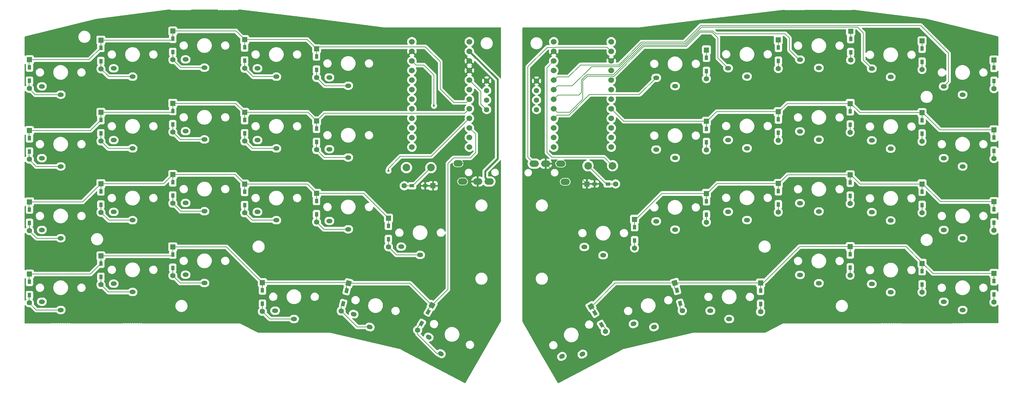
<source format=gbr>
G04 #@! TF.GenerationSoftware,KiCad,Pcbnew,7.0.10*
G04 #@! TF.CreationDate,2024-09-26T00:25:04+09:00*
G04 #@! TF.ProjectId,keyboard_denchi,6b657962-6f61-4726-945f-64656e636869,rev?*
G04 #@! TF.SameCoordinates,Original*
G04 #@! TF.FileFunction,Copper,L2,Bot*
G04 #@! TF.FilePolarity,Positive*
%FSLAX46Y46*%
G04 Gerber Fmt 4.6, Leading zero omitted, Abs format (unit mm)*
G04 Created by KiCad (PCBNEW 7.0.10) date 2024-09-26 00:25:04*
%MOMM*%
%LPD*%
G01*
G04 APERTURE LIST*
G04 Aperture macros list*
%AMHorizOval*
0 Thick line with rounded ends*
0 $1 width*
0 $2 $3 position (X,Y) of the first rounded end (center of the circle)*
0 $4 $5 position (X,Y) of the second rounded end (center of the circle)*
0 Add line between two ends*
20,1,$1,$2,$3,$4,$5,0*
0 Add two circle primitives to create the rounded ends*
1,1,$1,$2,$3*
1,1,$1,$4,$5*%
%AMRotRect*
0 Rectangle, with rotation*
0 The origin of the aperture is its center*
0 $1 length*
0 $2 width*
0 $3 Rotation angle, in degrees counterclockwise*
0 Add horizontal line*
21,1,$1,$2,0,0,$3*%
G04 Aperture macros list end*
G04 #@! TA.AperFunction,ComponentPad*
%ADD10O,1.600000X1.200000*%
G04 #@! TD*
G04 #@! TA.AperFunction,ComponentPad*
%ADD11C,1.397000*%
G04 #@! TD*
G04 #@! TA.AperFunction,SMDPad,CuDef*
%ADD12R,0.950000X1.300000*%
G04 #@! TD*
G04 #@! TA.AperFunction,ComponentPad*
%ADD13R,1.397000X1.397000*%
G04 #@! TD*
G04 #@! TA.AperFunction,ComponentPad*
%ADD14C,2.000000*%
G04 #@! TD*
G04 #@! TA.AperFunction,SMDPad,CuDef*
%ADD15RotRect,1.300000X0.950000X285.000000*%
G04 #@! TD*
G04 #@! TA.AperFunction,ComponentPad*
%ADD16RotRect,1.397000X1.397000X285.000000*%
G04 #@! TD*
G04 #@! TA.AperFunction,ComponentPad*
%ADD17HorizOval,1.200000X0.193185X0.051764X-0.193185X-0.051764X0*%
G04 #@! TD*
G04 #@! TA.AperFunction,SMDPad,CuDef*
%ADD18RotRect,1.300000X0.950000X300.000000*%
G04 #@! TD*
G04 #@! TA.AperFunction,ComponentPad*
%ADD19RotRect,1.397000X1.397000X300.000000*%
G04 #@! TD*
G04 #@! TA.AperFunction,ComponentPad*
%ADD20HorizOval,1.200000X0.173205X0.100000X-0.173205X-0.100000X0*%
G04 #@! TD*
G04 #@! TA.AperFunction,ComponentPad*
%ADD21O,2.500000X1.700000*%
G04 #@! TD*
G04 #@! TA.AperFunction,SMDPad,CuDef*
%ADD22R,1.300000X0.950000*%
G04 #@! TD*
G04 #@! TA.AperFunction,ComponentPad*
%ADD23C,1.524000*%
G04 #@! TD*
G04 #@! TA.AperFunction,ComponentPad*
%ADD24HorizOval,1.200000X0.173205X-0.100000X-0.173205X0.100000X0*%
G04 #@! TD*
G04 #@! TA.AperFunction,ComponentPad*
%ADD25RotRect,1.397000X1.397000X255.000000*%
G04 #@! TD*
G04 #@! TA.AperFunction,SMDPad,CuDef*
%ADD26RotRect,1.300000X0.950000X255.000000*%
G04 #@! TD*
G04 #@! TA.AperFunction,ComponentPad*
%ADD27RotRect,1.397000X1.397000X240.000000*%
G04 #@! TD*
G04 #@! TA.AperFunction,SMDPad,CuDef*
%ADD28RotRect,1.300000X0.950000X240.000000*%
G04 #@! TD*
G04 #@! TA.AperFunction,ComponentPad*
%ADD29HorizOval,1.200000X0.193185X-0.051764X-0.193185X0.051764X0*%
G04 #@! TD*
G04 #@! TA.AperFunction,ViaPad*
%ADD30C,0.600000*%
G04 #@! TD*
G04 #@! TA.AperFunction,Conductor*
%ADD31C,0.200000*%
G04 #@! TD*
G04 #@! TA.AperFunction,Conductor*
%ADD32C,0.500000*%
G04 #@! TD*
G04 APERTURE END LIST*
D10*
X267843000Y-110800500D03*
X262843000Y-108600500D03*
D11*
X199952000Y-87501500D03*
D12*
X199952000Y-85466500D03*
X199952000Y-81916500D03*
D13*
X199952000Y-79881500D03*
D10*
X229743000Y-46538500D03*
X224743000Y-44338500D03*
X191643000Y-51364500D03*
X186643000Y-49164500D03*
X248793000Y-68001500D03*
X243793000Y-65801500D03*
D11*
X219002000Y-46734500D03*
D12*
X219002000Y-44699500D03*
X219002000Y-41149500D03*
D13*
X219002000Y-39114500D03*
D11*
X238052000Y-101598500D03*
D12*
X238052000Y-99563500D03*
X238052000Y-96013500D03*
D13*
X238052000Y-93978500D03*
D11*
X199952000Y-68324500D03*
D12*
X199952000Y-66289500D03*
X199952000Y-62739500D03*
D13*
X199952000Y-60704500D03*
D10*
X248793000Y-48951500D03*
X243793000Y-46751500D03*
D11*
X238052000Y-82548500D03*
D12*
X238052000Y-80513500D03*
X238052000Y-76963500D03*
D13*
X238052000Y-74928500D03*
D14*
X168581000Y-72515500D03*
X175081000Y-72515500D03*
D11*
X238052000Y-63625500D03*
D12*
X238052000Y-61590500D03*
X238052000Y-58040500D03*
D13*
X238052000Y-56005500D03*
D10*
X172593000Y-96290500D03*
X167593000Y-94090500D03*
X229743000Y-65588500D03*
X224743000Y-63388500D03*
X229743000Y-103688500D03*
X224743000Y-101488500D03*
D11*
X193572101Y-110993677D03*
D15*
X193045404Y-109028018D03*
X192126596Y-105598982D03*
D16*
X191599899Y-103633323D03*
D11*
X214303000Y-111250500D03*
D12*
X214303000Y-109215500D03*
X214303000Y-105665500D03*
D13*
X214303000Y-103630500D03*
D10*
X210693000Y-48824500D03*
X205693000Y-46624500D03*
D17*
X186062224Y-115316767D03*
X180663193Y-114485826D03*
D11*
X257102000Y-66038500D03*
D12*
X257102000Y-64003500D03*
X257102000Y-60453500D03*
D13*
X257102000Y-58418500D03*
D10*
X191643000Y-70414500D03*
X186643000Y-68214500D03*
D11*
X276152000Y-108710500D03*
D12*
X276152000Y-106675500D03*
X276152000Y-103125500D03*
D13*
X276152000Y-101090500D03*
D11*
X219002000Y-84834500D03*
D12*
X219002000Y-82799500D03*
X219002000Y-79249500D03*
D13*
X219002000Y-77214500D03*
D11*
X257102000Y-46988500D03*
D12*
X257102000Y-44953500D03*
X257102000Y-41403500D03*
D13*
X257102000Y-39368500D03*
D10*
X191643000Y-89464500D03*
X186643000Y-87264500D03*
D11*
X173155835Y-116455892D03*
D18*
X172138335Y-114693530D03*
X170363335Y-111619140D03*
D19*
X169345835Y-109856778D03*
D20*
X167091392Y-122525658D03*
X161661265Y-123120402D03*
D21*
X161330000Y-71967000D03*
X157330000Y-71967000D03*
X154330000Y-71967000D03*
X162530000Y-76767000D03*
D11*
X154940000Y-50003500D03*
X154940000Y-52543500D03*
X154940000Y-55083500D03*
X154940000Y-57623500D03*
X276152000Y-70610500D03*
D12*
X276152000Y-68575500D03*
X276152000Y-65025500D03*
D13*
X276152000Y-62990500D03*
D10*
X229743000Y-84638500D03*
X224743000Y-82438500D03*
X267843000Y-91750500D03*
X262843000Y-89550500D03*
X248793000Y-87051500D03*
X243793000Y-84851500D03*
D11*
X180902000Y-94359500D03*
D12*
X180902000Y-92324500D03*
X180902000Y-88774500D03*
D13*
X180902000Y-86739500D03*
D11*
X175895000Y-77341500D03*
D22*
X173860000Y-77341500D03*
X170310000Y-77341500D03*
D13*
X168275000Y-77341500D03*
D11*
X238179000Y-44448500D03*
D12*
X238179000Y-42413500D03*
X238179000Y-38863500D03*
D13*
X238179000Y-36828500D03*
D10*
X205994000Y-113213500D03*
X200994000Y-111013500D03*
D23*
X159512000Y-39622500D03*
X159512000Y-42162500D03*
X159512000Y-44702500D03*
X159512000Y-47242500D03*
X159512000Y-49782500D03*
X159512000Y-52322500D03*
X159512000Y-54862500D03*
X159512000Y-57402500D03*
X159512000Y-59942500D03*
X159512000Y-62482500D03*
X159512000Y-65022500D03*
X159512000Y-67562500D03*
X174752000Y-67562500D03*
X174752000Y-65022500D03*
X174752000Y-62482500D03*
X174752000Y-59942500D03*
X174752000Y-57402500D03*
X174752000Y-54862500D03*
X174752000Y-52322500D03*
X174752000Y-49782500D03*
X174752000Y-47242500D03*
X174752000Y-44702500D03*
X174752000Y-42162500D03*
X174752000Y-39622500D03*
D11*
X219002000Y-65784500D03*
D12*
X219002000Y-63749500D03*
X219002000Y-60199500D03*
D13*
X219002000Y-58164500D03*
D11*
X199952000Y-49401500D03*
D12*
X199952000Y-47366500D03*
X199952000Y-43816500D03*
D13*
X199952000Y-41781500D03*
D11*
X257102000Y-106043500D03*
D12*
X257102000Y-104008500D03*
X257102000Y-100458500D03*
D13*
X257102000Y-98423500D03*
D11*
X257102000Y-84961500D03*
D12*
X257102000Y-82926500D03*
X257102000Y-79376500D03*
D13*
X257102000Y-77341500D03*
D10*
X210693000Y-67874500D03*
X205693000Y-65674500D03*
X267843000Y-72700500D03*
X262843000Y-70500500D03*
X210693000Y-86924500D03*
X205693000Y-84724500D03*
X248793000Y-106101500D03*
X243793000Y-103901500D03*
X267843000Y-53656000D03*
X262843000Y-51456000D03*
D11*
X276152000Y-52068500D03*
D12*
X276152000Y-50033500D03*
X276152000Y-46483500D03*
D13*
X276152000Y-44448500D03*
D11*
X276152000Y-89660500D03*
D12*
X276152000Y-87625500D03*
X276152000Y-84075500D03*
D13*
X276152000Y-82040500D03*
X39497000Y-39178588D03*
D12*
X39497000Y-41213588D03*
X39497000Y-44763588D03*
D11*
X39497000Y-46798588D03*
D10*
X119079000Y-93990000D03*
X124079000Y-96190000D03*
D13*
X82296000Y-103567588D03*
D12*
X82296000Y-105602588D03*
X82296000Y-109152588D03*
D11*
X82296000Y-111187588D03*
D13*
X58547000Y-74865588D03*
D12*
X58547000Y-76900588D03*
X58547000Y-80450588D03*
D11*
X58547000Y-82485588D03*
D10*
X61929000Y-101453000D03*
X66929000Y-103653000D03*
D13*
X77597000Y-58355588D03*
D12*
X77597000Y-60390588D03*
X77597000Y-63940588D03*
D11*
X77597000Y-65975588D03*
D10*
X100029000Y-68114000D03*
X105029000Y-70314000D03*
D13*
X96647000Y-60641588D03*
D12*
X96647000Y-62676588D03*
X96647000Y-66226588D03*
D11*
X96647000Y-68261588D03*
D13*
X20547000Y-82104588D03*
D12*
X20547000Y-84139588D03*
X20547000Y-87689588D03*
D11*
X20547000Y-89724588D03*
D13*
X115697000Y-86422588D03*
D12*
X115697000Y-88457588D03*
X115697000Y-92007588D03*
D11*
X115697000Y-94042588D03*
D13*
X96647000Y-79818588D03*
D12*
X96647000Y-81853588D03*
X96647000Y-85403588D03*
D11*
X96647000Y-87438588D03*
D10*
X42879000Y-84782000D03*
X47879000Y-86982000D03*
D13*
X20547000Y-44385588D03*
D12*
X20547000Y-46420588D03*
X20547000Y-49970588D03*
D11*
X20547000Y-52005588D03*
D10*
X80979000Y-46682000D03*
X85979000Y-48882000D03*
X23829000Y-108595000D03*
X28829000Y-110795000D03*
D24*
X126350481Y-117987902D03*
X129580608Y-122393158D03*
D13*
X39497000Y-58355588D03*
D12*
X39497000Y-60390588D03*
X39497000Y-63940588D03*
D11*
X39497000Y-65975588D03*
D10*
X100029000Y-49064000D03*
X105029000Y-51264000D03*
X42879000Y-65732000D03*
X47879000Y-67932000D03*
D13*
X58547000Y-36765588D03*
D12*
X58547000Y-38800588D03*
X58547000Y-42350588D03*
D11*
X58547000Y-44385588D03*
D23*
X137160000Y-39617000D03*
X137160000Y-42157000D03*
X137160000Y-44697000D03*
X137160000Y-47237000D03*
X137160000Y-49777000D03*
X137160000Y-52317000D03*
X137160000Y-54857000D03*
X137160000Y-57397000D03*
X137160000Y-59937000D03*
X137160000Y-62477000D03*
X137160000Y-65017000D03*
X137160000Y-67557000D03*
X121920000Y-67557000D03*
X121920000Y-65017000D03*
X121920000Y-62477000D03*
X121920000Y-59937000D03*
X121920000Y-57397000D03*
X121920000Y-54857000D03*
X121920000Y-52317000D03*
X121920000Y-49777000D03*
X121920000Y-47237000D03*
X121920000Y-44697000D03*
X121920000Y-42157000D03*
X121920000Y-39617000D03*
D25*
X105126101Y-103697411D03*
D26*
X104599404Y-105663070D03*
X103680596Y-109092106D03*
D11*
X103153899Y-111057765D03*
D13*
X77597000Y-77405588D03*
D12*
X77597000Y-79440588D03*
X77597000Y-82990588D03*
D11*
X77597000Y-85025588D03*
D10*
X42879000Y-46682000D03*
X47879000Y-48882000D03*
X42879000Y-103832000D03*
X47879000Y-106032000D03*
X80979000Y-65732000D03*
X85979000Y-67932000D03*
X61929000Y-82403000D03*
X66929000Y-84603000D03*
D13*
X39497000Y-96455588D03*
D12*
X39497000Y-98490588D03*
X39497000Y-102040588D03*
D11*
X39497000Y-104075588D03*
D13*
X20547000Y-101281588D03*
D12*
X20547000Y-103316588D03*
X20547000Y-106866588D03*
D11*
X20547000Y-108901588D03*
D10*
X23829000Y-51445000D03*
X28829000Y-53645000D03*
D13*
X58547000Y-94042588D03*
D12*
X58547000Y-96077588D03*
X58547000Y-99627588D03*
D11*
X58547000Y-101662588D03*
D27*
X127253166Y-109539866D03*
D28*
X126235666Y-111302228D03*
X124460666Y-114376618D03*
D11*
X123443166Y-116138980D03*
D10*
X100029000Y-87164000D03*
X105029000Y-89364000D03*
D13*
X58547000Y-55942588D03*
D12*
X58547000Y-57977588D03*
X58547000Y-61527588D03*
D11*
X58547000Y-63562588D03*
X141732000Y-57618000D03*
X141732000Y-55078000D03*
X141732000Y-52538000D03*
X141732000Y-49998000D03*
D21*
X134142000Y-71888000D03*
X142342000Y-76688000D03*
X139342000Y-76688000D03*
X135342000Y-76688000D03*
D13*
X39497000Y-77278588D03*
D12*
X39497000Y-79313588D03*
X39497000Y-82863588D03*
D11*
X39497000Y-84898588D03*
D13*
X77597000Y-39051588D03*
D12*
X77597000Y-41086588D03*
X77597000Y-44636588D03*
D11*
X77597000Y-46671588D03*
D13*
X127511000Y-77844000D03*
D22*
X125476000Y-77844000D03*
X121926000Y-77844000D03*
D11*
X119891000Y-77844000D03*
D10*
X61929000Y-63353000D03*
X66929000Y-65553000D03*
X61929000Y-44303000D03*
X66929000Y-46503000D03*
X23829000Y-70495000D03*
X28829000Y-72695000D03*
D29*
X106476548Y-111892135D03*
X110736776Y-115311267D03*
D10*
X80979000Y-84782000D03*
X85979000Y-86982000D03*
X85663000Y-110993000D03*
X90663000Y-113193000D03*
D13*
X20547000Y-63181588D03*
D12*
X20547000Y-65216588D03*
X20547000Y-68766588D03*
D11*
X20547000Y-70801588D03*
D14*
X120448000Y-73018000D03*
X126948000Y-73018000D03*
D13*
X96647000Y-41464588D03*
D12*
X96647000Y-43499588D03*
X96647000Y-47049588D03*
D11*
X96647000Y-49084588D03*
D10*
X23829000Y-89545000D03*
X28829000Y-91745000D03*
D30*
X115697000Y-73849588D03*
X127762000Y-56577588D03*
D31*
X219002000Y-39114500D02*
X219002000Y-41149500D01*
X238179000Y-36828500D02*
X238179000Y-38863500D01*
X257102000Y-39368500D02*
X257102000Y-41403500D01*
X199952000Y-41781500D02*
X199952000Y-43816500D01*
X276152000Y-46483500D02*
X276152000Y-44448500D01*
X178054000Y-60704500D02*
X174752000Y-57402500D01*
X257302000Y-58418500D02*
X240665000Y-58418500D01*
X219002000Y-58164500D02*
X219002000Y-60199500D01*
X199952000Y-60704500D02*
X199952000Y-62739500D01*
X219202000Y-58164500D02*
X202692000Y-58164500D01*
X240665000Y-58418500D02*
X238252000Y-56005500D01*
X221361000Y-56005500D02*
X219202000Y-58164500D01*
X276152000Y-62990500D02*
X276152000Y-65025500D01*
X238252000Y-56005500D02*
X221361000Y-56005500D01*
X200152000Y-60704500D02*
X178054000Y-60704500D01*
X257102000Y-58418500D02*
X257102000Y-60453500D01*
X276352000Y-62990500D02*
X261874000Y-62990500D01*
X261874000Y-62990500D02*
X257302000Y-58418500D01*
X202692000Y-58164500D02*
X200152000Y-60704500D01*
X238052000Y-56005500D02*
X238052000Y-58040500D01*
X158530500Y-73167500D02*
X157330000Y-71967000D01*
X164101000Y-73167500D02*
X158530500Y-73167500D01*
X168275000Y-77341500D02*
X164101000Y-73167500D01*
X170310000Y-77341500D02*
X168275000Y-77341500D01*
X219202000Y-77214500D02*
X202819000Y-77214500D01*
X200152000Y-79881500D02*
X188128944Y-79881500D01*
X240665000Y-77341500D02*
X238252000Y-74928500D01*
X221488000Y-74928500D02*
X219202000Y-77214500D01*
X202819000Y-77214500D02*
X200152000Y-79881500D01*
X262001000Y-82040500D02*
X257302000Y-77341500D01*
X219002000Y-77214500D02*
X219002000Y-79249500D01*
X276352000Y-82040500D02*
X262001000Y-82040500D01*
X181270944Y-86739500D02*
X181102000Y-86739500D01*
X276152000Y-82040500D02*
X276152000Y-84075500D01*
X199952000Y-79881500D02*
X199952000Y-81916500D01*
X238052000Y-74928500D02*
X238052000Y-76963500D01*
X188128944Y-79881500D02*
X181270944Y-86739500D01*
X180902000Y-86739500D02*
X180902000Y-88774500D01*
X257102000Y-77341500D02*
X257102000Y-79376500D01*
X238252000Y-74928500D02*
X221488000Y-74928500D01*
X257302000Y-77341500D02*
X240665000Y-77341500D01*
X276152000Y-103125500D02*
X276152000Y-101090500D01*
X224633000Y-93978500D02*
X214981000Y-103630500D01*
X257302000Y-98423500D02*
X252857000Y-93978500D01*
X191599899Y-103633323D02*
X175569290Y-103633323D01*
X191599899Y-105072285D02*
X192126596Y-105598982D01*
X170363335Y-110874278D02*
X170363335Y-111619140D01*
X214303000Y-103630500D02*
X214303000Y-105665500D01*
X191802722Y-103630500D02*
X191799899Y-103633323D01*
X191599899Y-103633323D02*
X191599899Y-105072285D01*
X238252000Y-93978500D02*
X224633000Y-93978500D01*
X276352000Y-101090500D02*
X259969000Y-101090500D01*
X259969000Y-101090500D02*
X257302000Y-98423500D01*
X252857000Y-93978500D02*
X238252000Y-93978500D01*
X238052000Y-93978500D02*
X238052000Y-96013500D01*
X257102000Y-98423500D02*
X257102000Y-100458500D01*
X214981000Y-103630500D02*
X214503000Y-103630500D01*
X175769290Y-103633323D02*
X169545835Y-109856778D01*
X214503000Y-103630500D02*
X191802722Y-103630500D01*
X169345835Y-109856778D02*
X170363335Y-110874278D01*
X157750000Y-41100500D02*
X159951895Y-41100500D01*
X152607000Y-46243500D02*
X157750000Y-41100500D01*
X154330000Y-71967000D02*
X152607000Y-70244000D01*
X159951895Y-41100500D02*
X160015895Y-41036500D01*
X173626000Y-41036500D02*
X174752000Y-42162500D01*
X160015895Y-41036500D02*
X173626000Y-41036500D01*
X152607000Y-70244000D02*
X152607000Y-46243500D01*
X158957000Y-70246500D02*
X157687000Y-68976500D01*
X172812000Y-70246500D02*
X158957000Y-70246500D01*
X175081000Y-72515500D02*
X172812000Y-70246500D01*
X157687000Y-68976500D02*
X157687000Y-46527500D01*
X157687000Y-46527500D02*
X159512000Y-44702500D01*
X159512000Y-59942500D02*
X160384000Y-59070500D01*
X163529000Y-59070500D02*
X168990000Y-53609500D01*
X160384000Y-59070500D02*
X163529000Y-59070500D01*
X168990000Y-53609500D02*
X182198000Y-53609500D01*
X182198000Y-53609500D02*
X186643000Y-49164500D01*
X159512000Y-57402500D02*
X160418000Y-58308500D01*
X194563058Y-40909500D02*
X198373058Y-37099500D01*
X175449058Y-48720500D02*
X183260058Y-40909500D01*
X198373058Y-37099500D02*
X201502000Y-37099500D01*
X203026000Y-38623500D02*
X203026000Y-43957500D01*
X168418000Y-48720500D02*
X175449058Y-48720500D01*
X201502000Y-37099500D02*
X203026000Y-38623500D01*
X183260058Y-40909500D02*
X194563058Y-40909500D01*
X160418000Y-58308500D02*
X163725314Y-58308500D01*
X163725314Y-58308500D02*
X167212000Y-54821814D01*
X167212000Y-49926500D02*
X168418000Y-48720500D01*
X167212000Y-54821814D02*
X167212000Y-49926500D01*
X203026000Y-43957500D02*
X205693000Y-46624500D01*
X166196000Y-53736500D02*
X166812000Y-53120500D01*
X198207373Y-36699500D02*
X201667686Y-36699500D01*
X221949000Y-38623500D02*
X221949000Y-41798500D01*
X194397372Y-40509500D02*
X198207373Y-36699500D01*
X202448686Y-37480500D02*
X220806000Y-37480500D01*
X175299372Y-48304500D02*
X183094373Y-40509500D01*
X224489000Y-44338500D02*
X224743000Y-44338500D01*
X220806000Y-37480500D02*
X221949000Y-38623500D01*
X201667686Y-36699500D02*
X202448686Y-37480500D01*
X168268314Y-48304500D02*
X175299372Y-48304500D01*
X166812000Y-53120500D02*
X166812000Y-49760814D01*
X221949000Y-41798500D02*
X224489000Y-44338500D01*
X159512000Y-54862500D02*
X160638000Y-53736500D01*
X183094373Y-40509500D02*
X194397372Y-40509500D01*
X166812000Y-49760814D02*
X168268314Y-48304500D01*
X160638000Y-53736500D02*
X166196000Y-53736500D01*
X159512000Y-52322500D02*
X160511000Y-51323500D01*
X194231686Y-40109500D02*
X198638686Y-35702500D01*
X241507000Y-37226500D02*
X241507000Y-44465500D01*
X241507000Y-44465500D02*
X243793000Y-46751500D01*
X176857686Y-46180500D02*
X182928688Y-40109500D01*
X239983000Y-35702500D02*
X241507000Y-37226500D01*
X198638686Y-35702500D02*
X239983000Y-35702500D01*
X160511000Y-51323500D02*
X164418000Y-51323500D01*
X182928688Y-40109500D02*
X194231686Y-40109500D01*
X164418000Y-51323500D02*
X169561000Y-46180500D01*
X169561000Y-46180500D02*
X176857686Y-46180500D01*
X176708000Y-45764500D02*
X182763003Y-39709500D01*
X264113000Y-42687500D02*
X264113000Y-50186000D01*
X159512000Y-49782500D02*
X160384000Y-48910500D01*
X198473001Y-35302500D02*
X256728000Y-35302500D01*
X194066000Y-39709500D02*
X198473001Y-35302500D01*
X264113000Y-50186000D02*
X262843000Y-51456000D01*
X160384000Y-48910500D02*
X163402000Y-48910500D01*
X166548000Y-45764500D02*
X176708000Y-45764500D01*
X182763003Y-39709500D02*
X194066000Y-39709500D01*
X163402000Y-48910500D02*
X166548000Y-45764500D01*
X256728000Y-35302500D02*
X264113000Y-42687500D01*
X276152000Y-50033500D02*
X276152000Y-52068500D01*
X257102000Y-44953500D02*
X257102000Y-46988500D01*
X238179000Y-42413500D02*
X238179000Y-44448500D01*
X219002000Y-44699500D02*
X219002000Y-46734500D01*
X199952000Y-47366500D02*
X199952000Y-49401500D01*
X276152000Y-68575500D02*
X276152000Y-70610500D01*
X257102000Y-64003500D02*
X257102000Y-66038500D01*
X238052000Y-61590500D02*
X238052000Y-63625500D01*
X219002000Y-63749500D02*
X219002000Y-65784500D01*
X199952000Y-66289500D02*
X199952000Y-68324500D01*
X276152000Y-87625500D02*
X276152000Y-89660500D01*
X257102000Y-82926500D02*
X257102000Y-84961500D01*
X238052000Y-80513500D02*
X238052000Y-82548500D01*
X219002000Y-82799500D02*
X219002000Y-84834500D01*
X199952000Y-85466500D02*
X199952000Y-87501500D01*
X180902000Y-92324500D02*
X180902000Y-94359500D01*
X276152000Y-108710500D02*
X276152000Y-106675500D01*
X257102000Y-104008500D02*
X257102000Y-106043500D01*
X214303000Y-109215500D02*
X214303000Y-111250500D01*
X193045404Y-109028018D02*
X193045404Y-110466980D01*
X193045404Y-110466980D02*
X193572101Y-110993677D01*
X173155835Y-115711030D02*
X173155835Y-116455892D01*
X172138335Y-114693530D02*
X173155835Y-115711030D01*
X173407000Y-77341500D02*
X173860000Y-77341500D01*
X168581000Y-72515500D02*
X173407000Y-77341500D01*
X173860000Y-77341500D02*
X175895000Y-77341500D01*
X238052000Y-99563500D02*
X238052000Y-101598500D01*
X125476000Y-40956588D02*
X97155000Y-40956588D01*
X129413000Y-44893588D02*
X125476000Y-40956588D01*
X96647000Y-43499588D02*
X96647000Y-41464588D01*
X36325000Y-44385588D02*
X39497000Y-41213588D01*
X132969000Y-55688588D02*
X129413000Y-52132588D01*
X136328412Y-55688588D02*
X132969000Y-55688588D01*
X75311000Y-36765588D02*
X77597000Y-39051588D01*
X39497000Y-39222386D02*
X39514519Y-39187348D01*
X39497000Y-39178588D02*
X58169000Y-39178588D01*
X137160000Y-54857000D02*
X136328412Y-55688588D01*
X20447000Y-44385588D02*
X36325000Y-44385588D01*
X77597000Y-39051588D02*
X94234000Y-39051588D01*
X20447000Y-46420588D02*
X20447000Y-44385588D01*
X58169000Y-39178588D02*
X58547000Y-38800588D01*
X97155000Y-40956588D02*
X96647000Y-41464588D01*
X94234000Y-39051588D02*
X96647000Y-41464588D01*
X129413000Y-52132588D02*
X129413000Y-44893588D01*
X77597000Y-41086588D02*
X77597000Y-39051588D01*
X58547000Y-38800588D02*
X58547000Y-36765588D01*
X39497000Y-41213588D02*
X39497000Y-39222386D01*
X58547000Y-36765588D02*
X75311000Y-36765588D01*
X22086412Y-53645000D02*
X28829000Y-53645000D01*
X20447000Y-49970588D02*
X20447000Y-52005588D01*
X20447000Y-52005588D02*
X22086412Y-53645000D01*
X41580412Y-48882000D02*
X47879000Y-48882000D01*
X39497000Y-46798588D02*
X39497000Y-44763588D01*
X39497000Y-46798588D02*
X41580412Y-48882000D01*
X60664412Y-46503000D02*
X66929000Y-46503000D01*
X58547000Y-42350588D02*
X58547000Y-44385588D01*
X58547000Y-44385588D02*
X60664412Y-46503000D01*
X77597000Y-46671588D02*
X79807412Y-48882000D01*
X79807412Y-48882000D02*
X85979000Y-48882000D01*
X77597000Y-44636588D02*
X77597000Y-46671588D01*
X96647000Y-49084588D02*
X98826412Y-51264000D01*
X98826412Y-51264000D02*
X105029000Y-51264000D01*
X96647000Y-47049588D02*
X96647000Y-49084588D01*
X77597000Y-58355588D02*
X94361000Y-58355588D01*
X58547000Y-57977588D02*
X58547000Y-55942588D01*
X135947412Y-58609588D02*
X98679000Y-58609588D01*
X77597000Y-58355588D02*
X77597000Y-60390588D01*
X39497000Y-58355588D02*
X58169000Y-58355588D01*
X98679000Y-58609588D02*
X96647000Y-60641588D01*
X20447000Y-65216588D02*
X20447000Y-63181588D01*
X58547000Y-55942588D02*
X75184000Y-55942588D01*
X39497000Y-60390588D02*
X39497000Y-58355588D01*
X58169000Y-58355588D02*
X58547000Y-57977588D01*
X96647000Y-60641588D02*
X96647000Y-62676588D01*
X36706000Y-63181588D02*
X39497000Y-60390588D01*
X20447000Y-63181588D02*
X36706000Y-63181588D01*
X137160000Y-57397000D02*
X135947412Y-58609588D01*
X75184000Y-55942588D02*
X77597000Y-58355588D01*
X94361000Y-58355588D02*
X96647000Y-60641588D01*
X22340412Y-72695000D02*
X28829000Y-72695000D01*
X20447000Y-70801588D02*
X22340412Y-72695000D01*
X20447000Y-68766588D02*
X20447000Y-70801588D01*
X41453412Y-67932000D02*
X47879000Y-67932000D01*
X39497000Y-63940588D02*
X39497000Y-65975588D01*
X39497000Y-65975588D02*
X41453412Y-67932000D01*
X60537412Y-65553000D02*
X66929000Y-65553000D01*
X58547000Y-63562588D02*
X60537412Y-65553000D01*
X58547000Y-61527588D02*
X58547000Y-63562588D01*
X77597000Y-65975588D02*
X79553412Y-67932000D01*
X77597000Y-63940588D02*
X77597000Y-65975588D01*
X79553412Y-67932000D02*
X85979000Y-67932000D01*
X98699412Y-70314000D02*
X105029000Y-70314000D01*
X96647000Y-66226588D02*
X96647000Y-68261588D01*
X96647000Y-68261588D02*
X98699412Y-70314000D01*
X137160000Y-59937000D02*
X127057412Y-70039588D01*
X77597000Y-79440588D02*
X77597000Y-77405588D01*
X115697000Y-73214588D02*
X115697000Y-73849588D01*
X20447000Y-84139588D02*
X20447000Y-82104588D01*
X39497000Y-77278588D02*
X56134000Y-77278588D01*
X109093000Y-79818588D02*
X115697000Y-86422588D01*
X34671000Y-82104588D02*
X39497000Y-77278588D01*
X96647000Y-79818588D02*
X109093000Y-79818588D01*
X77597000Y-77405588D02*
X94234000Y-77405588D01*
X56134000Y-77278588D02*
X58547000Y-74865588D01*
X115697000Y-88457588D02*
X115697000Y-86422588D01*
X75057000Y-74865588D02*
X77597000Y-77405588D01*
X96647000Y-81853588D02*
X96647000Y-79818588D01*
X39497000Y-79313588D02*
X39497000Y-77278588D01*
X58547000Y-74865588D02*
X75057000Y-74865588D01*
X118872000Y-70039588D02*
X115697000Y-73214588D01*
X94234000Y-77405588D02*
X96647000Y-79818588D01*
X20447000Y-82104588D02*
X34671000Y-82104588D01*
X58547000Y-76900588D02*
X58547000Y-74865588D01*
X127057412Y-70039588D02*
X118872000Y-70039588D01*
X22467412Y-91745000D02*
X28829000Y-91745000D01*
X20547000Y-87689588D02*
X20547000Y-89724588D01*
X20447000Y-89724588D02*
X22467412Y-91745000D01*
X39497000Y-84898588D02*
X41580412Y-86982000D01*
X39497000Y-82863588D02*
X39497000Y-84898588D01*
X41580412Y-86982000D02*
X47879000Y-86982000D01*
X60664412Y-84603000D02*
X66929000Y-84603000D01*
X58547000Y-82485588D02*
X60664412Y-84603000D01*
X58547000Y-80450588D02*
X58547000Y-82485588D01*
X77597000Y-82990588D02*
X77597000Y-85025588D01*
X77597000Y-85025588D02*
X79553412Y-86982000D01*
X79553412Y-86982000D02*
X85979000Y-86982000D01*
X77597000Y-85025588D02*
X77597000Y-84771588D01*
X98572412Y-89364000D02*
X105029000Y-89364000D01*
X96647000Y-85403588D02*
X96647000Y-87438588D01*
X96647000Y-87438588D02*
X98572412Y-89364000D01*
X115697000Y-94042588D02*
X117844412Y-96190000D01*
X115697000Y-92007588D02*
X115697000Y-94042588D01*
X117844412Y-96190000D02*
X124079000Y-96190000D01*
X82296000Y-105602588D02*
X82296000Y-103567588D01*
X58547000Y-94042588D02*
X72771000Y-94042588D01*
X126235666Y-110557366D02*
X126235666Y-111302228D01*
X39668776Y-96923210D02*
X39831911Y-96695051D01*
X105126101Y-103697411D02*
X121410711Y-103697411D01*
X131445000Y-71944588D02*
X131445000Y-105348032D01*
X20447000Y-103316588D02*
X20447000Y-101281588D01*
X39497000Y-97097613D02*
X39668776Y-96923210D01*
X58169000Y-96455588D02*
X58547000Y-96077588D01*
X137160000Y-62477000D02*
X138811000Y-64128000D01*
X137414000Y-70420588D02*
X132969000Y-70420588D01*
X138811000Y-64128000D02*
X138811000Y-69023588D01*
X121410711Y-103697411D02*
X127253166Y-109539866D01*
X58547000Y-96077588D02*
X58547000Y-94042588D01*
X127253166Y-109539866D02*
X126235666Y-110557366D01*
X39497000Y-98490588D02*
X39497000Y-97097613D01*
X39497000Y-96455588D02*
X58169000Y-96455588D01*
X132969000Y-70420588D02*
X131445000Y-71944588D01*
X104996278Y-103567588D02*
X105126101Y-103697411D01*
X104599404Y-105663070D02*
X104599404Y-104224108D01*
X72771000Y-94042588D02*
X82296000Y-103567588D01*
X82296000Y-103567588D02*
X104996278Y-103567588D01*
X104599404Y-104224108D02*
X105126101Y-103697411D01*
X36706000Y-101281588D02*
X39497000Y-98490588D01*
X138811000Y-69023588D02*
X137414000Y-70420588D01*
X20447000Y-101281588D02*
X36706000Y-101281588D01*
X131445000Y-105348032D02*
X127253166Y-109539866D01*
X20447000Y-106866588D02*
X20447000Y-108901588D01*
X20447000Y-108901588D02*
X22340412Y-110795000D01*
X22340412Y-110795000D02*
X28829000Y-110795000D01*
X39497000Y-104075588D02*
X39497000Y-102040588D01*
X39497000Y-104075588D02*
X41453412Y-106032000D01*
X41453412Y-106032000D02*
X47879000Y-106032000D01*
X60537412Y-103653000D02*
X66929000Y-103653000D01*
X58547000Y-101662588D02*
X58547000Y-99627588D01*
X58547000Y-101662588D02*
X60537412Y-103653000D01*
X82296000Y-111187588D02*
X84301412Y-113193000D01*
X82296000Y-109152588D02*
X82296000Y-111187588D01*
X84301412Y-113193000D02*
X90663000Y-113193000D01*
X103153899Y-109618803D02*
X103680596Y-109092106D01*
X107407401Y-115311267D02*
X110736776Y-115311267D01*
X103153899Y-111057765D02*
X107407401Y-115311267D01*
X103153899Y-111057765D02*
X103153899Y-109618803D01*
X123443166Y-115394118D02*
X123443166Y-116138980D01*
X123443166Y-117228921D02*
X128607403Y-122393158D01*
X124460666Y-114376618D02*
X123443166Y-115394118D01*
X128607403Y-122393158D02*
X129580608Y-122393158D01*
X123443166Y-116138980D02*
X123443166Y-117228921D01*
X127511000Y-77844000D02*
X125476000Y-77844000D01*
X121926000Y-77844000D02*
X119891000Y-77844000D01*
X126948000Y-73018000D02*
X122122000Y-77844000D01*
X122122000Y-77844000D02*
X119891000Y-77844000D01*
D32*
X144653000Y-70674587D02*
X144653000Y-49650000D01*
X141351000Y-75697000D02*
X141351000Y-73976587D01*
X142342000Y-76688000D02*
X141351000Y-75697000D01*
X144653000Y-49650000D02*
X137160000Y-42157000D01*
X141351000Y-73976587D02*
X144653000Y-70674587D01*
D31*
X140208000Y-56094000D02*
X140208000Y-52825000D01*
X140208000Y-52825000D02*
X137160000Y-49777000D01*
X141732000Y-57618000D02*
X140208000Y-56094000D01*
X123005588Y-45782588D02*
X125095000Y-45782588D01*
X121920000Y-44697000D02*
X123005588Y-45782588D01*
X125095000Y-45782588D02*
X127762000Y-48449588D01*
X127762000Y-48449588D02*
X127762000Y-56577588D01*
G04 #@! TA.AperFunction,Conductor*
G36*
X138631893Y-44690261D02*
G01*
X143866181Y-49924548D01*
X143899666Y-49985871D01*
X143902500Y-50012229D01*
X143902500Y-70312356D01*
X143882815Y-70379395D01*
X143866181Y-70400037D01*
X140865358Y-73400859D01*
X140851729Y-73412638D01*
X140832469Y-73426977D01*
X140800632Y-73464918D01*
X140793346Y-73472871D01*
X140789407Y-73476811D01*
X140770176Y-73501132D01*
X140767902Y-73503924D01*
X140719694Y-73561377D01*
X140715729Y-73567406D01*
X140715682Y-73567375D01*
X140711630Y-73573734D01*
X140711679Y-73573764D01*
X140707889Y-73579908D01*
X140676192Y-73647881D01*
X140674623Y-73651123D01*
X140640957Y-73718159D01*
X140638488Y-73724944D01*
X140638432Y-73724923D01*
X140635960Y-73732037D01*
X140636015Y-73732056D01*
X140633743Y-73738912D01*
X140618573Y-73812375D01*
X140617793Y-73815891D01*
X140600499Y-73888866D01*
X140599661Y-73896041D01*
X140599601Y-73896034D01*
X140598835Y-73903532D01*
X140598895Y-73903538D01*
X140598265Y-73910727D01*
X140600448Y-73985715D01*
X140600500Y-73989322D01*
X140600500Y-75404124D01*
X140580815Y-75471163D01*
X140528011Y-75516918D01*
X140458853Y-75526862D01*
X140424095Y-75516506D01*
X140205492Y-75414570D01*
X140205483Y-75414566D01*
X139977326Y-75353432D01*
X139977316Y-75353430D01*
X139800946Y-75338000D01*
X139592000Y-75338000D01*
X139592000Y-76188000D01*
X139092000Y-76188000D01*
X139092000Y-75338000D01*
X138883054Y-75338000D01*
X138706683Y-75353430D01*
X138706673Y-75353432D01*
X138478516Y-75414566D01*
X138478507Y-75414570D01*
X138264422Y-75514399D01*
X138264420Y-75514400D01*
X138070926Y-75649886D01*
X138070920Y-75649891D01*
X137903894Y-75816917D01*
X137768399Y-76010421D01*
X137668570Y-76224507D01*
X137668567Y-76224513D01*
X137611364Y-76437999D01*
X137611364Y-76438000D01*
X138658314Y-76438000D01*
X138632507Y-76478156D01*
X138592000Y-76616111D01*
X138592000Y-76759889D01*
X138632507Y-76897844D01*
X138658314Y-76938000D01*
X137611364Y-76938000D01*
X137668567Y-77151486D01*
X137668570Y-77151492D01*
X137768399Y-77365577D01*
X137768400Y-77365579D01*
X137903886Y-77559073D01*
X137903891Y-77559079D01*
X138070920Y-77726108D01*
X138070926Y-77726113D01*
X138264420Y-77861599D01*
X138264422Y-77861600D01*
X138478507Y-77961429D01*
X138478516Y-77961433D01*
X138706673Y-78022567D01*
X138706683Y-78022569D01*
X138883053Y-78037999D01*
X138883054Y-78038000D01*
X139092000Y-78038000D01*
X139092000Y-77188000D01*
X139592000Y-77188000D01*
X139592000Y-78038000D01*
X139800946Y-78038000D01*
X139800946Y-78037999D01*
X139977316Y-78022569D01*
X139977326Y-78022567D01*
X140205483Y-77961433D01*
X140205492Y-77961429D01*
X140419577Y-77861600D01*
X140419579Y-77861599D01*
X140613073Y-77726113D01*
X140613079Y-77726108D01*
X140753965Y-77585223D01*
X140815288Y-77551738D01*
X140884980Y-77556722D01*
X140929325Y-77585221D01*
X141002174Y-77658070D01*
X141070600Y-77726496D01*
X141264169Y-77862034D01*
X141264171Y-77862035D01*
X141478337Y-77961903D01*
X141706592Y-78023063D01*
X141883032Y-78038499D01*
X141883033Y-78038500D01*
X141883034Y-78038500D01*
X142800967Y-78038500D01*
X142800967Y-78038499D01*
X142977408Y-78023063D01*
X143205663Y-77961903D01*
X143419829Y-77862035D01*
X143613401Y-77726495D01*
X143780495Y-77559401D01*
X143916035Y-77365830D01*
X144015903Y-77151663D01*
X144077063Y-76923408D01*
X144097659Y-76688000D01*
X144077063Y-76452592D01*
X144015903Y-76224337D01*
X143916035Y-76010171D01*
X143884568Y-75965230D01*
X143780494Y-75816597D01*
X143613402Y-75649505D01*
X143419830Y-75513965D01*
X143419828Y-75513964D01*
X143312746Y-75464031D01*
X143205663Y-75414097D01*
X143205659Y-75414096D01*
X143205655Y-75414094D01*
X142977413Y-75352938D01*
X142977403Y-75352936D01*
X142800967Y-75337500D01*
X142800966Y-75337500D01*
X142225500Y-75337500D01*
X142158461Y-75317815D01*
X142112706Y-75265011D01*
X142101500Y-75213500D01*
X142101500Y-74338936D01*
X142937631Y-74338936D01*
X142968442Y-74540063D01*
X142968445Y-74540075D01*
X143039111Y-74730881D01*
X143039115Y-74730888D01*
X143146745Y-74903567D01*
X143146747Y-74903569D01*
X143146748Y-74903571D01*
X143286941Y-75051053D01*
X143415344Y-75140424D01*
X143453949Y-75167294D01*
X143453950Y-75167294D01*
X143453951Y-75167295D01*
X143640942Y-75247540D01*
X143840259Y-75288500D01*
X143992743Y-75288500D01*
X144144439Y-75273074D01*
X144338579Y-75212162D01*
X144338580Y-75212161D01*
X144338588Y-75212159D01*
X144516502Y-75113409D01*
X144670895Y-74980866D01*
X144795448Y-74819958D01*
X144885060Y-74637271D01*
X144936063Y-74440285D01*
X144946369Y-74237064D01*
X144915556Y-74035929D01*
X144861090Y-73888866D01*
X144844888Y-73845118D01*
X144844887Y-73845117D01*
X144844886Y-73845113D01*
X144737606Y-73672997D01*
X144737254Y-73672432D01*
X144737250Y-73672427D01*
X144735259Y-73670333D01*
X144597059Y-73524947D01*
X144498587Y-73456409D01*
X144430050Y-73408705D01*
X144243056Y-73328459D01*
X144043741Y-73287500D01*
X143891258Y-73287500D01*
X143891257Y-73287500D01*
X143739560Y-73302925D01*
X143545420Y-73363837D01*
X143545405Y-73363844D01*
X143367500Y-73462589D01*
X143367495Y-73462592D01*
X143213106Y-73595132D01*
X143213104Y-73595134D01*
X143088554Y-73756037D01*
X143088553Y-73756040D01*
X142998940Y-73938728D01*
X142947937Y-74135714D01*
X142937631Y-74338936D01*
X142101500Y-74338936D01*
X142101500Y-74338815D01*
X142121185Y-74271776D01*
X142137814Y-74251139D01*
X145138638Y-71250314D01*
X145152267Y-71238537D01*
X145171530Y-71224197D01*
X145203366Y-71186256D01*
X145210683Y-71178271D01*
X145211993Y-71176959D01*
X145214590Y-71174364D01*
X145233811Y-71150054D01*
X145236094Y-71147251D01*
X145260065Y-71118685D01*
X145284302Y-71089801D01*
X145284303Y-71089798D01*
X145288272Y-71083766D01*
X145288323Y-71083799D01*
X145292369Y-71077447D01*
X145292317Y-71077415D01*
X145296113Y-71071260D01*
X145305118Y-71051949D01*
X145351290Y-70999509D01*
X145418483Y-70980357D01*
X145485364Y-71000572D01*
X145530699Y-71053737D01*
X145541500Y-71104353D01*
X145541500Y-113752661D01*
X145524907Y-113814627D01*
X136091755Y-130165421D01*
X136091548Y-130165778D01*
X136076727Y-130191271D01*
X136026015Y-130239334D01*
X135957368Y-130252350D01*
X135911471Y-130238518D01*
X123321098Y-123567501D01*
X119006654Y-121281490D01*
X119003192Y-121279344D01*
X119002657Y-121279101D01*
X118999148Y-121277370D01*
X118995690Y-121276432D01*
X118991537Y-121275720D01*
X100212674Y-116834774D01*
X100209575Y-116833778D01*
X100205137Y-116832902D01*
X100203063Y-116832451D01*
X100200900Y-116832411D01*
X100196498Y-116832243D01*
X100193233Y-116832500D01*
X81183098Y-116832500D01*
X81126454Y-116818806D01*
X76471847Y-114428602D01*
X76466338Y-114424575D01*
X76458592Y-114421363D01*
X76454076Y-114419284D01*
X76454046Y-114419277D01*
X76448770Y-114419053D01*
X76441464Y-114418431D01*
X76434568Y-114419500D01*
X50951760Y-114419500D01*
X50951616Y-114419471D01*
X50951616Y-114419476D01*
X50903926Y-114419443D01*
X50901115Y-114420000D01*
X50617754Y-114420000D01*
X50550715Y-114400315D01*
X50530072Y-114383680D01*
X50492346Y-114345953D01*
X50492344Y-114345952D01*
X50492342Y-114345950D01*
X50381004Y-114289220D01*
X50379301Y-114288352D01*
X50285524Y-114273500D01*
X50285519Y-114273500D01*
X50222481Y-114273500D01*
X50222476Y-114273500D01*
X50128698Y-114288352D01*
X50013420Y-114347090D01*
X49944750Y-114359986D01*
X49900830Y-114347090D01*
X49785551Y-114288352D01*
X49691774Y-114273500D01*
X49691769Y-114273500D01*
X49628731Y-114273500D01*
X49628726Y-114273500D01*
X49534948Y-114288352D01*
X49419670Y-114347090D01*
X49351000Y-114359986D01*
X49307080Y-114347090D01*
X49191801Y-114288352D01*
X49098024Y-114273500D01*
X49098019Y-114273500D01*
X49034981Y-114273500D01*
X49034976Y-114273500D01*
X48941198Y-114288352D01*
X48825920Y-114347090D01*
X48757250Y-114359986D01*
X48713330Y-114347090D01*
X48598051Y-114288352D01*
X48504274Y-114273500D01*
X48504269Y-114273500D01*
X48441231Y-114273500D01*
X48441226Y-114273500D01*
X48347448Y-114288352D01*
X48232170Y-114347090D01*
X48163500Y-114359986D01*
X48119580Y-114347090D01*
X48004301Y-114288352D01*
X47910524Y-114273500D01*
X47910519Y-114273500D01*
X47847481Y-114273500D01*
X47847476Y-114273500D01*
X47753698Y-114288352D01*
X47638420Y-114347090D01*
X47569750Y-114359986D01*
X47525830Y-114347090D01*
X47410551Y-114288352D01*
X47316774Y-114273500D01*
X47316769Y-114273500D01*
X47253731Y-114273500D01*
X47253726Y-114273500D01*
X47159948Y-114288352D01*
X47044670Y-114347090D01*
X46976000Y-114359986D01*
X46932080Y-114347090D01*
X46816801Y-114288352D01*
X46723024Y-114273500D01*
X46723019Y-114273500D01*
X46659981Y-114273500D01*
X46659976Y-114273500D01*
X46566198Y-114288352D01*
X46450920Y-114347090D01*
X46382250Y-114359986D01*
X46338330Y-114347090D01*
X46223051Y-114288352D01*
X46129274Y-114273500D01*
X46129269Y-114273500D01*
X46066231Y-114273500D01*
X46066226Y-114273500D01*
X45972448Y-114288352D01*
X45857170Y-114347090D01*
X45788500Y-114359986D01*
X45744580Y-114347090D01*
X45629301Y-114288352D01*
X45535524Y-114273500D01*
X45535519Y-114273500D01*
X45472481Y-114273500D01*
X45472476Y-114273500D01*
X45378698Y-114288352D01*
X45303337Y-114326751D01*
X45265658Y-114345950D01*
X45265657Y-114345951D01*
X45265653Y-114345953D01*
X45227928Y-114383680D01*
X45166605Y-114417166D01*
X45140246Y-114420000D01*
X44856885Y-114420000D01*
X44854073Y-114419443D01*
X44806384Y-114419476D01*
X44806383Y-114419471D01*
X44806240Y-114419500D01*
X31901760Y-114419500D01*
X31901616Y-114419471D01*
X31901616Y-114419476D01*
X31853926Y-114419443D01*
X31851115Y-114420000D01*
X31567754Y-114420000D01*
X31500715Y-114400315D01*
X31480072Y-114383680D01*
X31442346Y-114345953D01*
X31442344Y-114345952D01*
X31442342Y-114345950D01*
X31331004Y-114289220D01*
X31329301Y-114288352D01*
X31235524Y-114273500D01*
X31235519Y-114273500D01*
X31172481Y-114273500D01*
X31172476Y-114273500D01*
X31078698Y-114288352D01*
X30963420Y-114347090D01*
X30894750Y-114359986D01*
X30850830Y-114347090D01*
X30735551Y-114288352D01*
X30641774Y-114273500D01*
X30641769Y-114273500D01*
X30578731Y-114273500D01*
X30578726Y-114273500D01*
X30484948Y-114288352D01*
X30369670Y-114347090D01*
X30301000Y-114359986D01*
X30257080Y-114347090D01*
X30141801Y-114288352D01*
X30048024Y-114273500D01*
X30048019Y-114273500D01*
X29984981Y-114273500D01*
X29984976Y-114273500D01*
X29891198Y-114288352D01*
X29775920Y-114347090D01*
X29707250Y-114359986D01*
X29663330Y-114347090D01*
X29548051Y-114288352D01*
X29454274Y-114273500D01*
X29454269Y-114273500D01*
X29391231Y-114273500D01*
X29391226Y-114273500D01*
X29297448Y-114288352D01*
X29182170Y-114347090D01*
X29113500Y-114359986D01*
X29069580Y-114347090D01*
X28954301Y-114288352D01*
X28860524Y-114273500D01*
X28860519Y-114273500D01*
X28797481Y-114273500D01*
X28797476Y-114273500D01*
X28703698Y-114288352D01*
X28588420Y-114347090D01*
X28519750Y-114359986D01*
X28475830Y-114347090D01*
X28360551Y-114288352D01*
X28266774Y-114273500D01*
X28266769Y-114273500D01*
X28203731Y-114273500D01*
X28203726Y-114273500D01*
X28109948Y-114288352D01*
X27994670Y-114347090D01*
X27926000Y-114359986D01*
X27882080Y-114347090D01*
X27766801Y-114288352D01*
X27673024Y-114273500D01*
X27673019Y-114273500D01*
X27609981Y-114273500D01*
X27609976Y-114273500D01*
X27516198Y-114288352D01*
X27400920Y-114347090D01*
X27332250Y-114359986D01*
X27288330Y-114347090D01*
X27173051Y-114288352D01*
X27079274Y-114273500D01*
X27079269Y-114273500D01*
X27016231Y-114273500D01*
X27016226Y-114273500D01*
X26922448Y-114288352D01*
X26807170Y-114347090D01*
X26738500Y-114359986D01*
X26694580Y-114347090D01*
X26579301Y-114288352D01*
X26485524Y-114273500D01*
X26485519Y-114273500D01*
X26422481Y-114273500D01*
X26422476Y-114273500D01*
X26328698Y-114288352D01*
X26253337Y-114326751D01*
X26215658Y-114345950D01*
X26215657Y-114345951D01*
X26215653Y-114345953D01*
X26177928Y-114383680D01*
X26116605Y-114417166D01*
X26090246Y-114420000D01*
X25806885Y-114420000D01*
X25804073Y-114419443D01*
X25756384Y-114419476D01*
X25756383Y-114419471D01*
X25756240Y-114419500D01*
X19428500Y-114419500D01*
X19361461Y-114399815D01*
X19315706Y-114347011D01*
X19304500Y-114295500D01*
X19304500Y-109615815D01*
X19324185Y-109548776D01*
X19376989Y-109503021D01*
X19446147Y-109493077D01*
X19509703Y-109522102D01*
X19527454Y-109541088D01*
X19657133Y-109712812D01*
X19821344Y-109862509D01*
X19821346Y-109862511D01*
X20010266Y-109979485D01*
X20010272Y-109979488D01*
X20034642Y-109988929D01*
X20217472Y-110059758D01*
X20435896Y-110100588D01*
X20435899Y-110100588D01*
X20658103Y-110100588D01*
X20658104Y-110100588D01*
X20710678Y-110090760D01*
X20780191Y-110097790D01*
X20821144Y-110124967D01*
X21882211Y-111186034D01*
X21892905Y-111198228D01*
X21904822Y-111213758D01*
X21912130Y-111223282D01*
X21984776Y-111279025D01*
X22037571Y-111319536D01*
X22037573Y-111319536D01*
X22037575Y-111319538D01*
X22069849Y-111332906D01*
X22183650Y-111380044D01*
X22262031Y-111390363D01*
X22340411Y-111400682D01*
X22340412Y-111400682D01*
X22371714Y-111396560D01*
X22387899Y-111395500D01*
X27641678Y-111395500D01*
X27708717Y-111415185D01*
X27742683Y-111447570D01*
X27782701Y-111503767D01*
X27793515Y-111518953D01*
X27793520Y-111518959D01*
X27945620Y-111663985D01*
X28040578Y-111725011D01*
X28122428Y-111777613D01*
X28317543Y-111855725D01*
X28365843Y-111865034D01*
X28523914Y-111895500D01*
X28523915Y-111895500D01*
X29081419Y-111895500D01*
X29081425Y-111895500D01*
X29238218Y-111880528D01*
X29439875Y-111821316D01*
X29626682Y-111725011D01*
X29636929Y-111716953D01*
X29712180Y-111657774D01*
X29791886Y-111595092D01*
X29929519Y-111436256D01*
X29939696Y-111418630D01*
X30032804Y-111257361D01*
X30034604Y-111254244D01*
X30103344Y-111055633D01*
X30133254Y-110847602D01*
X30123254Y-110637670D01*
X30073704Y-110433424D01*
X30069694Y-110424643D01*
X29986401Y-110242256D01*
X29986398Y-110242251D01*
X29986397Y-110242250D01*
X29986396Y-110242247D01*
X29864486Y-110071048D01*
X29864484Y-110071046D01*
X29864479Y-110071040D01*
X29712379Y-109926014D01*
X29535574Y-109812388D01*
X29529414Y-109809922D01*
X29340457Y-109734275D01*
X29340455Y-109734274D01*
X29271577Y-109720999D01*
X59221094Y-109720999D01*
X59228657Y-109817098D01*
X59229039Y-109826827D01*
X59229039Y-109847233D01*
X59232231Y-109867391D01*
X59233375Y-109877055D01*
X59235974Y-109910070D01*
X59240939Y-109973158D01*
X59240939Y-109973161D01*
X59240940Y-109973163D01*
X59263441Y-110066891D01*
X59265339Y-110076434D01*
X59268531Y-110096587D01*
X59268533Y-110096592D01*
X59274840Y-110116004D01*
X59277482Y-110125371D01*
X59279615Y-110134254D01*
X59299986Y-110219106D01*
X59299987Y-110219109D01*
X59299988Y-110219112D01*
X59299990Y-110219117D01*
X59336872Y-110308159D01*
X59340240Y-110317285D01*
X59345476Y-110333400D01*
X59346553Y-110336712D01*
X59355818Y-110354897D01*
X59359890Y-110363731D01*
X59391587Y-110440251D01*
X59395658Y-110450080D01*
X59396782Y-110452792D01*
X59447150Y-110534987D01*
X59451904Y-110543475D01*
X59457110Y-110553691D01*
X59461170Y-110561659D01*
X59473174Y-110578182D01*
X59478574Y-110586264D01*
X59528939Y-110668452D01*
X59528942Y-110668456D01*
X59591545Y-110741755D01*
X59597569Y-110749396D01*
X59609567Y-110765910D01*
X59624008Y-110780351D01*
X59630594Y-110787476D01*
X59693210Y-110860790D01*
X59748598Y-110908096D01*
X59766515Y-110923398D01*
X59773653Y-110929996D01*
X59788090Y-110944433D01*
X59804610Y-110956435D01*
X59812234Y-110962446D01*
X59885545Y-111025059D01*
X59967740Y-111075428D01*
X59975823Y-111080829D01*
X59992341Y-111092830D01*
X60010528Y-111102097D01*
X60019022Y-111106854D01*
X60101210Y-111157219D01*
X60101212Y-111157220D01*
X60190263Y-111194106D01*
X60199107Y-111198183D01*
X60217287Y-111207446D01*
X60217293Y-111207449D01*
X60230010Y-111211581D01*
X60236709Y-111213758D01*
X60245839Y-111217126D01*
X60334894Y-111254014D01*
X60428632Y-111276518D01*
X60437987Y-111279156D01*
X60457405Y-111285466D01*
X60474350Y-111288149D01*
X60477564Y-111288659D01*
X60487102Y-111290556D01*
X60580842Y-111313061D01*
X60676951Y-111320624D01*
X60686608Y-111321768D01*
X60706766Y-111324961D01*
X60706767Y-111324961D01*
X60727173Y-111324961D01*
X60736901Y-111325342D01*
X60833000Y-111332906D01*
X60929098Y-111325342D01*
X60938827Y-111324961D01*
X60959232Y-111324961D01*
X60959234Y-111324961D01*
X60979400Y-111321766D01*
X60989045Y-111320625D01*
X61085158Y-111313061D01*
X61178911Y-111290552D01*
X61188414Y-111288662D01*
X61208595Y-111285466D01*
X61228038Y-111279148D01*
X61237347Y-111276523D01*
X61331106Y-111254014D01*
X61420194Y-111217112D01*
X61429277Y-111213761D01*
X61448707Y-111207449D01*
X61466908Y-111198174D01*
X61475703Y-111194119D01*
X61491471Y-111187588D01*
X81091863Y-111187588D01*
X81112365Y-111408847D01*
X81112366Y-111408849D01*
X81173174Y-111622567D01*
X81173180Y-111622582D01*
X81272222Y-111821484D01*
X81406133Y-111998812D01*
X81570344Y-112148509D01*
X81570346Y-112148511D01*
X81759266Y-112265485D01*
X81759272Y-112265488D01*
X81788206Y-112276697D01*
X81966472Y-112345758D01*
X82184896Y-112386588D01*
X82184899Y-112386588D01*
X82407102Y-112386588D01*
X82407104Y-112386588D01*
X82543932Y-112361010D01*
X82613444Y-112368041D01*
X82654395Y-112395218D01*
X83843211Y-113584034D01*
X83853905Y-113596228D01*
X83873130Y-113621282D01*
X83913479Y-113652242D01*
X83913480Y-113652244D01*
X83945806Y-113677048D01*
X83998571Y-113717536D01*
X83998573Y-113717536D01*
X83998575Y-113717538D01*
X84037150Y-113733516D01*
X84144650Y-113778044D01*
X84220464Y-113788025D01*
X84301411Y-113798682D01*
X84301412Y-113798682D01*
X84332714Y-113794560D01*
X84348899Y-113793500D01*
X89475678Y-113793500D01*
X89542717Y-113813185D01*
X89576683Y-113845570D01*
X89627514Y-113916952D01*
X89627515Y-113916953D01*
X89627520Y-113916959D01*
X89779620Y-114061985D01*
X89874578Y-114123011D01*
X89956428Y-114175613D01*
X90151543Y-114253725D01*
X90251411Y-114272973D01*
X90357914Y-114293500D01*
X90357915Y-114293500D01*
X90915419Y-114293500D01*
X90915425Y-114293500D01*
X91072218Y-114278528D01*
X91273875Y-114219316D01*
X91460682Y-114123011D01*
X91625886Y-113993092D01*
X91763519Y-113834256D01*
X91775685Y-113813185D01*
X91830906Y-113717538D01*
X91868604Y-113652244D01*
X91937344Y-113453633D01*
X91967254Y-113245602D01*
X91957254Y-113035670D01*
X91907704Y-112831424D01*
X91907701Y-112831417D01*
X91820401Y-112640256D01*
X91820398Y-112640251D01*
X91820397Y-112640250D01*
X91820396Y-112640247D01*
X91698486Y-112469048D01*
X91698484Y-112469046D01*
X91698479Y-112469040D01*
X91546379Y-112324014D01*
X91369574Y-112210388D01*
X91174455Y-112132274D01*
X90968086Y-112092500D01*
X90968085Y-112092500D01*
X90410575Y-112092500D01*
X90253782Y-112107472D01*
X90253778Y-112107473D01*
X90052127Y-112166683D01*
X89865313Y-112262991D01*
X89700116Y-112392905D01*
X89700114Y-112392908D01*
X89656906Y-112442773D01*
X89564250Y-112549703D01*
X89505472Y-112587477D01*
X89470537Y-112592500D01*
X84601509Y-112592500D01*
X84534470Y-112572815D01*
X84513828Y-112556181D01*
X83506100Y-111548453D01*
X83472615Y-111487130D01*
X83474516Y-111426834D01*
X83476787Y-111418853D01*
X83479634Y-111408848D01*
X83500137Y-111187588D01*
X83496684Y-111150330D01*
X83479634Y-110966328D01*
X83479633Y-110966326D01*
X83476822Y-110956448D01*
X83472256Y-110940401D01*
X84358746Y-110940401D01*
X84368745Y-111150327D01*
X84418296Y-111354578D01*
X84418298Y-111354582D01*
X84505598Y-111545743D01*
X84505601Y-111545748D01*
X84505602Y-111545750D01*
X84505604Y-111545753D01*
X84627514Y-111716952D01*
X84627515Y-111716953D01*
X84627520Y-111716959D01*
X84779620Y-111861985D01*
X84874578Y-111923011D01*
X84956428Y-111975613D01*
X85151543Y-112053725D01*
X85254729Y-112073612D01*
X85357914Y-112093500D01*
X85357915Y-112093500D01*
X85915419Y-112093500D01*
X85915425Y-112093500D01*
X86072218Y-112078528D01*
X86273875Y-112019316D01*
X86460682Y-111923011D01*
X86625886Y-111793092D01*
X86763519Y-111634256D01*
X86786131Y-111595092D01*
X86868601Y-111452249D01*
X86868600Y-111452249D01*
X86868604Y-111452244D01*
X86937344Y-111253633D01*
X86965505Y-111057765D01*
X101949762Y-111057765D01*
X101970264Y-111279024D01*
X101970265Y-111279025D01*
X102031073Y-111492744D01*
X102031079Y-111492759D01*
X102130121Y-111691661D01*
X102264032Y-111868989D01*
X102380992Y-111975611D01*
X102427954Y-112018423D01*
X102428243Y-112018686D01*
X102428245Y-112018688D01*
X102617165Y-112135662D01*
X102617171Y-112135665D01*
X102646105Y-112146874D01*
X102824371Y-112215935D01*
X103042795Y-112256765D01*
X103042798Y-112256765D01*
X103265001Y-112256765D01*
X103265003Y-112256765D01*
X103401831Y-112231187D01*
X103471343Y-112238218D01*
X103512294Y-112265395D01*
X106949200Y-115702301D01*
X106959894Y-115714495D01*
X106979119Y-115739549D01*
X107065398Y-115805753D01*
X107104560Y-115835803D01*
X107250639Y-115896311D01*
X107329020Y-115906630D01*
X107407400Y-115916949D01*
X107407401Y-115916949D01*
X107438703Y-115912827D01*
X107454888Y-115911767D01*
X109594424Y-115911767D01*
X109661463Y-115931452D01*
X109686178Y-115952358D01*
X109799954Y-116077517D01*
X109799956Y-116077518D01*
X109799960Y-116077523D01*
X109968210Y-116203473D01*
X110157255Y-116295306D01*
X110695768Y-116439601D01*
X110851094Y-116465720D01*
X111061205Y-116460719D01*
X111266572Y-116416045D01*
X111459772Y-116333311D01*
X111633826Y-116215509D01*
X111710355Y-116138980D01*
X122239029Y-116138980D01*
X122259531Y-116360239D01*
X122259532Y-116360241D01*
X122320340Y-116573959D01*
X122320346Y-116573974D01*
X122419388Y-116772876D01*
X122553299Y-116950204D01*
X122717506Y-117099898D01*
X122717508Y-117099899D01*
X122717511Y-117099902D01*
X122779650Y-117138377D01*
X122826286Y-117190403D01*
X122837312Y-117227617D01*
X122850135Y-117325015D01*
X122858122Y-117385682D01*
X122858122Y-117385683D01*
X122892377Y-117468383D01*
X122918630Y-117531762D01*
X122941761Y-117561907D01*
X123014885Y-117657204D01*
X123039935Y-117676425D01*
X123052130Y-117687120D01*
X128149202Y-122784192D01*
X128159896Y-122796386D01*
X128179121Y-122821440D01*
X128231253Y-122861442D01*
X128304562Y-122917694D01*
X128304564Y-122917694D01*
X128304566Y-122917696D01*
X128377601Y-122947948D01*
X128450641Y-122978202D01*
X128450649Y-122978203D01*
X128507048Y-122985628D01*
X128570945Y-123013893D01*
X128588335Y-123031914D01*
X128607312Y-123056045D01*
X128766149Y-123193678D01*
X129112558Y-123393677D01*
X129248964Y-123472431D01*
X129392237Y-123537862D01*
X129596483Y-123587411D01*
X129806415Y-123597412D01*
X130014446Y-123567501D01*
X130213057Y-123498762D01*
X130395070Y-123393677D01*
X130553906Y-123256045D01*
X130683824Y-123090840D01*
X130780130Y-122904034D01*
X130839341Y-122702376D01*
X130859319Y-122493158D01*
X130839341Y-122283940D01*
X130780129Y-122082283D01*
X130683824Y-121895476D01*
X130683822Y-121895474D01*
X130683821Y-121895471D01*
X130553907Y-121730274D01*
X130553905Y-121730273D01*
X130553905Y-121730272D01*
X130395070Y-121592640D01*
X130395071Y-121592640D01*
X130395067Y-121592637D01*
X129912260Y-121313889D01*
X129912244Y-121313881D01*
X129768982Y-121248455D01*
X129768980Y-121248454D01*
X129768979Y-121248454D01*
X129564733Y-121198905D01*
X129374805Y-121189856D01*
X129354803Y-121188904D01*
X129354802Y-121188904D01*
X129354801Y-121188904D01*
X129146771Y-121218815D01*
X129146770Y-121218815D01*
X129146765Y-121218816D01*
X128948157Y-121287554D01*
X128766148Y-121392638D01*
X128766147Y-121392638D01*
X128687295Y-121460964D01*
X128623739Y-121489989D01*
X128554581Y-121480045D01*
X128518412Y-121454932D01*
X127044489Y-119981009D01*
X136189494Y-119981009D01*
X136199493Y-120190935D01*
X136249044Y-120395186D01*
X136249046Y-120395190D01*
X136336346Y-120586351D01*
X136336349Y-120586356D01*
X136336350Y-120586358D01*
X136336352Y-120586361D01*
X136399375Y-120674864D01*
X136458263Y-120757561D01*
X136458268Y-120757567D01*
X136610368Y-120902593D01*
X136705326Y-120963619D01*
X136787176Y-121016221D01*
X136982291Y-121094333D01*
X137085477Y-121114220D01*
X137188662Y-121134108D01*
X137188663Y-121134108D01*
X137346167Y-121134108D01*
X137346173Y-121134108D01*
X137502966Y-121119136D01*
X137704623Y-121059924D01*
X137891430Y-120963619D01*
X138056634Y-120833700D01*
X138194267Y-120674864D01*
X138299352Y-120492852D01*
X138368092Y-120294241D01*
X138398002Y-120086210D01*
X138388002Y-119876278D01*
X138338452Y-119672032D01*
X138338449Y-119672025D01*
X138251149Y-119480864D01*
X138251146Y-119480859D01*
X138251145Y-119480858D01*
X138251144Y-119480855D01*
X138129234Y-119309656D01*
X138129232Y-119309654D01*
X138129227Y-119309648D01*
X137977127Y-119164622D01*
X137800322Y-119050996D01*
X137605203Y-118972882D01*
X137398834Y-118933108D01*
X137398833Y-118933108D01*
X137241323Y-118933108D01*
X137084530Y-118948080D01*
X137084526Y-118948081D01*
X136882875Y-119007291D01*
X136696061Y-119103599D01*
X136530864Y-119233513D01*
X136530860Y-119233517D01*
X136393226Y-119392354D01*
X136288146Y-119574358D01*
X136219404Y-119772973D01*
X136219404Y-119772975D01*
X136204552Y-119876278D01*
X136189494Y-119981009D01*
X127044489Y-119981009D01*
X126466399Y-119402919D01*
X126432914Y-119341596D01*
X126437898Y-119271904D01*
X126479770Y-119215971D01*
X126545234Y-119191554D01*
X126559979Y-119191379D01*
X126569340Y-119191825D01*
X126576282Y-119192156D01*
X126576283Y-119192155D01*
X126576288Y-119192156D01*
X126784319Y-119162245D01*
X126982930Y-119093506D01*
X127164943Y-118988421D01*
X127323779Y-118850789D01*
X127453697Y-118685584D01*
X127550003Y-118498778D01*
X127609214Y-118297120D01*
X127629192Y-118087902D01*
X127609214Y-117878684D01*
X127550002Y-117677027D01*
X127453697Y-117490220D01*
X127453695Y-117490218D01*
X127453694Y-117490215D01*
X127323780Y-117325018D01*
X127323778Y-117325017D01*
X127323778Y-117325016D01*
X127275992Y-117283609D01*
X130575126Y-117283609D01*
X130595030Y-117561907D01*
X130646970Y-117800666D01*
X130654337Y-117834531D01*
X130714874Y-117996838D01*
X130751839Y-118095946D01*
X130751841Y-118095950D01*
X130885548Y-118340815D01*
X130885553Y-118340823D01*
X131052746Y-118564168D01*
X131052762Y-118564186D01*
X131250029Y-118761453D01*
X131250047Y-118761469D01*
X131473392Y-118928662D01*
X131473400Y-118928667D01*
X131718265Y-119062374D01*
X131718269Y-119062376D01*
X131718271Y-119062377D01*
X131979685Y-119159879D01*
X132082086Y-119182155D01*
X132252308Y-119219185D01*
X132252310Y-119219185D01*
X132252314Y-119219186D01*
X132460951Y-119234108D01*
X132600265Y-119234108D01*
X132808902Y-119219186D01*
X133081531Y-119159879D01*
X133342945Y-119062377D01*
X133587821Y-118928664D01*
X133811176Y-118761463D01*
X134008463Y-118564176D01*
X134175664Y-118340821D01*
X134309377Y-118095945D01*
X134406879Y-117834531D01*
X134466186Y-117561902D01*
X134486090Y-117283608D01*
X134466186Y-117005314D01*
X134462285Y-116987383D01*
X134429087Y-116834774D01*
X134406879Y-116732685D01*
X134309377Y-116471271D01*
X134306345Y-116465719D01*
X134175667Y-116226400D01*
X134175662Y-116226392D01*
X134008469Y-116003047D01*
X134008453Y-116003029D01*
X133811186Y-115805762D01*
X133811168Y-115805746D01*
X133587823Y-115638553D01*
X133587815Y-115638548D01*
X133342950Y-115504841D01*
X133342946Y-115504839D01*
X133232421Y-115463616D01*
X133081531Y-115407337D01*
X133081527Y-115407336D01*
X133081524Y-115407335D01*
X132808907Y-115348030D01*
X132600267Y-115333108D01*
X132600265Y-115333108D01*
X132460951Y-115333108D01*
X132460948Y-115333108D01*
X132252308Y-115348030D01*
X131979691Y-115407335D01*
X131979686Y-115407336D01*
X131979685Y-115407337D01*
X131916483Y-115430909D01*
X131718269Y-115504839D01*
X131718265Y-115504841D01*
X131473400Y-115638548D01*
X131473392Y-115638553D01*
X131250047Y-115805746D01*
X131250029Y-115805762D01*
X131052762Y-116003029D01*
X131052746Y-116003047D01*
X130885553Y-116226392D01*
X130885548Y-116226400D01*
X130751841Y-116471265D01*
X130751839Y-116471269D01*
X130654335Y-116732691D01*
X130595030Y-117005308D01*
X130575126Y-117283606D01*
X130575126Y-117283609D01*
X127275992Y-117283609D01*
X127211374Y-117227617D01*
X127164940Y-117187381D01*
X126682133Y-116908633D01*
X126682117Y-116908625D01*
X126538855Y-116843199D01*
X126538853Y-116843198D01*
X126538852Y-116843198D01*
X126334606Y-116793649D01*
X126144678Y-116784600D01*
X126124676Y-116783648D01*
X126124675Y-116783648D01*
X126124674Y-116783648D01*
X125916644Y-116813559D01*
X125916643Y-116813559D01*
X125916638Y-116813560D01*
X125718030Y-116882298D01*
X125536024Y-116987380D01*
X125536021Y-116987382D01*
X125536020Y-116987383D01*
X125480474Y-117035513D01*
X125377182Y-117125015D01*
X125247265Y-117290219D01*
X125150957Y-117477030D01*
X125091749Y-117678677D01*
X125091746Y-117678694D01*
X125086293Y-117735801D01*
X125060325Y-117800666D01*
X125003410Y-117841193D01*
X124933620Y-117844517D01*
X124875174Y-117811694D01*
X124257804Y-117194324D01*
X124224319Y-117133001D01*
X124229303Y-117063309D01*
X124261944Y-117015008D01*
X124333034Y-116950202D01*
X124466944Y-116772876D01*
X124565990Y-116573964D01*
X124626800Y-116360240D01*
X124647303Y-116138980D01*
X124626800Y-115917720D01*
X124598188Y-115817159D01*
X124598774Y-115747293D01*
X124637041Y-115688835D01*
X124670701Y-115671171D01*
X124669747Y-115668943D01*
X124786061Y-115619134D01*
X124810201Y-115608797D01*
X124921182Y-115517163D01*
X124956537Y-115468744D01*
X125526805Y-114481009D01*
X126663214Y-114481009D01*
X126673213Y-114690935D01*
X126722764Y-114895186D01*
X126722766Y-114895190D01*
X126810066Y-115086351D01*
X126810069Y-115086356D01*
X126810070Y-115086358D01*
X126810072Y-115086361D01*
X126873095Y-115174864D01*
X126931983Y-115257561D01*
X126931988Y-115257567D01*
X127084088Y-115402593D01*
X127179046Y-115463619D01*
X127260896Y-115516221D01*
X127456011Y-115594333D01*
X127559197Y-115614220D01*
X127662382Y-115634108D01*
X127662383Y-115634108D01*
X127819887Y-115634108D01*
X127819893Y-115634108D01*
X127976686Y-115619136D01*
X128178343Y-115559924D01*
X128365150Y-115463619D01*
X128530354Y-115333700D01*
X128667987Y-115174864D01*
X128773072Y-114992852D01*
X128841812Y-114794241D01*
X128871722Y-114586210D01*
X128861722Y-114376278D01*
X128812172Y-114172032D01*
X128812169Y-114172025D01*
X128724869Y-113980864D01*
X128724866Y-113980859D01*
X128724865Y-113980858D01*
X128724864Y-113980855D01*
X128602954Y-113809656D01*
X128602952Y-113809654D01*
X128602947Y-113809648D01*
X128450847Y-113664622D01*
X128274042Y-113550996D01*
X128078923Y-113472882D01*
X127872554Y-113433108D01*
X127872553Y-113433108D01*
X127715043Y-113433108D01*
X127558250Y-113448080D01*
X127558246Y-113448081D01*
X127356595Y-113507291D01*
X127169781Y-113603599D01*
X127004584Y-113733513D01*
X127004580Y-113733517D01*
X126866946Y-113892354D01*
X126761866Y-114074358D01*
X126693124Y-114272973D01*
X126693124Y-114272975D01*
X126670749Y-114428602D01*
X126663214Y-114481009D01*
X125526805Y-114481009D01*
X125654409Y-114259993D01*
X125678665Y-114205164D01*
X125702532Y-114063235D01*
X125685445Y-113920331D01*
X125628791Y-113788028D01*
X125628789Y-113788025D01*
X125537158Y-113677048D01*
X125537156Y-113677047D01*
X125488730Y-113641687D01*
X124870031Y-113284483D01*
X124583095Y-113118821D01*
X124528266Y-113094565D01*
X124528263Y-113094564D01*
X124528262Y-113094564D01*
X124386338Y-113070697D01*
X124386337Y-113070696D01*
X124243435Y-113087784D01*
X124111131Y-113144439D01*
X124000147Y-113236075D01*
X123964800Y-113284483D01*
X123964790Y-113284498D01*
X123266923Y-114493243D01*
X123242666Y-114548074D01*
X123218800Y-114689999D01*
X123218799Y-114690001D01*
X123220112Y-114700975D01*
X123208526Y-114769877D01*
X123184670Y-114803377D01*
X123052131Y-114935916D01*
X123039941Y-114946607D01*
X123014884Y-114965835D01*
X122982206Y-115008423D01*
X122982195Y-115008438D01*
X122977912Y-115014018D01*
X122924346Y-115054142D01*
X122906434Y-115061081D01*
X122717509Y-115178059D01*
X122553299Y-115327755D01*
X122419388Y-115505083D01*
X122320346Y-115703985D01*
X122320340Y-115704000D01*
X122259532Y-115917718D01*
X122259531Y-115917720D01*
X122239029Y-116138979D01*
X122239029Y-116138980D01*
X111710355Y-116138980D01*
X111782438Y-116066897D01*
X111900240Y-115892845D01*
X111982974Y-115699644D01*
X112027649Y-115494277D01*
X112032651Y-115284166D01*
X111997798Y-115076906D01*
X111924352Y-114879988D01*
X111924351Y-114879987D01*
X111924350Y-114879983D01*
X111814965Y-114700527D01*
X111814965Y-114700526D01*
X111673598Y-114545016D01*
X111673593Y-114545012D01*
X111673592Y-114545011D01*
X111505342Y-114419061D01*
X111316297Y-114327228D01*
X111316294Y-114327227D01*
X110913566Y-114219316D01*
X110777784Y-114182933D01*
X110777782Y-114182932D01*
X110777776Y-114182931D01*
X110622468Y-114156815D01*
X110622460Y-114156814D01*
X110622459Y-114156814D01*
X110517403Y-114159314D01*
X110412347Y-114161815D01*
X110412337Y-114161816D01*
X110206991Y-114206485D01*
X110206978Y-114206489D01*
X110013785Y-114289220D01*
X110013781Y-114289222D01*
X110013780Y-114289223D01*
X109885156Y-114376278D01*
X109839727Y-114407025D01*
X109691113Y-114555637D01*
X109623004Y-114656270D01*
X109569126Y-114700755D01*
X109520313Y-114710767D01*
X107707498Y-114710767D01*
X107640459Y-114691082D01*
X107619817Y-114674448D01*
X106121145Y-113175776D01*
X106087660Y-113114453D01*
X106092644Y-113044761D01*
X106134516Y-112988828D01*
X106199980Y-112964411D01*
X106240917Y-112968319D01*
X106435540Y-113020469D01*
X106590866Y-113046588D01*
X106800977Y-113041587D01*
X107006344Y-112996913D01*
X107199544Y-112914179D01*
X107373598Y-112796377D01*
X107522210Y-112647765D01*
X107640012Y-112473713D01*
X107722746Y-112280512D01*
X107767421Y-112075145D01*
X107772423Y-111865034D01*
X107737570Y-111657774D01*
X107664124Y-111460856D01*
X107664123Y-111460855D01*
X107664122Y-111460851D01*
X107554737Y-111281395D01*
X107554737Y-111281394D01*
X107413370Y-111125884D01*
X107413365Y-111125880D01*
X107413364Y-111125879D01*
X107245114Y-110999929D01*
X107056069Y-110908096D01*
X107056066Y-110908095D01*
X106605971Y-110787492D01*
X106517556Y-110763801D01*
X106517554Y-110763800D01*
X106517548Y-110763799D01*
X106362240Y-110737683D01*
X106362232Y-110737682D01*
X106362231Y-110737682D01*
X106257175Y-110740182D01*
X106152119Y-110742683D01*
X106152109Y-110742684D01*
X105946763Y-110787353D01*
X105946750Y-110787357D01*
X105753557Y-110870088D01*
X105753553Y-110870090D01*
X105753552Y-110870091D01*
X105625978Y-110956435D01*
X105579499Y-110987893D01*
X105430885Y-111136505D01*
X105313081Y-111310561D01*
X105230350Y-111503756D01*
X105230347Y-111503767D01*
X105185676Y-111709117D01*
X105185675Y-111709124D01*
X105180674Y-111919237D01*
X105181096Y-111925136D01*
X105179212Y-111925270D01*
X105171946Y-111986040D01*
X105127460Y-112039918D01*
X105060908Y-112061192D01*
X104993419Y-112043108D01*
X104970277Y-112024908D01*
X104363999Y-111418630D01*
X104330514Y-111357307D01*
X104332415Y-111297011D01*
X104337533Y-111279025D01*
X104358036Y-111057765D01*
X104357838Y-111055633D01*
X104337533Y-110836505D01*
X104337532Y-110836503D01*
X104336866Y-110834163D01*
X104276723Y-110622781D01*
X104258537Y-110586259D01*
X104184508Y-110437587D01*
X104172247Y-110368801D01*
X104199120Y-110304306D01*
X104218858Y-110284843D01*
X104223998Y-110280800D01*
X104224002Y-110280799D01*
X104337133Y-110191833D01*
X104420615Y-110074598D01*
X104442234Y-110018678D01*
X104551121Y-109612306D01*
X110308326Y-109612306D01*
X110328230Y-109890604D01*
X110387535Y-110163221D01*
X110387537Y-110163228D01*
X110431113Y-110280060D01*
X110485039Y-110424643D01*
X110485041Y-110424647D01*
X110618748Y-110669512D01*
X110618753Y-110669520D01*
X110785946Y-110892865D01*
X110785962Y-110892883D01*
X110983229Y-111090150D01*
X110983247Y-111090166D01*
X111206592Y-111257359D01*
X111206600Y-111257364D01*
X111451465Y-111391071D01*
X111451469Y-111391073D01*
X111451471Y-111391074D01*
X111712885Y-111488576D01*
X111782717Y-111503767D01*
X111985508Y-111547882D01*
X111985510Y-111547882D01*
X111985514Y-111547883D01*
X112194151Y-111562805D01*
X112333465Y-111562805D01*
X112542102Y-111547883D01*
X112551894Y-111545753D01*
X112581266Y-111539363D01*
X112814731Y-111488576D01*
X113076145Y-111391074D01*
X113321021Y-111257361D01*
X113544376Y-111090160D01*
X113651325Y-110983211D01*
X116472146Y-110983211D01*
X116482145Y-111193137D01*
X116531696Y-111397388D01*
X116531698Y-111397392D01*
X116618998Y-111588553D01*
X116619001Y-111588558D01*
X116619002Y-111588560D01*
X116619004Y-111588563D01*
X116740026Y-111758515D01*
X116740915Y-111759763D01*
X116740920Y-111759769D01*
X116893020Y-111904795D01*
X116987978Y-111965821D01*
X117069828Y-112018423D01*
X117264943Y-112096535D01*
X117321695Y-112107473D01*
X117471314Y-112136310D01*
X117471315Y-112136310D01*
X117628819Y-112136310D01*
X117628825Y-112136310D01*
X117785618Y-112121338D01*
X117987275Y-112062126D01*
X118174082Y-111965821D01*
X118339286Y-111835902D01*
X118476919Y-111677066D01*
X118484472Y-111663985D01*
X118568206Y-111518952D01*
X118582004Y-111495054D01*
X118650744Y-111296443D01*
X118680654Y-111088412D01*
X118670654Y-110878480D01*
X118621104Y-110674234D01*
X118618465Y-110668455D01*
X118533801Y-110483066D01*
X118533798Y-110483061D01*
X118533797Y-110483060D01*
X118533796Y-110483057D01*
X118411886Y-110311858D01*
X118411884Y-110311856D01*
X118411879Y-110311850D01*
X118259779Y-110166824D01*
X118082974Y-110053198D01*
X117887855Y-109975084D01*
X117681486Y-109935310D01*
X117681485Y-109935310D01*
X117523975Y-109935310D01*
X117367182Y-109950282D01*
X117367178Y-109950283D01*
X117165527Y-110009493D01*
X116978713Y-110105801D01*
X116813516Y-110235715D01*
X116813512Y-110235719D01*
X116675878Y-110394556D01*
X116570798Y-110576560D01*
X116502056Y-110775175D01*
X116502056Y-110775177D01*
X116474574Y-110966326D01*
X116472146Y-110983211D01*
X113651325Y-110983211D01*
X113741663Y-110892873D01*
X113908864Y-110669518D01*
X114042577Y-110424642D01*
X114140079Y-110163228D01*
X114195715Y-109907473D01*
X114199385Y-109890604D01*
X114199385Y-109890603D01*
X114199386Y-109890599D01*
X114218825Y-109618803D01*
X114219290Y-109612306D01*
X114219290Y-109612303D01*
X114213046Y-109525008D01*
X114199386Y-109334011D01*
X114197642Y-109325995D01*
X114158866Y-109147743D01*
X114140079Y-109061382D01*
X114042577Y-108799968D01*
X114026683Y-108770861D01*
X113908867Y-108555097D01*
X113908862Y-108555089D01*
X113741669Y-108331744D01*
X113741653Y-108331726D01*
X113544386Y-108134459D01*
X113544368Y-108134443D01*
X113321023Y-107967250D01*
X113321015Y-107967245D01*
X113076150Y-107833538D01*
X113076146Y-107833536D01*
X112972571Y-107794905D01*
X112814731Y-107736034D01*
X112814727Y-107736033D01*
X112814724Y-107736032D01*
X112542107Y-107676727D01*
X112333467Y-107661805D01*
X112333465Y-107661805D01*
X112194151Y-107661805D01*
X112194148Y-107661805D01*
X111985508Y-107676727D01*
X111712891Y-107736032D01*
X111712886Y-107736033D01*
X111712885Y-107736034D01*
X111669424Y-107752244D01*
X111451469Y-107833536D01*
X111451465Y-107833538D01*
X111206600Y-107967245D01*
X111206592Y-107967250D01*
X110983247Y-108134443D01*
X110983229Y-108134459D01*
X110785962Y-108331726D01*
X110785946Y-108331744D01*
X110618753Y-108555089D01*
X110618748Y-108555097D01*
X110485041Y-108799962D01*
X110485039Y-108799966D01*
X110414456Y-108989210D01*
X110390198Y-109054249D01*
X110387535Y-109061388D01*
X110328230Y-109334005D01*
X110308326Y-109612303D01*
X110308326Y-109612306D01*
X104551121Y-109612306D01*
X104803478Y-108670491D01*
X104812717Y-108611253D01*
X104799037Y-108467982D01*
X104745546Y-108334370D01*
X104706550Y-108284782D01*
X104656583Y-108221242D01*
X104656581Y-108221240D01*
X104656580Y-108221239D01*
X104539344Y-108137757D01*
X104539342Y-108137756D01*
X104535320Y-108136201D01*
X105846962Y-108136201D01*
X105856961Y-108346127D01*
X105906512Y-108550378D01*
X105906514Y-108550382D01*
X105993814Y-108741543D01*
X105993817Y-108741548D01*
X105993818Y-108741550D01*
X105993820Y-108741553D01*
X106111650Y-108907022D01*
X106115731Y-108912753D01*
X106115736Y-108912759D01*
X106267836Y-109057785D01*
X106386159Y-109133827D01*
X106444644Y-109171413D01*
X106639759Y-109249525D01*
X106742945Y-109269412D01*
X106846130Y-109289300D01*
X106846131Y-109289300D01*
X107003635Y-109289300D01*
X107003641Y-109289300D01*
X107160434Y-109274328D01*
X107362091Y-109215116D01*
X107548898Y-109118811D01*
X107566088Y-109105293D01*
X107608716Y-109071769D01*
X107714102Y-108988892D01*
X107851735Y-108830056D01*
X107869107Y-108799968D01*
X107956817Y-108648049D01*
X107956816Y-108648049D01*
X107956820Y-108648044D01*
X108025560Y-108449433D01*
X108055470Y-108241402D01*
X108045470Y-108031470D01*
X107995920Y-107827224D01*
X107981162Y-107794908D01*
X107908617Y-107636056D01*
X107908614Y-107636051D01*
X107908613Y-107636050D01*
X107908612Y-107636047D01*
X107786702Y-107464848D01*
X107786700Y-107464846D01*
X107786695Y-107464840D01*
X107634595Y-107319814D01*
X107457790Y-107206188D01*
X107262671Y-107128074D01*
X107056302Y-107088300D01*
X107056301Y-107088300D01*
X106898791Y-107088300D01*
X106741998Y-107103272D01*
X106741994Y-107103273D01*
X106540343Y-107162483D01*
X106353529Y-107258791D01*
X106188332Y-107388705D01*
X106188328Y-107388709D01*
X106050694Y-107547546D01*
X105945614Y-107729550D01*
X105876872Y-107928165D01*
X105876872Y-107928167D01*
X105847027Y-108135750D01*
X105846962Y-108136201D01*
X104535320Y-108136201D01*
X104483425Y-108116138D01*
X103473316Y-107845481D01*
X103473312Y-107845480D01*
X103473311Y-107845480D01*
X103414073Y-107836241D01*
X103414072Y-107836241D01*
X103270801Y-107849921D01*
X103137190Y-107903412D01*
X103024062Y-107992375D01*
X103024061Y-107992376D01*
X103006561Y-108016952D01*
X102954286Y-108090363D01*
X102940575Y-108109617D01*
X102918959Y-108165530D01*
X102578620Y-109435693D01*
X102573409Y-109451045D01*
X102568854Y-109462043D01*
X102567299Y-109473849D01*
X102564137Y-109489743D01*
X102557718Y-109513701D01*
X102557714Y-109513718D01*
X102548474Y-109572961D01*
X102548474Y-109572963D01*
X102549565Y-109584388D01*
X102549067Y-109612339D01*
X102548610Y-109615815D01*
X102548217Y-109618803D01*
X102551214Y-109641571D01*
X102552338Y-109650103D01*
X102553399Y-109666290D01*
X102553399Y-109950282D01*
X102533714Y-110017321D01*
X102494677Y-110055709D01*
X102428242Y-110096844D01*
X102264032Y-110246540D01*
X102130121Y-110423868D01*
X102031079Y-110622770D01*
X102031073Y-110622785D01*
X101970265Y-110836503D01*
X101970264Y-110836505D01*
X101949762Y-111057764D01*
X101949762Y-111057765D01*
X86965505Y-111057765D01*
X86967254Y-111045602D01*
X86957254Y-110835670D01*
X86907704Y-110631424D01*
X86883389Y-110578182D01*
X86820401Y-110440256D01*
X86820398Y-110440251D01*
X86820397Y-110440250D01*
X86820396Y-110440247D01*
X86698486Y-110269048D01*
X86698484Y-110269046D01*
X86698479Y-110269040D01*
X86546379Y-110124014D01*
X86369574Y-110010388D01*
X86367338Y-110009493D01*
X86219439Y-109950283D01*
X86174455Y-109932274D01*
X85968086Y-109892500D01*
X85968085Y-109892500D01*
X85410575Y-109892500D01*
X85253782Y-109907472D01*
X85253778Y-109907473D01*
X85052127Y-109966683D01*
X84865313Y-110062991D01*
X84700116Y-110192905D01*
X84700112Y-110192909D01*
X84562478Y-110351746D01*
X84457398Y-110533750D01*
X84388656Y-110732365D01*
X84388656Y-110732367D01*
X84360243Y-110929991D01*
X84358746Y-110940401D01*
X83472256Y-110940401D01*
X83418824Y-110752604D01*
X83417214Y-110749371D01*
X83354180Y-110622781D01*
X83319778Y-110553692D01*
X83222324Y-110424642D01*
X83185866Y-110376363D01*
X83138739Y-110333402D01*
X83102457Y-110273691D01*
X83104218Y-110203844D01*
X83125558Y-110168976D01*
X83123231Y-110167234D01*
X83132862Y-110154369D01*
X83214796Y-110044919D01*
X83265091Y-109910071D01*
X83271500Y-109850461D01*
X83271499Y-108454716D01*
X83265091Y-108395105D01*
X83264492Y-108393500D01*
X83214797Y-108260259D01*
X83214793Y-108260252D01*
X83128547Y-108145043D01*
X83128544Y-108145040D01*
X83013335Y-108058794D01*
X83013328Y-108058790D01*
X82878482Y-108008496D01*
X82878483Y-108008496D01*
X82818883Y-108002089D01*
X82818881Y-108002088D01*
X82818873Y-108002088D01*
X82818864Y-108002088D01*
X81773129Y-108002088D01*
X81773123Y-108002089D01*
X81713516Y-108008496D01*
X81578671Y-108058790D01*
X81578664Y-108058794D01*
X81463455Y-108145040D01*
X81463452Y-108145043D01*
X81377206Y-108260252D01*
X81377202Y-108260259D01*
X81326908Y-108395105D01*
X81322332Y-108437672D01*
X81320501Y-108454711D01*
X81320500Y-108454723D01*
X81320500Y-109850458D01*
X81320501Y-109850464D01*
X81326908Y-109910071D01*
X81377202Y-110044916D01*
X81377206Y-110044923D01*
X81468768Y-110167233D01*
X81465797Y-110169456D01*
X81490888Y-110215406D01*
X81485904Y-110285098D01*
X81453262Y-110333400D01*
X81406134Y-110376363D01*
X81272222Y-110553691D01*
X81173180Y-110752593D01*
X81173174Y-110752608D01*
X81112366Y-110966326D01*
X81112365Y-110966328D01*
X81091863Y-111187587D01*
X81091863Y-111187588D01*
X61491471Y-111187588D01*
X61564790Y-111157219D01*
X61647003Y-111106838D01*
X61655450Y-111102107D01*
X61673659Y-111092830D01*
X61690177Y-111080829D01*
X61698242Y-111075438D01*
X61780455Y-111025059D01*
X61853778Y-110962435D01*
X61861371Y-110956448D01*
X61877910Y-110944433D01*
X61892351Y-110929991D01*
X61899492Y-110923392D01*
X61917402Y-110908096D01*
X61961900Y-110870091D01*
X61972789Y-110860791D01*
X61972791Y-110860789D01*
X62035392Y-110787492D01*
X62041991Y-110780351D01*
X62056433Y-110765910D01*
X62068448Y-110749371D01*
X62074435Y-110741778D01*
X62137059Y-110668455D01*
X62187438Y-110586242D01*
X62192835Y-110578169D01*
X62204830Y-110561659D01*
X62214107Y-110543450D01*
X62218848Y-110534987D01*
X62269219Y-110452790D01*
X62306119Y-110363703D01*
X62310174Y-110354908D01*
X62319449Y-110336707D01*
X62325761Y-110317277D01*
X62329112Y-110308194D01*
X62366014Y-110219106D01*
X62388523Y-110125347D01*
X62391148Y-110116038D01*
X62397466Y-110096595D01*
X62400662Y-110076414D01*
X62402552Y-110066911D01*
X62425061Y-109973158D01*
X62432625Y-109877045D01*
X62433768Y-109867391D01*
X62436961Y-109847234D01*
X62437550Y-109817202D01*
X62437905Y-109809948D01*
X62444906Y-109721000D01*
X62437905Y-109632053D01*
X62437550Y-109624795D01*
X62436961Y-109594766D01*
X62433768Y-109574604D01*
X62432624Y-109564943D01*
X62430306Y-109535484D01*
X62425061Y-109468842D01*
X62402556Y-109375102D01*
X62400659Y-109365564D01*
X62400149Y-109362350D01*
X62397466Y-109345405D01*
X62391156Y-109325987D01*
X62388516Y-109316623D01*
X62383620Y-109296231D01*
X62366014Y-109222894D01*
X62329126Y-109133839D01*
X62325758Y-109124709D01*
X62319450Y-109105297D01*
X62319449Y-109105293D01*
X62310182Y-109087105D01*
X62306106Y-109078263D01*
X62269220Y-108989212D01*
X62269219Y-108989210D01*
X62218854Y-108907022D01*
X62214097Y-108898528D01*
X62204830Y-108880341D01*
X62192829Y-108863823D01*
X62187430Y-108855743D01*
X62137059Y-108773545D01*
X62074446Y-108700234D01*
X62068431Y-108692604D01*
X62056433Y-108676090D01*
X62041995Y-108661652D01*
X62035398Y-108654515D01*
X61972790Y-108581210D01*
X61942215Y-108555097D01*
X61899476Y-108518594D01*
X61892346Y-108512003D01*
X61877910Y-108497567D01*
X61861396Y-108485569D01*
X61853755Y-108479545D01*
X61853754Y-108479544D01*
X61780455Y-108416941D01*
X61744822Y-108395105D01*
X61698264Y-108366574D01*
X61690182Y-108361174D01*
X61673659Y-108349170D01*
X61666258Y-108345399D01*
X61655475Y-108339904D01*
X61646987Y-108335150D01*
X61564792Y-108284782D01*
X61475731Y-108247890D01*
X61466897Y-108243818D01*
X61448712Y-108234553D01*
X61448709Y-108234552D01*
X61448707Y-108234551D01*
X61439534Y-108231570D01*
X61429285Y-108228240D01*
X61420159Y-108224872D01*
X61331117Y-108187990D01*
X61331112Y-108187988D01*
X61331109Y-108187987D01*
X61331106Y-108187986D01*
X61259786Y-108170863D01*
X61237371Y-108165482D01*
X61228004Y-108162840D01*
X61208592Y-108156533D01*
X61208587Y-108156531D01*
X61188434Y-108153339D01*
X61178891Y-108151441D01*
X61085163Y-108128940D01*
X61085161Y-108128939D01*
X61085158Y-108128939D01*
X61038055Y-108125231D01*
X60989055Y-108121375D01*
X60979391Y-108120231D01*
X60959234Y-108117039D01*
X60938827Y-108117039D01*
X60929098Y-108116657D01*
X60922503Y-108116138D01*
X60833000Y-108109094D01*
X60743497Y-108116138D01*
X60736902Y-108116657D01*
X60727173Y-108117039D01*
X60706766Y-108117039D01*
X60686604Y-108120231D01*
X60676946Y-108121374D01*
X60580840Y-108128939D01*
X60580831Y-108128941D01*
X60487110Y-108151440D01*
X60477572Y-108153338D01*
X60457408Y-108156533D01*
X60437995Y-108162840D01*
X60428631Y-108165480D01*
X60334899Y-108187984D01*
X60334883Y-108187989D01*
X60245827Y-108224876D01*
X60236705Y-108228242D01*
X60217297Y-108234549D01*
X60217291Y-108234552D01*
X60199105Y-108243817D01*
X60190273Y-108247888D01*
X60101214Y-108284779D01*
X60101212Y-108284779D01*
X60101210Y-108284781D01*
X60079138Y-108298306D01*
X60019016Y-108335148D01*
X60010532Y-108339899D01*
X59992343Y-108349168D01*
X59992337Y-108349171D01*
X59975832Y-108361163D01*
X59967743Y-108366568D01*
X59885551Y-108416936D01*
X59885543Y-108416942D01*
X59812244Y-108479544D01*
X59804604Y-108485567D01*
X59788094Y-108497562D01*
X59788093Y-108497563D01*
X59773652Y-108512003D01*
X59766511Y-108518603D01*
X59693210Y-108581210D01*
X59630603Y-108654511D01*
X59624003Y-108661652D01*
X59609563Y-108676093D01*
X59609562Y-108676094D01*
X59597567Y-108692604D01*
X59591544Y-108700244D01*
X59528942Y-108773543D01*
X59528936Y-108773551D01*
X59478568Y-108855743D01*
X59473163Y-108863832D01*
X59461171Y-108880337D01*
X59461168Y-108880343D01*
X59451899Y-108898532D01*
X59447148Y-108907016D01*
X59410306Y-108967138D01*
X59396781Y-108989210D01*
X59396781Y-108989211D01*
X59396779Y-108989214D01*
X59359888Y-109078273D01*
X59355817Y-109087105D01*
X59346552Y-109105291D01*
X59346549Y-109105297D01*
X59340242Y-109124705D01*
X59336876Y-109133827D01*
X59299989Y-109222883D01*
X59299984Y-109222899D01*
X59277480Y-109316631D01*
X59274840Y-109325995D01*
X59268533Y-109345408D01*
X59265338Y-109365572D01*
X59263440Y-109375110D01*
X59240941Y-109468831D01*
X59240939Y-109468840D01*
X59233374Y-109564946D01*
X59232231Y-109574604D01*
X59229039Y-109594766D01*
X59229039Y-109615172D01*
X59228657Y-109624900D01*
X59221094Y-109720999D01*
X29271577Y-109720999D01*
X29134086Y-109694500D01*
X29134085Y-109694500D01*
X28576575Y-109694500D01*
X28419782Y-109709472D01*
X28419778Y-109709473D01*
X28218127Y-109768683D01*
X28031313Y-109864991D01*
X27866116Y-109994905D01*
X27866114Y-109994908D01*
X27745370Y-110134254D01*
X27730250Y-110151703D01*
X27671472Y-110189477D01*
X27636537Y-110194500D01*
X22640509Y-110194500D01*
X22573470Y-110174815D01*
X22552828Y-110158181D01*
X21734949Y-109340302D01*
X21701464Y-109278979D01*
X21703363Y-109218692D01*
X21730634Y-109122848D01*
X21751137Y-108901588D01*
X21750853Y-108898528D01*
X21730634Y-108680328D01*
X21730633Y-108680326D01*
X21727836Y-108670496D01*
X21691390Y-108542401D01*
X22524746Y-108542401D01*
X22534745Y-108752327D01*
X22584296Y-108956578D01*
X22584298Y-108956582D01*
X22671598Y-109147743D01*
X22671601Y-109147748D01*
X22671602Y-109147750D01*
X22671604Y-109147753D01*
X22793514Y-109318952D01*
X22793515Y-109318953D01*
X22793520Y-109318959D01*
X22945620Y-109463985D01*
X23040578Y-109525011D01*
X23122428Y-109577613D01*
X23317543Y-109655725D01*
X23420729Y-109675612D01*
X23523914Y-109695500D01*
X23523915Y-109695500D01*
X24081419Y-109695500D01*
X24081425Y-109695500D01*
X24238218Y-109680528D01*
X24439875Y-109621316D01*
X24626682Y-109525011D01*
X24791886Y-109395092D01*
X24929519Y-109236256D01*
X24933953Y-109228577D01*
X25032559Y-109057786D01*
X25034604Y-109054244D01*
X25103344Y-108855633D01*
X25133254Y-108647602D01*
X25123254Y-108437670D01*
X25073704Y-108233424D01*
X25073701Y-108233417D01*
X24986401Y-108042256D01*
X24986398Y-108042251D01*
X24986397Y-108042250D01*
X24986396Y-108042247D01*
X24864486Y-107871048D01*
X24864484Y-107871046D01*
X24864479Y-107871040D01*
X24712379Y-107726014D01*
X24535574Y-107612388D01*
X24340455Y-107534274D01*
X24134086Y-107494500D01*
X24134085Y-107494500D01*
X23576575Y-107494500D01*
X23419782Y-107509472D01*
X23419778Y-107509473D01*
X23218127Y-107568683D01*
X23031313Y-107664991D01*
X22866116Y-107794905D01*
X22866112Y-107794909D01*
X22728478Y-107953746D01*
X22623398Y-108135750D01*
X22554656Y-108334365D01*
X22554656Y-108334367D01*
X22528167Y-108518608D01*
X22524746Y-108542401D01*
X21691390Y-108542401D01*
X21669824Y-108466604D01*
X21661274Y-108449434D01*
X21611865Y-108350207D01*
X21570778Y-108267692D01*
X21470230Y-108134545D01*
X21436866Y-108090363D01*
X21389739Y-108047402D01*
X21353457Y-107987691D01*
X21355218Y-107917844D01*
X21376558Y-107882976D01*
X21374231Y-107881234D01*
X21381862Y-107871040D01*
X21465796Y-107758919D01*
X21516091Y-107624071D01*
X21522500Y-107564461D01*
X21522500Y-107240401D01*
X84058746Y-107240401D01*
X84068745Y-107450327D01*
X84118296Y-107654578D01*
X84118298Y-107654582D01*
X84205598Y-107845743D01*
X84205601Y-107845748D01*
X84205602Y-107845750D01*
X84205604Y-107845753D01*
X84327514Y-108016952D01*
X84327515Y-108016953D01*
X84327520Y-108016959D01*
X84479620Y-108161985D01*
X84592535Y-108234551D01*
X84656428Y-108275613D01*
X84851543Y-108353725D01*
X84918179Y-108366568D01*
X85057914Y-108393500D01*
X85057915Y-108393500D01*
X85215419Y-108393500D01*
X85215425Y-108393500D01*
X85372218Y-108378528D01*
X85573875Y-108319316D01*
X85760682Y-108223011D01*
X85762932Y-108221242D01*
X85849276Y-108153339D01*
X85925886Y-108093092D01*
X86063519Y-107934256D01*
X86067035Y-107928167D01*
X86168601Y-107752249D01*
X86168600Y-107752249D01*
X86168604Y-107752244D01*
X86237344Y-107553633D01*
X86267254Y-107345602D01*
X86264748Y-107293001D01*
X88707518Y-107293001D01*
X88727422Y-107571299D01*
X88786727Y-107843916D01*
X88786729Y-107843923D01*
X88842099Y-107992375D01*
X88884231Y-108105338D01*
X88884233Y-108105342D01*
X89017940Y-108350207D01*
X89017945Y-108350215D01*
X89185138Y-108573560D01*
X89185154Y-108573578D01*
X89382421Y-108770845D01*
X89382439Y-108770861D01*
X89605784Y-108938054D01*
X89605792Y-108938059D01*
X89850657Y-109071766D01*
X89850661Y-109071768D01*
X89850663Y-109071769D01*
X90112077Y-109169271D01*
X90228388Y-109194573D01*
X90384700Y-109228577D01*
X90384702Y-109228577D01*
X90384706Y-109228578D01*
X90593343Y-109243500D01*
X90732657Y-109243500D01*
X90941294Y-109228578D01*
X90967474Y-109222883D01*
X90986771Y-109218685D01*
X91213923Y-109169271D01*
X91475337Y-109071769D01*
X91720213Y-108938056D01*
X91943568Y-108770855D01*
X92140855Y-108573568D01*
X92308056Y-108350213D01*
X92441769Y-108105337D01*
X92539271Y-107843923D01*
X92598578Y-107571294D01*
X92618482Y-107293000D01*
X92614720Y-107240401D01*
X95058746Y-107240401D01*
X95068745Y-107450327D01*
X95118296Y-107654578D01*
X95118298Y-107654582D01*
X95205598Y-107845743D01*
X95205601Y-107845748D01*
X95205602Y-107845750D01*
X95205604Y-107845753D01*
X95327514Y-108016952D01*
X95327515Y-108016953D01*
X95327520Y-108016959D01*
X95479620Y-108161985D01*
X95592535Y-108234551D01*
X95656428Y-108275613D01*
X95851543Y-108353725D01*
X95918179Y-108366568D01*
X96057914Y-108393500D01*
X96057915Y-108393500D01*
X96215419Y-108393500D01*
X96215425Y-108393500D01*
X96372218Y-108378528D01*
X96573875Y-108319316D01*
X96760682Y-108223011D01*
X96762932Y-108221242D01*
X96849276Y-108153339D01*
X96925886Y-108093092D01*
X97063519Y-107934256D01*
X97067035Y-107928167D01*
X97168601Y-107752249D01*
X97168600Y-107752249D01*
X97168604Y-107752244D01*
X97237344Y-107553633D01*
X97267254Y-107345602D01*
X97257254Y-107135670D01*
X97207704Y-106931424D01*
X97207701Y-106931417D01*
X97120401Y-106740256D01*
X97120398Y-106740251D01*
X97120397Y-106740250D01*
X97120396Y-106740247D01*
X96998486Y-106569048D01*
X96998484Y-106569046D01*
X96998479Y-106569040D01*
X96846379Y-106424014D01*
X96669574Y-106310388D01*
X96625224Y-106292633D01*
X96560404Y-106266683D01*
X96474455Y-106232274D01*
X96268086Y-106192500D01*
X96268085Y-106192500D01*
X96110575Y-106192500D01*
X95953782Y-106207472D01*
X95953778Y-106207473D01*
X95752127Y-106266683D01*
X95565313Y-106362991D01*
X95400116Y-106492905D01*
X95400112Y-106492909D01*
X95262478Y-106651746D01*
X95157398Y-106833750D01*
X95088656Y-107032365D01*
X95088656Y-107032367D01*
X95069949Y-107162484D01*
X95058746Y-107240401D01*
X92614720Y-107240401D01*
X92598578Y-107014706D01*
X92598557Y-107014611D01*
X92542291Y-106755959D01*
X92539271Y-106742077D01*
X92441769Y-106480663D01*
X92413440Y-106428783D01*
X92308059Y-106235792D01*
X92308054Y-106235784D01*
X92140861Y-106012439D01*
X92140845Y-106012421D01*
X91943578Y-105815154D01*
X91943560Y-105815138D01*
X91720215Y-105647945D01*
X91720207Y-105647940D01*
X91475342Y-105514233D01*
X91475338Y-105514231D01*
X91376230Y-105477266D01*
X91213923Y-105416729D01*
X91213919Y-105416728D01*
X91213916Y-105416727D01*
X90941299Y-105357422D01*
X90732659Y-105342500D01*
X90732657Y-105342500D01*
X90593343Y-105342500D01*
X90593340Y-105342500D01*
X90384700Y-105357422D01*
X90112083Y-105416727D01*
X90112078Y-105416728D01*
X90112077Y-105416729D01*
X90072474Y-105431500D01*
X89850661Y-105514231D01*
X89850657Y-105514233D01*
X89605792Y-105647940D01*
X89605784Y-105647945D01*
X89382439Y-105815138D01*
X89382421Y-105815154D01*
X89185154Y-106012421D01*
X89185138Y-106012439D01*
X89017945Y-106235784D01*
X89017940Y-106235792D01*
X88884233Y-106480657D01*
X88884231Y-106480661D01*
X88786727Y-106742083D01*
X88727422Y-107014700D01*
X88707518Y-107292998D01*
X88707518Y-107293001D01*
X86264748Y-107293001D01*
X86257254Y-107135670D01*
X86207704Y-106931424D01*
X86207701Y-106931417D01*
X86120401Y-106740256D01*
X86120398Y-106740251D01*
X86120397Y-106740250D01*
X86120396Y-106740247D01*
X85998486Y-106569048D01*
X85998484Y-106569046D01*
X85998479Y-106569040D01*
X85846379Y-106424014D01*
X85669574Y-106310388D01*
X85625224Y-106292633D01*
X85560404Y-106266683D01*
X85474455Y-106232274D01*
X85268086Y-106192500D01*
X85268085Y-106192500D01*
X85110575Y-106192500D01*
X84953782Y-106207472D01*
X84953778Y-106207473D01*
X84752127Y-106266683D01*
X84565313Y-106362991D01*
X84400116Y-106492905D01*
X84400112Y-106492909D01*
X84262478Y-106651746D01*
X84157398Y-106833750D01*
X84088656Y-107032365D01*
X84088656Y-107032367D01*
X84069949Y-107162484D01*
X84058746Y-107240401D01*
X21522500Y-107240401D01*
X21522499Y-106168716D01*
X21516091Y-106109105D01*
X21506949Y-106084595D01*
X21465797Y-105974259D01*
X21465793Y-105974252D01*
X21379547Y-105859043D01*
X21379544Y-105859040D01*
X21264335Y-105772794D01*
X21264328Y-105772790D01*
X21129482Y-105722496D01*
X21129483Y-105722496D01*
X21069883Y-105716089D01*
X21069881Y-105716088D01*
X21069873Y-105716088D01*
X21069864Y-105716088D01*
X20024129Y-105716088D01*
X20024123Y-105716089D01*
X19964516Y-105722496D01*
X19829671Y-105772790D01*
X19829664Y-105772794D01*
X19714455Y-105859040D01*
X19714452Y-105859043D01*
X19628206Y-105974252D01*
X19628202Y-105974259D01*
X19577908Y-106109105D01*
X19571501Y-106168704D01*
X19571501Y-106168711D01*
X19571500Y-106168723D01*
X19571500Y-107564458D01*
X19571501Y-107564464D01*
X19577908Y-107624071D01*
X19628202Y-107758916D01*
X19628206Y-107758923D01*
X19719768Y-107881233D01*
X19716797Y-107883456D01*
X19741888Y-107929406D01*
X19736904Y-107999098D01*
X19704262Y-108047400D01*
X19668292Y-108080192D01*
X19657132Y-108090366D01*
X19609578Y-108153338D01*
X19527454Y-108262087D01*
X19471345Y-108303723D01*
X19401633Y-108308414D01*
X19340451Y-108274672D01*
X19307224Y-108213208D01*
X19304500Y-108187360D01*
X19304500Y-104842401D01*
X22224746Y-104842401D01*
X22234745Y-105052327D01*
X22284296Y-105256578D01*
X22284298Y-105256582D01*
X22371598Y-105447743D01*
X22371601Y-105447748D01*
X22371602Y-105447750D01*
X22371604Y-105447753D01*
X22434627Y-105536256D01*
X22493515Y-105618953D01*
X22493520Y-105618959D01*
X22645620Y-105763985D01*
X22740578Y-105825011D01*
X22822428Y-105877613D01*
X23017543Y-105955725D01*
X23113670Y-105974252D01*
X23223914Y-105995500D01*
X23223915Y-105995500D01*
X23381419Y-105995500D01*
X23381425Y-105995500D01*
X23538218Y-105980528D01*
X23739875Y-105921316D01*
X23926682Y-105825011D01*
X23939237Y-105815138D01*
X24065186Y-105716089D01*
X24091886Y-105695092D01*
X24229519Y-105536256D01*
X24334604Y-105354244D01*
X24403344Y-105155633D01*
X24433254Y-104947602D01*
X24430748Y-104895001D01*
X26873518Y-104895001D01*
X26893422Y-105173299D01*
X26949591Y-105431500D01*
X26952729Y-105445923D01*
X27013266Y-105608230D01*
X27050231Y-105707338D01*
X27050233Y-105707342D01*
X27183940Y-105952207D01*
X27183945Y-105952215D01*
X27351138Y-106175560D01*
X27351154Y-106175578D01*
X27548421Y-106372845D01*
X27548439Y-106372861D01*
X27771784Y-106540054D01*
X27771792Y-106540059D01*
X28016657Y-106673766D01*
X28016661Y-106673768D01*
X28016663Y-106673769D01*
X28278077Y-106771271D01*
X28414391Y-106800924D01*
X28550700Y-106830577D01*
X28550702Y-106830577D01*
X28550706Y-106830578D01*
X28759343Y-106845500D01*
X28898657Y-106845500D01*
X29107294Y-106830578D01*
X29379923Y-106771271D01*
X29641337Y-106673769D01*
X29886213Y-106540056D01*
X30109568Y-106372855D01*
X30306855Y-106175568D01*
X30474056Y-105952213D01*
X30607769Y-105707337D01*
X30705271Y-105445923D01*
X30764578Y-105173294D01*
X30783787Y-104904715D01*
X30784482Y-104895001D01*
X30784482Y-104894998D01*
X30780720Y-104842401D01*
X33224746Y-104842401D01*
X33234745Y-105052327D01*
X33284296Y-105256578D01*
X33284298Y-105256582D01*
X33371598Y-105447743D01*
X33371601Y-105447748D01*
X33371602Y-105447750D01*
X33371604Y-105447753D01*
X33434627Y-105536256D01*
X33493515Y-105618953D01*
X33493520Y-105618959D01*
X33645620Y-105763985D01*
X33740578Y-105825011D01*
X33822428Y-105877613D01*
X34017543Y-105955725D01*
X34113670Y-105974252D01*
X34223914Y-105995500D01*
X34223915Y-105995500D01*
X34381419Y-105995500D01*
X34381425Y-105995500D01*
X34538218Y-105980528D01*
X34739875Y-105921316D01*
X34926682Y-105825011D01*
X34939237Y-105815138D01*
X35065186Y-105716089D01*
X35091886Y-105695092D01*
X35229519Y-105536256D01*
X35334604Y-105354244D01*
X35403344Y-105155633D01*
X35433254Y-104947602D01*
X35423254Y-104737670D01*
X35373704Y-104533424D01*
X35373701Y-104533417D01*
X35286401Y-104342256D01*
X35286398Y-104342251D01*
X35286397Y-104342250D01*
X35286396Y-104342247D01*
X35164486Y-104171048D01*
X35164484Y-104171046D01*
X35164479Y-104171040D01*
X35064371Y-104075588D01*
X38292863Y-104075588D01*
X38313365Y-104296847D01*
X38313366Y-104296849D01*
X38374174Y-104510567D01*
X38374180Y-104510582D01*
X38473222Y-104709484D01*
X38607133Y-104886812D01*
X38771344Y-105036509D01*
X38771346Y-105036511D01*
X38960266Y-105153485D01*
X38960272Y-105153488D01*
X38965804Y-105155631D01*
X39167472Y-105233758D01*
X39385896Y-105274588D01*
X39385899Y-105274588D01*
X39608102Y-105274588D01*
X39608104Y-105274588D01*
X39744932Y-105249010D01*
X39814444Y-105256041D01*
X39855395Y-105283218D01*
X40995211Y-106423034D01*
X41005905Y-106435228D01*
X41025130Y-106460282D01*
X41129092Y-106540054D01*
X41129093Y-106540055D01*
X41129094Y-106540056D01*
X41150571Y-106556536D01*
X41150575Y-106556538D01*
X41223610Y-106586790D01*
X41296650Y-106617044D01*
X41375031Y-106627363D01*
X41453411Y-106637682D01*
X41453412Y-106637682D01*
X41484714Y-106633560D01*
X41500899Y-106632500D01*
X46691678Y-106632500D01*
X46758717Y-106652185D01*
X46792683Y-106684570D01*
X46832337Y-106740256D01*
X46843515Y-106755953D01*
X46843520Y-106755959D01*
X46995620Y-106900985D01*
X47090578Y-106962011D01*
X47172428Y-107014613D01*
X47367543Y-107092725D01*
X47470729Y-107112612D01*
X47573914Y-107132500D01*
X47573915Y-107132500D01*
X48131419Y-107132500D01*
X48131425Y-107132500D01*
X48288218Y-107117528D01*
X48489875Y-107058316D01*
X48676682Y-106962011D01*
X48841886Y-106832092D01*
X48979519Y-106673256D01*
X48991685Y-106652185D01*
X49084601Y-106491249D01*
X49084600Y-106491249D01*
X49084604Y-106491244D01*
X49153344Y-106292633D01*
X49183254Y-106084602D01*
X49178296Y-105980528D01*
X49173254Y-105874672D01*
X49169462Y-105859043D01*
X49123704Y-105670424D01*
X49114776Y-105650874D01*
X49036401Y-105479256D01*
X49036398Y-105479251D01*
X49036397Y-105479250D01*
X49036396Y-105479247D01*
X48914486Y-105308048D01*
X48914484Y-105308046D01*
X48914479Y-105308040D01*
X48762379Y-105163014D01*
X48585574Y-105049388D01*
X48577768Y-105046263D01*
X48476404Y-105005683D01*
X48390455Y-104971274D01*
X48184086Y-104931500D01*
X48184085Y-104931500D01*
X47626575Y-104931500D01*
X47469782Y-104946472D01*
X47469778Y-104946473D01*
X47268127Y-105005683D01*
X47081313Y-105101991D01*
X46916116Y-105231905D01*
X46916113Y-105231909D01*
X46894739Y-105256576D01*
X46810105Y-105354249D01*
X46780250Y-105388703D01*
X46721472Y-105426477D01*
X46686537Y-105431500D01*
X41753509Y-105431500D01*
X41686470Y-105411815D01*
X41665828Y-105395181D01*
X40707100Y-104436453D01*
X40673615Y-104375130D01*
X40675516Y-104314834D01*
X40675764Y-104313964D01*
X40680634Y-104296848D01*
X40701137Y-104075588D01*
X40700996Y-104074071D01*
X40680634Y-103854328D01*
X40680633Y-103854326D01*
X40677077Y-103841829D01*
X40659315Y-103779401D01*
X41574746Y-103779401D01*
X41584745Y-103989327D01*
X41634296Y-104193578D01*
X41634298Y-104193582D01*
X41721598Y-104384743D01*
X41721601Y-104384748D01*
X41721602Y-104384750D01*
X41721604Y-104384753D01*
X41819327Y-104521986D01*
X41843515Y-104555953D01*
X41843520Y-104555959D01*
X41995620Y-104700985D01*
X42090578Y-104762011D01*
X42172428Y-104814613D01*
X42367543Y-104892725D01*
X42470729Y-104912612D01*
X42573914Y-104932500D01*
X42573915Y-104932500D01*
X43131419Y-104932500D01*
X43131425Y-104932500D01*
X43288218Y-104917528D01*
X43489875Y-104858316D01*
X43676682Y-104762011D01*
X43704491Y-104740142D01*
X43726078Y-104723165D01*
X43841886Y-104632092D01*
X43979519Y-104473256D01*
X43983082Y-104467086D01*
X44070984Y-104314834D01*
X44084604Y-104291244D01*
X44153344Y-104092633D01*
X44183254Y-103884602D01*
X44173254Y-103674670D01*
X44123704Y-103470424D01*
X44123701Y-103470417D01*
X44036401Y-103279256D01*
X44036398Y-103279251D01*
X44036397Y-103279250D01*
X44036396Y-103279247D01*
X43914486Y-103108048D01*
X43914484Y-103108046D01*
X43914479Y-103108040D01*
X43762379Y-102963014D01*
X43585574Y-102849388D01*
X43569837Y-102843088D01*
X43476404Y-102805683D01*
X43390455Y-102771274D01*
X43184086Y-102731500D01*
X43184085Y-102731500D01*
X42626575Y-102731500D01*
X42469782Y-102746472D01*
X42469778Y-102746473D01*
X42268127Y-102805683D01*
X42081313Y-102901991D01*
X41916116Y-103031905D01*
X41916112Y-103031909D01*
X41778478Y-103190746D01*
X41673398Y-103372750D01*
X41604656Y-103571365D01*
X41604656Y-103571367D01*
X41582790Y-103723456D01*
X41574746Y-103779401D01*
X40659315Y-103779401D01*
X40619824Y-103640604D01*
X40610456Y-103621791D01*
X40554976Y-103510371D01*
X40520778Y-103441692D01*
X40456530Y-103356614D01*
X40386866Y-103264363D01*
X40339739Y-103221402D01*
X40303457Y-103161691D01*
X40305218Y-103091844D01*
X40326558Y-103056976D01*
X40324231Y-103055234D01*
X40341695Y-103031905D01*
X40415796Y-102932919D01*
X40466091Y-102798071D01*
X40472500Y-102738461D01*
X40472499Y-101342716D01*
X40466091Y-101283105D01*
X40462323Y-101273003D01*
X40415797Y-101148259D01*
X40415793Y-101148252D01*
X40329547Y-101033043D01*
X40329544Y-101033040D01*
X40214335Y-100946794D01*
X40214328Y-100946790D01*
X40079482Y-100896496D01*
X40079483Y-100896496D01*
X40019883Y-100890089D01*
X40019881Y-100890088D01*
X40019873Y-100890088D01*
X40019864Y-100890088D01*
X38974129Y-100890088D01*
X38974123Y-100890089D01*
X38914516Y-100896496D01*
X38779671Y-100946790D01*
X38779664Y-100946794D01*
X38664455Y-101033040D01*
X38664452Y-101033043D01*
X38578206Y-101148252D01*
X38578202Y-101148259D01*
X38527908Y-101283105D01*
X38521554Y-101342210D01*
X38521501Y-101342711D01*
X38521500Y-101342723D01*
X38521500Y-102738458D01*
X38521501Y-102738464D01*
X38527908Y-102798071D01*
X38578202Y-102932916D01*
X38578206Y-102932923D01*
X38669768Y-103055233D01*
X38666797Y-103057456D01*
X38691888Y-103103406D01*
X38686904Y-103173098D01*
X38654262Y-103221400D01*
X38607134Y-103264363D01*
X38473222Y-103441691D01*
X38374180Y-103640593D01*
X38374174Y-103640608D01*
X38313366Y-103854326D01*
X38313365Y-103854328D01*
X38292863Y-104075587D01*
X38292863Y-104075588D01*
X35064371Y-104075588D01*
X35012379Y-104026014D01*
X34835574Y-103912388D01*
X34640455Y-103834274D01*
X34434086Y-103794500D01*
X34434085Y-103794500D01*
X34276575Y-103794500D01*
X34119782Y-103809472D01*
X34119778Y-103809473D01*
X33918127Y-103868683D01*
X33731313Y-103964991D01*
X33566116Y-104094905D01*
X33566112Y-104094909D01*
X33428478Y-104253746D01*
X33323398Y-104435750D01*
X33254656Y-104634365D01*
X33254656Y-104634367D01*
X33228742Y-104814611D01*
X33224746Y-104842401D01*
X30780720Y-104842401D01*
X30778390Y-104809828D01*
X30764578Y-104616706D01*
X30757247Y-104583008D01*
X30719695Y-104410384D01*
X30705271Y-104344077D01*
X30607769Y-104082663D01*
X30607014Y-104081281D01*
X30474059Y-103837792D01*
X30474054Y-103837784D01*
X30306861Y-103614439D01*
X30306845Y-103614421D01*
X30109578Y-103417154D01*
X30109560Y-103417138D01*
X29886215Y-103249945D01*
X29886207Y-103249940D01*
X29641342Y-103116233D01*
X29641338Y-103116231D01*
X29515142Y-103069163D01*
X29379923Y-103018729D01*
X29379919Y-103018728D01*
X29379916Y-103018727D01*
X29107299Y-102959422D01*
X28898659Y-102944500D01*
X28898657Y-102944500D01*
X28759343Y-102944500D01*
X28759340Y-102944500D01*
X28550700Y-102959422D01*
X28278083Y-103018727D01*
X28278078Y-103018728D01*
X28278077Y-103018729D01*
X28242751Y-103031905D01*
X28016661Y-103116231D01*
X28016657Y-103116233D01*
X27771792Y-103249940D01*
X27771784Y-103249945D01*
X27548439Y-103417138D01*
X27548421Y-103417154D01*
X27351154Y-103614421D01*
X27351138Y-103614439D01*
X27183945Y-103837784D01*
X27183940Y-103837792D01*
X27050233Y-104082657D01*
X27050231Y-104082661D01*
X26952727Y-104344083D01*
X26893422Y-104616700D01*
X26873518Y-104894998D01*
X26873518Y-104895001D01*
X24430748Y-104895001D01*
X24423254Y-104737670D01*
X24373704Y-104533424D01*
X24373701Y-104533417D01*
X24286401Y-104342256D01*
X24286398Y-104342251D01*
X24286397Y-104342250D01*
X24286396Y-104342247D01*
X24164486Y-104171048D01*
X24164484Y-104171046D01*
X24164479Y-104171040D01*
X24012379Y-104026014D01*
X23835574Y-103912388D01*
X23640455Y-103834274D01*
X23434086Y-103794500D01*
X23434085Y-103794500D01*
X23276575Y-103794500D01*
X23119782Y-103809472D01*
X23119778Y-103809473D01*
X22918127Y-103868683D01*
X22731313Y-103964991D01*
X22566116Y-104094905D01*
X22566112Y-104094909D01*
X22428478Y-104253746D01*
X22323398Y-104435750D01*
X22254656Y-104634365D01*
X22254656Y-104634367D01*
X22228742Y-104814611D01*
X22224746Y-104842401D01*
X19304500Y-104842401D01*
X19304500Y-102445776D01*
X19324185Y-102378737D01*
X19376989Y-102332982D01*
X19446147Y-102323038D01*
X19502809Y-102346508D01*
X19549194Y-102381233D01*
X19591064Y-102437166D01*
X19596048Y-102506858D01*
X19591065Y-102523828D01*
X19577909Y-102559103D01*
X19577908Y-102559104D01*
X19572412Y-102610229D01*
X19571501Y-102618711D01*
X19571500Y-102618723D01*
X19571500Y-104014458D01*
X19571501Y-104014464D01*
X19577908Y-104074071D01*
X19628202Y-104208916D01*
X19628206Y-104208923D01*
X19714452Y-104324132D01*
X19714455Y-104324135D01*
X19829664Y-104410381D01*
X19829671Y-104410385D01*
X19964517Y-104460679D01*
X19964516Y-104460679D01*
X19971444Y-104461423D01*
X20024127Y-104467088D01*
X21069872Y-104467087D01*
X21129483Y-104460679D01*
X21264331Y-104410384D01*
X21379546Y-104324134D01*
X21465796Y-104208919D01*
X21516091Y-104074071D01*
X21522500Y-104014461D01*
X21522499Y-102618716D01*
X21516091Y-102559105D01*
X21516090Y-102559103D01*
X21502935Y-102523833D01*
X21497949Y-102454142D01*
X21531434Y-102392818D01*
X21544784Y-102381248D01*
X21603046Y-102337634D01*
X21689296Y-102222419D01*
X21739591Y-102087571D01*
X21746000Y-102027961D01*
X21746000Y-102006088D01*
X21765685Y-101939049D01*
X21818489Y-101893294D01*
X21870000Y-101882088D01*
X36658513Y-101882088D01*
X36674697Y-101883148D01*
X36706000Y-101887270D01*
X36706001Y-101887270D01*
X36768741Y-101879010D01*
X36862762Y-101866632D01*
X37008841Y-101806124D01*
X37046723Y-101777056D01*
X37134282Y-101709870D01*
X37153509Y-101684811D01*
X37164190Y-101672631D01*
X38757421Y-100079401D01*
X41274746Y-100079401D01*
X41284745Y-100289327D01*
X41334296Y-100493578D01*
X41334298Y-100493582D01*
X41421598Y-100684743D01*
X41421601Y-100684748D01*
X41421602Y-100684750D01*
X41421604Y-100684753D01*
X41543514Y-100855952D01*
X41543515Y-100855953D01*
X41543520Y-100855959D01*
X41695620Y-101000985D01*
X41790578Y-101062011D01*
X41872428Y-101114613D01*
X42067543Y-101192725D01*
X42170729Y-101212612D01*
X42273914Y-101232500D01*
X42273915Y-101232500D01*
X42431419Y-101232500D01*
X42431425Y-101232500D01*
X42588218Y-101217528D01*
X42789875Y-101158316D01*
X42976682Y-101062011D01*
X42997323Y-101045779D01*
X43061192Y-100995551D01*
X43141886Y-100932092D01*
X43279519Y-100773256D01*
X43384604Y-100591244D01*
X43453344Y-100392633D01*
X43483254Y-100184602D01*
X43480748Y-100132001D01*
X45923518Y-100132001D01*
X45943422Y-100410299D01*
X46002727Y-100682916D01*
X46002729Y-100682923D01*
X46049529Y-100808400D01*
X46100231Y-100944338D01*
X46100233Y-100944342D01*
X46233940Y-101189207D01*
X46233945Y-101189215D01*
X46401138Y-101412560D01*
X46401154Y-101412578D01*
X46598421Y-101609845D01*
X46598439Y-101609861D01*
X46821784Y-101777054D01*
X46821792Y-101777059D01*
X47066657Y-101910766D01*
X47066661Y-101910768D01*
X47066663Y-101910769D01*
X47328077Y-102008271D01*
X47464391Y-102037924D01*
X47600700Y-102067577D01*
X47600702Y-102067577D01*
X47600706Y-102067578D01*
X47809343Y-102082500D01*
X47948657Y-102082500D01*
X48157294Y-102067578D01*
X48429923Y-102008271D01*
X48691337Y-101910769D01*
X48936213Y-101777056D01*
X49089125Y-101662588D01*
X57342863Y-101662588D01*
X57363365Y-101883847D01*
X57363366Y-101883849D01*
X57424174Y-102097567D01*
X57424180Y-102097582D01*
X57523222Y-102296484D01*
X57657133Y-102473812D01*
X57821344Y-102623509D01*
X57821346Y-102623511D01*
X58010266Y-102740485D01*
X58010272Y-102740488D01*
X58039206Y-102751697D01*
X58217472Y-102820758D01*
X58435896Y-102861588D01*
X58435899Y-102861588D01*
X58658102Y-102861588D01*
X58658104Y-102861588D01*
X58794932Y-102836010D01*
X58864444Y-102843041D01*
X58905395Y-102870218D01*
X60079211Y-104044034D01*
X60089905Y-104056228D01*
X60109130Y-104081282D01*
X60125581Y-104093905D01*
X60203062Y-104153358D01*
X60203063Y-104153359D01*
X60234569Y-104177535D01*
X60234575Y-104177538D01*
X60273309Y-104193582D01*
X60380650Y-104238044D01*
X60459031Y-104248363D01*
X60537411Y-104258682D01*
X60537412Y-104258682D01*
X60568714Y-104254560D01*
X60584899Y-104253500D01*
X65741678Y-104253500D01*
X65808717Y-104273185D01*
X65842683Y-104305570D01*
X65892217Y-104375130D01*
X65893515Y-104376953D01*
X65893520Y-104376959D01*
X66045620Y-104521985D01*
X66140578Y-104583011D01*
X66222428Y-104635613D01*
X66417543Y-104713725D01*
X66495116Y-104728676D01*
X66623914Y-104753500D01*
X66623915Y-104753500D01*
X67181419Y-104753500D01*
X67181425Y-104753500D01*
X67338218Y-104738528D01*
X67539875Y-104679316D01*
X67726682Y-104583011D01*
X67891886Y-104453092D01*
X68029519Y-104294256D01*
X68037576Y-104280302D01*
X68134601Y-104112249D01*
X68134600Y-104112249D01*
X68134604Y-104112244D01*
X68203344Y-103913633D01*
X68233254Y-103705602D01*
X68223254Y-103495670D01*
X68173704Y-103291424D01*
X68154759Y-103249940D01*
X68086401Y-103100256D01*
X68086398Y-103100251D01*
X68086397Y-103100250D01*
X68086396Y-103100247D01*
X67964486Y-102929048D01*
X67964484Y-102929046D01*
X67964479Y-102929040D01*
X67812379Y-102784014D01*
X67635574Y-102670388D01*
X67440455Y-102592274D01*
X67234086Y-102552500D01*
X67234085Y-102552500D01*
X66676575Y-102552500D01*
X66519782Y-102567472D01*
X66519778Y-102567473D01*
X66318127Y-102626683D01*
X66131313Y-102722991D01*
X65966116Y-102852905D01*
X65966113Y-102852909D01*
X65962055Y-102857592D01*
X65855891Y-102980112D01*
X65830250Y-103009703D01*
X65771472Y-103047477D01*
X65736537Y-103052500D01*
X60837509Y-103052500D01*
X60770470Y-103032815D01*
X60749828Y-103016181D01*
X59757100Y-102023453D01*
X59723615Y-101962130D01*
X59725516Y-101901834D01*
X59727506Y-101894841D01*
X59730634Y-101883848D01*
X59751137Y-101662588D01*
X59750853Y-101659528D01*
X59730634Y-101441328D01*
X59730633Y-101441326D01*
X59723289Y-101415515D01*
X59718989Y-101400401D01*
X60624746Y-101400401D01*
X60634745Y-101610327D01*
X60684296Y-101814578D01*
X60684298Y-101814582D01*
X60771598Y-102005743D01*
X60771601Y-102005748D01*
X60771602Y-102005750D01*
X60771604Y-102005753D01*
X60857633Y-102126564D01*
X60893515Y-102176953D01*
X60893520Y-102176959D01*
X61045620Y-102321985D01*
X61155838Y-102392818D01*
X61222428Y-102435613D01*
X61417543Y-102513725D01*
X61520729Y-102533612D01*
X61623914Y-102553500D01*
X61623915Y-102553500D01*
X62181419Y-102553500D01*
X62181425Y-102553500D01*
X62338218Y-102538528D01*
X62539875Y-102479316D01*
X62726682Y-102383011D01*
X62735379Y-102376172D01*
X62891883Y-102253094D01*
X62891886Y-102253092D01*
X63029519Y-102094256D01*
X63036307Y-102082500D01*
X63134601Y-101912249D01*
X63134600Y-101912249D01*
X63134604Y-101912244D01*
X63203344Y-101713633D01*
X63233254Y-101505602D01*
X63223254Y-101295670D01*
X63173704Y-101091424D01*
X63173701Y-101091417D01*
X63086401Y-100900256D01*
X63086398Y-100900251D01*
X63086397Y-100900250D01*
X63086396Y-100900247D01*
X62964486Y-100729048D01*
X62964484Y-100729046D01*
X62964479Y-100729040D01*
X62812379Y-100584014D01*
X62635574Y-100470388D01*
X62440455Y-100392274D01*
X62234086Y-100352500D01*
X62234085Y-100352500D01*
X61676575Y-100352500D01*
X61519782Y-100367472D01*
X61519778Y-100367473D01*
X61318127Y-100426683D01*
X61131313Y-100522991D01*
X60966116Y-100652905D01*
X60966112Y-100652909D01*
X60828478Y-100811746D01*
X60723398Y-100993750D01*
X60654656Y-101192365D01*
X60654656Y-101192367D01*
X60632506Y-101346431D01*
X60624746Y-101400401D01*
X59718989Y-101400401D01*
X59669824Y-101227604D01*
X59664806Y-101217527D01*
X59613560Y-101114611D01*
X59570778Y-101028692D01*
X59470949Y-100896497D01*
X59436866Y-100851363D01*
X59389739Y-100808402D01*
X59353457Y-100748691D01*
X59355218Y-100678844D01*
X59376558Y-100643976D01*
X59374231Y-100642234D01*
X59412398Y-100591249D01*
X59465796Y-100519919D01*
X59516091Y-100385071D01*
X59522500Y-100325461D01*
X59522499Y-98929716D01*
X59516091Y-98870105D01*
X59509126Y-98851432D01*
X59465797Y-98735259D01*
X59465793Y-98735252D01*
X59379547Y-98620043D01*
X59379544Y-98620040D01*
X59264335Y-98533794D01*
X59264328Y-98533790D01*
X59129482Y-98483496D01*
X59129483Y-98483496D01*
X59069883Y-98477089D01*
X59069881Y-98477088D01*
X59069873Y-98477088D01*
X59069864Y-98477088D01*
X58024129Y-98477088D01*
X58024123Y-98477089D01*
X57964516Y-98483496D01*
X57829671Y-98533790D01*
X57829664Y-98533794D01*
X57714455Y-98620040D01*
X57714452Y-98620043D01*
X57628206Y-98735252D01*
X57628202Y-98735259D01*
X57577908Y-98870105D01*
X57571501Y-98929704D01*
X57571501Y-98929711D01*
X57571500Y-98929723D01*
X57571500Y-100325458D01*
X57571501Y-100325464D01*
X57577908Y-100385071D01*
X57628202Y-100519916D01*
X57628206Y-100519923D01*
X57719768Y-100642233D01*
X57716797Y-100644456D01*
X57741888Y-100690406D01*
X57736904Y-100760098D01*
X57704262Y-100808400D01*
X57657134Y-100851363D01*
X57523222Y-101028691D01*
X57424180Y-101227593D01*
X57424174Y-101227608D01*
X57363366Y-101441326D01*
X57363365Y-101441328D01*
X57342863Y-101662587D01*
X57342863Y-101662588D01*
X49089125Y-101662588D01*
X49159568Y-101609855D01*
X49356855Y-101412568D01*
X49524056Y-101189213D01*
X49657769Y-100944337D01*
X49755271Y-100682923D01*
X49814578Y-100410294D01*
X49833960Y-100139294D01*
X49834482Y-100132001D01*
X49834482Y-100131998D01*
X49830719Y-100079401D01*
X52274746Y-100079401D01*
X52284745Y-100289327D01*
X52334296Y-100493578D01*
X52334298Y-100493582D01*
X52421598Y-100684743D01*
X52421601Y-100684748D01*
X52421602Y-100684750D01*
X52421604Y-100684753D01*
X52543514Y-100855952D01*
X52543515Y-100855953D01*
X52543520Y-100855959D01*
X52695620Y-101000985D01*
X52790578Y-101062011D01*
X52872428Y-101114613D01*
X53067543Y-101192725D01*
X53170729Y-101212612D01*
X53273914Y-101232500D01*
X53273915Y-101232500D01*
X53431419Y-101232500D01*
X53431425Y-101232500D01*
X53588218Y-101217528D01*
X53789875Y-101158316D01*
X53976682Y-101062011D01*
X53997323Y-101045779D01*
X54061192Y-100995551D01*
X54141886Y-100932092D01*
X54279519Y-100773256D01*
X54384604Y-100591244D01*
X54453344Y-100392633D01*
X54483254Y-100184602D01*
X54473254Y-99974670D01*
X54423704Y-99770424D01*
X54393141Y-99703500D01*
X54336401Y-99579256D01*
X54336398Y-99579251D01*
X54336397Y-99579250D01*
X54336396Y-99579247D01*
X54214486Y-99408048D01*
X54214484Y-99408046D01*
X54214479Y-99408040D01*
X54062379Y-99263014D01*
X53885574Y-99149388D01*
X53690455Y-99071274D01*
X53484086Y-99031500D01*
X53484085Y-99031500D01*
X53326575Y-99031500D01*
X53169782Y-99046472D01*
X53169778Y-99046473D01*
X52968127Y-99105683D01*
X52781313Y-99201991D01*
X52616116Y-99331905D01*
X52616112Y-99331909D01*
X52478478Y-99490746D01*
X52373398Y-99672750D01*
X52304656Y-99871365D01*
X52304656Y-99871367D01*
X52289804Y-99974670D01*
X52274746Y-100079401D01*
X49830719Y-100079401D01*
X49830493Y-100076236D01*
X49814578Y-99853706D01*
X49796460Y-99770421D01*
X49765755Y-99629271D01*
X49755271Y-99581077D01*
X49657769Y-99319663D01*
X49609279Y-99230861D01*
X49524059Y-99074792D01*
X49524054Y-99074784D01*
X49356861Y-98851439D01*
X49356845Y-98851421D01*
X49159578Y-98654154D01*
X49159560Y-98654138D01*
X48936215Y-98486945D01*
X48936207Y-98486940D01*
X48691342Y-98353233D01*
X48691338Y-98353231D01*
X48564043Y-98305753D01*
X48429923Y-98255729D01*
X48429919Y-98255728D01*
X48429916Y-98255727D01*
X48157299Y-98196422D01*
X47948659Y-98181500D01*
X47948657Y-98181500D01*
X47809343Y-98181500D01*
X47809340Y-98181500D01*
X47600700Y-98196422D01*
X47328083Y-98255727D01*
X47328078Y-98255728D01*
X47328077Y-98255729D01*
X47264875Y-98279301D01*
X47066661Y-98353231D01*
X47066657Y-98353233D01*
X46821792Y-98486940D01*
X46821784Y-98486945D01*
X46598439Y-98654138D01*
X46598421Y-98654154D01*
X46401154Y-98851421D01*
X46401138Y-98851439D01*
X46233945Y-99074784D01*
X46233940Y-99074792D01*
X46100233Y-99319657D01*
X46100231Y-99319661D01*
X46002727Y-99581083D01*
X45943422Y-99853700D01*
X45923518Y-100131998D01*
X45923518Y-100132001D01*
X43480748Y-100132001D01*
X43473254Y-99974670D01*
X43423704Y-99770424D01*
X43393141Y-99703500D01*
X43336401Y-99579256D01*
X43336398Y-99579251D01*
X43336397Y-99579250D01*
X43336396Y-99579247D01*
X43214486Y-99408048D01*
X43214484Y-99408046D01*
X43214479Y-99408040D01*
X43062379Y-99263014D01*
X42885574Y-99149388D01*
X42690455Y-99071274D01*
X42484086Y-99031500D01*
X42484085Y-99031500D01*
X42326575Y-99031500D01*
X42169782Y-99046472D01*
X42169778Y-99046473D01*
X41968127Y-99105683D01*
X41781313Y-99201991D01*
X41616116Y-99331905D01*
X41616112Y-99331909D01*
X41478478Y-99490746D01*
X41373398Y-99672750D01*
X41304656Y-99871365D01*
X41304656Y-99871367D01*
X41289804Y-99974670D01*
X41274746Y-100079401D01*
X38757421Y-100079401D01*
X39159416Y-99677406D01*
X39220739Y-99643921D01*
X39247097Y-99641087D01*
X40019871Y-99641087D01*
X40019872Y-99641087D01*
X40079483Y-99634679D01*
X40214331Y-99584384D01*
X40329546Y-99498134D01*
X40415796Y-99382919D01*
X40466091Y-99248071D01*
X40472500Y-99188461D01*
X40472499Y-97792716D01*
X40466091Y-97733105D01*
X40466090Y-97733103D01*
X40453893Y-97700401D01*
X60324746Y-97700401D01*
X60334745Y-97910327D01*
X60384296Y-98114578D01*
X60384298Y-98114582D01*
X60471598Y-98305743D01*
X60471601Y-98305748D01*
X60471602Y-98305750D01*
X60471604Y-98305753D01*
X60534627Y-98394256D01*
X60593515Y-98476953D01*
X60593520Y-98476959D01*
X60745620Y-98621985D01*
X60840578Y-98683011D01*
X60922428Y-98735613D01*
X61117543Y-98813725D01*
X61220729Y-98833612D01*
X61323914Y-98853500D01*
X61323915Y-98853500D01*
X61481419Y-98853500D01*
X61481425Y-98853500D01*
X61638218Y-98838528D01*
X61839875Y-98779316D01*
X62026682Y-98683011D01*
X62191886Y-98553092D01*
X62329519Y-98394256D01*
X62434604Y-98212244D01*
X62503344Y-98013633D01*
X62533254Y-97805602D01*
X62530748Y-97753001D01*
X64973518Y-97753001D01*
X64993422Y-98031299D01*
X65052727Y-98303916D01*
X65052729Y-98303923D01*
X65113266Y-98466230D01*
X65150231Y-98565338D01*
X65150233Y-98565342D01*
X65283940Y-98810207D01*
X65283945Y-98810215D01*
X65451138Y-99033560D01*
X65451154Y-99033578D01*
X65648421Y-99230845D01*
X65648439Y-99230861D01*
X65871784Y-99398054D01*
X65871792Y-99398059D01*
X66116657Y-99531766D01*
X66116661Y-99531768D01*
X66116663Y-99531769D01*
X66378077Y-99629271D01*
X66445422Y-99643921D01*
X66650700Y-99688577D01*
X66650702Y-99688577D01*
X66650706Y-99688578D01*
X66859343Y-99703500D01*
X66998657Y-99703500D01*
X67207294Y-99688578D01*
X67479923Y-99629271D01*
X67741337Y-99531769D01*
X67986213Y-99398056D01*
X68209568Y-99230855D01*
X68406855Y-99033568D01*
X68574056Y-98810213D01*
X68707769Y-98565337D01*
X68805271Y-98303923D01*
X68864578Y-98031294D01*
X68884482Y-97753000D01*
X68880720Y-97700401D01*
X71324746Y-97700401D01*
X71334745Y-97910327D01*
X71384296Y-98114578D01*
X71384298Y-98114582D01*
X71471598Y-98305743D01*
X71471601Y-98305748D01*
X71471602Y-98305750D01*
X71471604Y-98305753D01*
X71534627Y-98394256D01*
X71593515Y-98476953D01*
X71593520Y-98476959D01*
X71745620Y-98621985D01*
X71840578Y-98683011D01*
X71922428Y-98735613D01*
X72117543Y-98813725D01*
X72220729Y-98833612D01*
X72323914Y-98853500D01*
X72323915Y-98853500D01*
X72481419Y-98853500D01*
X72481425Y-98853500D01*
X72638218Y-98838528D01*
X72839875Y-98779316D01*
X73026682Y-98683011D01*
X73191886Y-98553092D01*
X73329519Y-98394256D01*
X73434604Y-98212244D01*
X73503344Y-98013633D01*
X73533254Y-97805602D01*
X73523254Y-97595670D01*
X73473704Y-97391424D01*
X73473701Y-97391417D01*
X73386401Y-97200256D01*
X73386398Y-97200251D01*
X73386397Y-97200250D01*
X73386396Y-97200247D01*
X73264486Y-97029048D01*
X73264484Y-97029046D01*
X73264479Y-97029040D01*
X73112379Y-96884014D01*
X72935574Y-96770388D01*
X72740455Y-96692274D01*
X72534086Y-96652500D01*
X72534085Y-96652500D01*
X72376575Y-96652500D01*
X72219782Y-96667472D01*
X72219778Y-96667473D01*
X72018127Y-96726683D01*
X71831313Y-96822991D01*
X71666116Y-96952905D01*
X71666112Y-96952909D01*
X71528478Y-97111746D01*
X71423398Y-97293750D01*
X71354656Y-97492365D01*
X71354656Y-97492367D01*
X71338442Y-97605144D01*
X71324746Y-97700401D01*
X68880720Y-97700401D01*
X68864578Y-97474706D01*
X68846460Y-97391421D01*
X68809535Y-97221679D01*
X68805271Y-97202077D01*
X68707769Y-96940663D01*
X68693187Y-96913959D01*
X68574059Y-96695792D01*
X68574054Y-96695784D01*
X68406861Y-96472439D01*
X68406845Y-96472421D01*
X68209578Y-96275154D01*
X68209560Y-96275138D01*
X67986215Y-96107945D01*
X67986207Y-96107940D01*
X67741342Y-95974233D01*
X67741338Y-95974231D01*
X67642230Y-95937266D01*
X67479923Y-95876729D01*
X67479919Y-95876728D01*
X67479916Y-95876727D01*
X67207299Y-95817422D01*
X66998659Y-95802500D01*
X66998657Y-95802500D01*
X66859343Y-95802500D01*
X66859340Y-95802500D01*
X66650700Y-95817422D01*
X66378083Y-95876727D01*
X66378078Y-95876728D01*
X66378077Y-95876729D01*
X66314875Y-95900301D01*
X66116661Y-95974231D01*
X66116657Y-95974233D01*
X65871792Y-96107940D01*
X65871784Y-96107945D01*
X65648439Y-96275138D01*
X65648421Y-96275154D01*
X65451154Y-96472421D01*
X65451138Y-96472439D01*
X65283945Y-96695784D01*
X65283940Y-96695792D01*
X65150233Y-96940657D01*
X65150231Y-96940661D01*
X65085935Y-97113049D01*
X65052773Y-97201961D01*
X65052727Y-97202083D01*
X64993422Y-97474700D01*
X64973518Y-97752998D01*
X64973518Y-97753001D01*
X62530748Y-97753001D01*
X62523254Y-97595670D01*
X62473704Y-97391424D01*
X62473701Y-97391417D01*
X62386401Y-97200256D01*
X62386398Y-97200251D01*
X62386397Y-97200250D01*
X62386396Y-97200247D01*
X62264486Y-97029048D01*
X62264484Y-97029046D01*
X62264479Y-97029040D01*
X62112379Y-96884014D01*
X61935574Y-96770388D01*
X61740455Y-96692274D01*
X61534086Y-96652500D01*
X61534085Y-96652500D01*
X61376575Y-96652500D01*
X61219782Y-96667472D01*
X61219778Y-96667473D01*
X61018127Y-96726683D01*
X60831313Y-96822991D01*
X60666116Y-96952905D01*
X60666112Y-96952909D01*
X60528478Y-97111746D01*
X60423398Y-97293750D01*
X60354656Y-97492365D01*
X60354656Y-97492367D01*
X60338442Y-97605144D01*
X60324746Y-97700401D01*
X40453893Y-97700401D01*
X40452935Y-97697833D01*
X40447949Y-97628142D01*
X40481434Y-97566818D01*
X40494784Y-97555248D01*
X40553046Y-97511634D01*
X40639296Y-97396419D01*
X40689591Y-97261571D01*
X40696000Y-97201961D01*
X40696000Y-97180088D01*
X40715685Y-97113049D01*
X40768489Y-97067294D01*
X40820000Y-97056088D01*
X57634382Y-97056088D01*
X57701421Y-97075773D01*
X57708693Y-97080821D01*
X57714453Y-97085133D01*
X57714454Y-97085134D01*
X57750003Y-97111746D01*
X57829669Y-97171384D01*
X57829671Y-97171385D01*
X57964517Y-97221679D01*
X57964516Y-97221679D01*
X57971444Y-97222423D01*
X58024127Y-97228088D01*
X59069872Y-97228087D01*
X59129483Y-97221679D01*
X59264331Y-97171384D01*
X59379546Y-97085134D01*
X59465796Y-96969919D01*
X59516091Y-96835071D01*
X59522500Y-96775461D01*
X59522499Y-95379716D01*
X59516091Y-95320105D01*
X59516090Y-95320103D01*
X59502935Y-95284833D01*
X59497949Y-95215142D01*
X59531434Y-95153818D01*
X59544784Y-95142248D01*
X59603046Y-95098634D01*
X59689296Y-94983419D01*
X59739591Y-94848571D01*
X59746000Y-94788961D01*
X59746000Y-94767088D01*
X59765685Y-94700049D01*
X59818489Y-94654294D01*
X59870000Y-94643088D01*
X72470903Y-94643088D01*
X72537942Y-94662773D01*
X72558584Y-94679407D01*
X81060681Y-103181504D01*
X81094166Y-103242827D01*
X81097000Y-103269185D01*
X81097000Y-104313958D01*
X81097001Y-104313964D01*
X81103408Y-104373571D01*
X81153702Y-104508416D01*
X81153706Y-104508423D01*
X81222858Y-104600797D01*
X81239954Y-104623634D01*
X81298194Y-104667232D01*
X81340064Y-104723165D01*
X81345048Y-104792857D01*
X81340065Y-104809828D01*
X81326909Y-104845103D01*
X81326908Y-104845104D01*
X81320501Y-104904704D01*
X81320501Y-104904711D01*
X81320500Y-104904723D01*
X81320500Y-106300458D01*
X81320501Y-106300464D01*
X81326908Y-106360071D01*
X81377202Y-106494916D01*
X81377206Y-106494923D01*
X81463452Y-106610132D01*
X81463455Y-106610135D01*
X81578664Y-106696381D01*
X81578671Y-106696385D01*
X81713517Y-106746679D01*
X81713516Y-106746679D01*
X81720444Y-106747423D01*
X81773127Y-106753088D01*
X82818872Y-106753087D01*
X82878483Y-106746679D01*
X83013331Y-106696384D01*
X83128546Y-106610134D01*
X83214796Y-106494919D01*
X83265091Y-106360071D01*
X83271500Y-106300461D01*
X83271499Y-104904716D01*
X83265091Y-104845105D01*
X83265090Y-104845103D01*
X83251935Y-104809833D01*
X83246949Y-104740142D01*
X83280434Y-104678818D01*
X83293784Y-104667248D01*
X83352046Y-104623634D01*
X83438296Y-104508419D01*
X83488591Y-104373571D01*
X83495000Y-104313961D01*
X83495000Y-104292088D01*
X83514685Y-104225049D01*
X83567489Y-104179294D01*
X83619000Y-104168088D01*
X103652898Y-104168088D01*
X103719937Y-104187773D01*
X103765692Y-104240577D01*
X103776335Y-104280296D01*
X103779223Y-104310536D01*
X103779223Y-104310538D01*
X103779224Y-104310539D01*
X103779224Y-104310541D01*
X103832713Y-104444147D01*
X103877685Y-104501334D01*
X103903653Y-104566199D01*
X103890429Y-104634806D01*
X103881223Y-104649910D01*
X103859383Y-104680579D01*
X103837766Y-104736496D01*
X103476523Y-106084679D01*
X103476521Y-106084690D01*
X103467283Y-106143922D01*
X103480963Y-106287195D01*
X103534453Y-106420805D01*
X103623416Y-106533933D01*
X103623418Y-106533934D01*
X103623420Y-106533937D01*
X103740656Y-106617419D01*
X103796576Y-106639038D01*
X104806689Y-106909696D01*
X104865927Y-106918935D01*
X105009197Y-106905255D01*
X105142810Y-106851763D01*
X105255941Y-106762797D01*
X105339423Y-106645562D01*
X105361042Y-106589642D01*
X105722286Y-105241455D01*
X105731525Y-105182217D01*
X105731524Y-105182212D01*
X105731525Y-105182211D01*
X105727947Y-105144741D01*
X105741169Y-105076134D01*
X105789385Y-105025567D01*
X105805287Y-105017841D01*
X105872838Y-104990798D01*
X105985969Y-104901832D01*
X106069452Y-104784596D01*
X106091071Y-104728676D01*
X106181868Y-104389817D01*
X106218233Y-104330157D01*
X106281080Y-104299628D01*
X106301643Y-104297911D01*
X121110614Y-104297911D01*
X121177653Y-104317596D01*
X121198295Y-104334230D01*
X125997315Y-109133250D01*
X126030800Y-109194573D01*
X126025816Y-109264265D01*
X126017021Y-109282930D01*
X125841617Y-109586741D01*
X125841614Y-109586746D01*
X125817360Y-109641571D01*
X125817359Y-109641574D01*
X125793493Y-109783500D01*
X125793492Y-109783502D01*
X125810580Y-109926407D01*
X125837353Y-109988929D01*
X125845647Y-110058305D01*
X125815117Y-110121152D01*
X125811045Y-110125422D01*
X125807382Y-110129084D01*
X125803415Y-110134254D01*
X125784006Y-110154369D01*
X125775152Y-110161680D01*
X125739790Y-110210109D01*
X125727380Y-110231604D01*
X125718375Y-110245080D01*
X125711132Y-110254519D01*
X125711128Y-110254527D01*
X125706574Y-110265520D01*
X125699403Y-110280060D01*
X125041923Y-111418853D01*
X125017666Y-111473684D01*
X124993800Y-111615609D01*
X124993799Y-111615611D01*
X125006881Y-111725011D01*
X125010887Y-111758515D01*
X125055195Y-111861986D01*
X125067542Y-111890820D01*
X125159173Y-112001797D01*
X125159175Y-112001798D01*
X125207595Y-112037154D01*
X125207597Y-112037155D01*
X125207601Y-112037158D01*
X125431948Y-112166684D01*
X126113237Y-112560025D01*
X126168066Y-112584281D01*
X126309993Y-112608148D01*
X126309994Y-112608149D01*
X126309994Y-112608148D01*
X126309995Y-112608149D01*
X126452899Y-112591061D01*
X126585201Y-112534407D01*
X126696182Y-112442773D01*
X126731537Y-112394354D01*
X127429409Y-111185603D01*
X127453665Y-111130774D01*
X127454488Y-111125884D01*
X127459908Y-111093650D01*
X127490437Y-111030803D01*
X127550097Y-110994437D01*
X127567464Y-110991089D01*
X127639706Y-110982452D01*
X127677365Y-110966326D01*
X127700432Y-110956448D01*
X127772008Y-110925798D01*
X127882989Y-110834163D01*
X127918344Y-110785744D01*
X128664716Y-109492988D01*
X128688972Y-109438160D01*
X128712839Y-109296230D01*
X128695752Y-109153326D01*
X128693363Y-109147748D01*
X128682701Y-109122848D01*
X128666780Y-109085670D01*
X128658486Y-109016297D01*
X128689015Y-108953450D01*
X128693067Y-108949199D01*
X131836045Y-105806221D01*
X131848230Y-105795535D01*
X131873282Y-105776314D01*
X131882743Y-105763985D01*
X131969535Y-105650874D01*
X131969534Y-105650874D01*
X131969536Y-105650873D01*
X132030044Y-105504794D01*
X132045500Y-105387393D01*
X132050682Y-105348032D01*
X132046561Y-105316729D01*
X132045500Y-105300544D01*
X132045500Y-102481999D01*
X138723094Y-102481999D01*
X138730657Y-102578098D01*
X138731039Y-102587827D01*
X138731039Y-102608233D01*
X138734231Y-102628391D01*
X138735375Y-102638055D01*
X138737586Y-102666142D01*
X138742939Y-102734158D01*
X138742939Y-102734161D01*
X138742940Y-102734163D01*
X138765441Y-102827891D01*
X138767339Y-102837434D01*
X138770531Y-102857587D01*
X138770533Y-102857592D01*
X138776840Y-102877004D01*
X138779482Y-102886371D01*
X138783232Y-102901989D01*
X138801986Y-102980106D01*
X138801987Y-102980109D01*
X138801988Y-102980112D01*
X138801990Y-102980117D01*
X138838872Y-103069159D01*
X138842240Y-103078285D01*
X138848292Y-103096911D01*
X138848553Y-103097712D01*
X138857818Y-103115897D01*
X138861890Y-103124731D01*
X138889235Y-103190744D01*
X138897658Y-103211080D01*
X138898782Y-103213792D01*
X138949150Y-103295987D01*
X138953904Y-103304475D01*
X138959399Y-103315258D01*
X138963170Y-103322659D01*
X138975174Y-103339182D01*
X138980571Y-103347259D01*
X139030941Y-103429455D01*
X139093545Y-103502755D01*
X139099569Y-103510396D01*
X139111567Y-103526910D01*
X139126008Y-103541351D01*
X139132594Y-103548476D01*
X139152146Y-103571368D01*
X139195210Y-103621790D01*
X139268515Y-103684398D01*
X139275653Y-103690996D01*
X139290090Y-103705433D01*
X139306610Y-103717435D01*
X139314234Y-103723446D01*
X139387545Y-103786059D01*
X139469740Y-103836428D01*
X139477823Y-103841829D01*
X139494341Y-103853830D01*
X139512528Y-103863097D01*
X139521022Y-103867854D01*
X139603210Y-103918219D01*
X139603212Y-103918220D01*
X139692263Y-103955106D01*
X139701107Y-103959183D01*
X139719293Y-103968449D01*
X139732010Y-103972581D01*
X139738709Y-103974758D01*
X139747839Y-103978126D01*
X139836894Y-104015014D01*
X139930632Y-104037518D01*
X139939987Y-104040156D01*
X139959405Y-104046466D01*
X139976350Y-104049149D01*
X139979564Y-104049659D01*
X139989102Y-104051556D01*
X140082842Y-104074061D01*
X140178951Y-104081624D01*
X140188608Y-104082768D01*
X140208766Y-104085961D01*
X140208767Y-104085961D01*
X140229173Y-104085961D01*
X140238901Y-104086342D01*
X140335000Y-104093906D01*
X140431098Y-104086342D01*
X140440827Y-104085961D01*
X140461232Y-104085961D01*
X140461234Y-104085961D01*
X140481400Y-104082766D01*
X140491045Y-104081625D01*
X140587158Y-104074061D01*
X140680911Y-104051552D01*
X140690414Y-104049662D01*
X140710595Y-104046466D01*
X140730038Y-104040148D01*
X140739347Y-104037523D01*
X140833106Y-104015014D01*
X140922194Y-103978112D01*
X140931277Y-103974761D01*
X140950707Y-103968449D01*
X140968908Y-103959174D01*
X140977703Y-103955119D01*
X141066790Y-103918219D01*
X141149003Y-103867838D01*
X141157450Y-103863107D01*
X141175659Y-103853830D01*
X141192177Y-103841829D01*
X141200242Y-103836438D01*
X141282455Y-103786059D01*
X141355778Y-103723435D01*
X141363371Y-103717448D01*
X141379910Y-103705433D01*
X141394351Y-103690991D01*
X141401492Y-103684392D01*
X141474789Y-103621791D01*
X141474791Y-103621789D01*
X141537392Y-103548492D01*
X141543991Y-103541351D01*
X141558433Y-103526910D01*
X141570448Y-103510371D01*
X141576435Y-103502778D01*
X141639059Y-103429455D01*
X141689438Y-103347242D01*
X141694835Y-103339169D01*
X141706830Y-103322659D01*
X141716107Y-103304450D01*
X141720848Y-103295987D01*
X141771219Y-103213790D01*
X141808119Y-103124703D01*
X141812174Y-103115908D01*
X141821449Y-103097707D01*
X141827761Y-103078277D01*
X141831112Y-103069194D01*
X141868014Y-102980106D01*
X141890523Y-102886347D01*
X141893148Y-102877038D01*
X141899466Y-102857595D01*
X141902662Y-102837414D01*
X141904552Y-102827911D01*
X141927061Y-102734158D01*
X141934625Y-102638045D01*
X141935768Y-102628391D01*
X141938961Y-102608234D01*
X141939550Y-102578202D01*
X141939905Y-102570948D01*
X141946906Y-102482000D01*
X141939905Y-102393053D01*
X141939550Y-102385795D01*
X141938961Y-102355766D01*
X141935768Y-102335604D01*
X141934624Y-102325943D01*
X141927061Y-102229842D01*
X141904556Y-102136102D01*
X141902659Y-102126564D01*
X141902149Y-102123350D01*
X141899466Y-102106405D01*
X141893156Y-102086987D01*
X141890516Y-102077623D01*
X141888104Y-102067578D01*
X141868014Y-101983894D01*
X141831126Y-101894839D01*
X141827758Y-101885709D01*
X141825581Y-101879010D01*
X141821449Y-101866293D01*
X141812182Y-101848105D01*
X141808106Y-101839263D01*
X141771220Y-101750212D01*
X141771219Y-101750210D01*
X141720854Y-101668022D01*
X141716097Y-101659528D01*
X141706830Y-101641341D01*
X141694829Y-101624823D01*
X141689430Y-101616743D01*
X141639059Y-101534545D01*
X141576446Y-101461234D01*
X141570431Y-101453604D01*
X141558433Y-101437090D01*
X141543995Y-101422652D01*
X141537398Y-101415515D01*
X141474790Y-101342210D01*
X141401476Y-101279594D01*
X141394346Y-101273003D01*
X141379910Y-101258567D01*
X141363396Y-101246569D01*
X141355755Y-101240545D01*
X141355754Y-101240544D01*
X141282455Y-101177941D01*
X141250430Y-101158316D01*
X141200264Y-101127574D01*
X141192182Y-101122174D01*
X141175659Y-101110170D01*
X141168258Y-101106399D01*
X141157475Y-101100904D01*
X141148987Y-101096150D01*
X141066792Y-101045782D01*
X140977731Y-101008890D01*
X140968897Y-101004818D01*
X140950712Y-100995553D01*
X140950709Y-100995552D01*
X140950707Y-100995551D01*
X140941534Y-100992570D01*
X140931285Y-100989240D01*
X140922159Y-100985872D01*
X140833117Y-100948990D01*
X140833112Y-100948988D01*
X140833109Y-100948987D01*
X140833106Y-100948986D01*
X140761786Y-100931863D01*
X140739371Y-100926482D01*
X140730004Y-100923840D01*
X140710592Y-100917533D01*
X140710587Y-100917531D01*
X140690434Y-100914339D01*
X140680891Y-100912441D01*
X140587163Y-100889940D01*
X140587161Y-100889939D01*
X140587158Y-100889939D01*
X140540055Y-100886231D01*
X140491055Y-100882375D01*
X140481391Y-100881231D01*
X140461234Y-100878039D01*
X140440827Y-100878039D01*
X140431098Y-100877657D01*
X140335000Y-100870094D01*
X140238902Y-100877657D01*
X140229173Y-100878039D01*
X140208766Y-100878039D01*
X140188604Y-100881231D01*
X140178946Y-100882374D01*
X140082840Y-100889939D01*
X140082831Y-100889941D01*
X139989110Y-100912440D01*
X139979572Y-100914338D01*
X139959408Y-100917533D01*
X139939995Y-100923840D01*
X139930631Y-100926480D01*
X139836899Y-100948984D01*
X139836883Y-100948989D01*
X139747827Y-100985876D01*
X139738705Y-100989242D01*
X139719297Y-100995549D01*
X139719291Y-100995552D01*
X139701105Y-101004817D01*
X139692273Y-101008888D01*
X139603214Y-101045779D01*
X139603212Y-101045779D01*
X139603210Y-101045781D01*
X139581138Y-101059306D01*
X139521016Y-101096148D01*
X139512532Y-101100899D01*
X139494343Y-101110168D01*
X139494337Y-101110171D01*
X139477832Y-101122163D01*
X139469743Y-101127568D01*
X139387551Y-101177936D01*
X139387543Y-101177942D01*
X139314244Y-101240544D01*
X139306604Y-101246567D01*
X139290094Y-101258562D01*
X139290093Y-101258563D01*
X139275652Y-101273003D01*
X139268511Y-101279603D01*
X139195210Y-101342210D01*
X139132603Y-101415511D01*
X139126003Y-101422652D01*
X139111563Y-101437093D01*
X139111562Y-101437094D01*
X139099567Y-101453604D01*
X139093544Y-101461244D01*
X139030942Y-101534543D01*
X139030936Y-101534551D01*
X138980568Y-101616743D01*
X138975163Y-101624832D01*
X138963171Y-101641337D01*
X138963168Y-101641343D01*
X138953899Y-101659532D01*
X138949148Y-101668016D01*
X138912306Y-101728138D01*
X138898781Y-101750210D01*
X138898781Y-101750211D01*
X138898779Y-101750214D01*
X138861888Y-101839273D01*
X138857817Y-101848105D01*
X138848552Y-101866291D01*
X138848549Y-101866297D01*
X138842242Y-101885705D01*
X138838876Y-101894827D01*
X138801989Y-101983883D01*
X138801984Y-101983899D01*
X138779480Y-102077631D01*
X138776840Y-102086995D01*
X138770533Y-102106408D01*
X138767338Y-102126572D01*
X138765440Y-102136110D01*
X138742941Y-102229831D01*
X138742939Y-102229840D01*
X138735374Y-102325946D01*
X138734231Y-102335604D01*
X138731039Y-102355766D01*
X138731039Y-102376172D01*
X138730657Y-102385900D01*
X138723094Y-102481999D01*
X132045500Y-102481999D01*
X132045500Y-83051000D01*
X138723094Y-83051000D01*
X138729072Y-83126953D01*
X138730657Y-83147098D01*
X138731039Y-83156827D01*
X138731039Y-83177233D01*
X138734231Y-83197391D01*
X138735375Y-83207055D01*
X138736065Y-83215818D01*
X138742939Y-83303158D01*
X138742939Y-83303161D01*
X138742940Y-83303163D01*
X138765441Y-83396891D01*
X138767339Y-83406434D01*
X138770531Y-83426587D01*
X138770533Y-83426592D01*
X138776840Y-83446004D01*
X138779482Y-83455371D01*
X138801986Y-83549106D01*
X138801987Y-83549109D01*
X138801988Y-83549112D01*
X138801990Y-83549117D01*
X138838872Y-83638159D01*
X138842240Y-83647285D01*
X138848553Y-83666712D01*
X138857818Y-83684897D01*
X138861890Y-83693731D01*
X138887652Y-83755923D01*
X138897658Y-83780080D01*
X138898782Y-83782792D01*
X138949150Y-83864987D01*
X138953904Y-83873475D01*
X138956740Y-83879040D01*
X138963170Y-83891659D01*
X138975174Y-83908182D01*
X138980574Y-83916264D01*
X139030342Y-83997477D01*
X139030941Y-83998455D01*
X139081831Y-84058040D01*
X139093545Y-84071755D01*
X139099569Y-84079396D01*
X139111567Y-84095910D01*
X139126008Y-84110351D01*
X139132594Y-84117476D01*
X139178651Y-84171402D01*
X139195210Y-84190790D01*
X139268515Y-84253398D01*
X139275653Y-84259996D01*
X139290090Y-84274433D01*
X139306610Y-84286435D01*
X139314234Y-84292446D01*
X139387545Y-84355059D01*
X139469740Y-84405428D01*
X139477823Y-84410829D01*
X139494341Y-84422830D01*
X139512528Y-84432097D01*
X139521022Y-84436854D01*
X139603210Y-84487219D01*
X139603212Y-84487220D01*
X139692263Y-84524106D01*
X139701107Y-84528183D01*
X139719293Y-84537449D01*
X139732010Y-84541581D01*
X139738709Y-84543758D01*
X139747839Y-84547126D01*
X139836894Y-84584014D01*
X139930632Y-84606518D01*
X139939987Y-84609156D01*
X139959405Y-84615466D01*
X139976350Y-84618149D01*
X139979564Y-84618659D01*
X139989102Y-84620556D01*
X140082842Y-84643061D01*
X140178951Y-84650624D01*
X140188608Y-84651768D01*
X140208766Y-84654961D01*
X140208767Y-84654961D01*
X140229173Y-84654961D01*
X140238901Y-84655342D01*
X140335000Y-84662906D01*
X140431098Y-84655342D01*
X140440827Y-84654961D01*
X140461232Y-84654961D01*
X140461234Y-84654961D01*
X140481400Y-84651766D01*
X140491045Y-84650625D01*
X140587158Y-84643061D01*
X140680911Y-84620552D01*
X140690414Y-84618662D01*
X140710595Y-84615466D01*
X140730038Y-84609148D01*
X140739347Y-84606523D01*
X140833106Y-84584014D01*
X140922194Y-84547112D01*
X140931277Y-84543761D01*
X140950707Y-84537449D01*
X140968908Y-84528174D01*
X140977703Y-84524119D01*
X141066790Y-84487219D01*
X141149003Y-84436838D01*
X141157450Y-84432107D01*
X141175659Y-84422830D01*
X141192177Y-84410829D01*
X141200242Y-84405438D01*
X141282455Y-84355059D01*
X141355778Y-84292435D01*
X141363371Y-84286448D01*
X141379910Y-84274433D01*
X141394351Y-84259991D01*
X141401492Y-84253392D01*
X141474789Y-84190791D01*
X141474791Y-84190789D01*
X141537392Y-84117492D01*
X141543991Y-84110351D01*
X141558433Y-84095910D01*
X141570448Y-84079371D01*
X141576435Y-84071778D01*
X141639059Y-83998455D01*
X141689438Y-83916242D01*
X141694835Y-83908169D01*
X141706830Y-83891659D01*
X141716107Y-83873450D01*
X141720848Y-83864987D01*
X141771219Y-83782790D01*
X141808119Y-83693703D01*
X141812174Y-83684908D01*
X141821449Y-83666707D01*
X141827761Y-83647277D01*
X141831112Y-83638194D01*
X141868014Y-83549106D01*
X141890523Y-83455347D01*
X141893148Y-83446038D01*
X141899466Y-83426595D01*
X141902662Y-83406414D01*
X141904552Y-83396911D01*
X141927061Y-83303158D01*
X141934625Y-83207045D01*
X141935768Y-83197391D01*
X141938961Y-83177234D01*
X141939550Y-83147202D01*
X141939905Y-83139948D01*
X141946906Y-83051000D01*
X141939905Y-82962053D01*
X141939550Y-82954795D01*
X141938961Y-82924766D01*
X141935768Y-82904604D01*
X141934624Y-82894943D01*
X141931963Y-82861132D01*
X141927061Y-82798842D01*
X141904553Y-82705088D01*
X141902659Y-82695564D01*
X141901719Y-82689630D01*
X141899466Y-82675405D01*
X141893156Y-82655987D01*
X141890516Y-82646623D01*
X141886315Y-82629126D01*
X141868014Y-82552894D01*
X141831126Y-82463839D01*
X141827758Y-82454709D01*
X141825581Y-82448010D01*
X141821449Y-82435293D01*
X141812182Y-82417105D01*
X141808106Y-82408263D01*
X141771220Y-82319212D01*
X141771219Y-82319210D01*
X141720854Y-82237022D01*
X141716097Y-82228528D01*
X141706830Y-82210341D01*
X141694829Y-82193823D01*
X141689430Y-82185743D01*
X141639059Y-82103545D01*
X141576446Y-82030234D01*
X141570431Y-82022604D01*
X141558433Y-82006090D01*
X141543995Y-81991652D01*
X141537398Y-81984515D01*
X141526076Y-81971259D01*
X141474790Y-81911210D01*
X141401476Y-81848594D01*
X141394346Y-81842003D01*
X141379910Y-81827567D01*
X141363396Y-81815569D01*
X141355755Y-81809545D01*
X141351548Y-81805952D01*
X141282455Y-81746941D01*
X141200264Y-81696574D01*
X141192182Y-81691174D01*
X141175659Y-81679170D01*
X141166225Y-81674363D01*
X141157475Y-81669904D01*
X141148987Y-81665150D01*
X141066792Y-81614782D01*
X140977731Y-81577890D01*
X140968897Y-81573818D01*
X140950712Y-81564553D01*
X140950709Y-81564552D01*
X140950707Y-81564551D01*
X140941534Y-81561570D01*
X140931285Y-81558240D01*
X140922159Y-81554872D01*
X140833117Y-81517990D01*
X140833112Y-81517988D01*
X140833109Y-81517987D01*
X140833106Y-81517986D01*
X140761786Y-81500863D01*
X140739371Y-81495482D01*
X140730004Y-81492840D01*
X140710592Y-81486533D01*
X140710587Y-81486531D01*
X140690434Y-81483339D01*
X140680891Y-81481441D01*
X140587163Y-81458940D01*
X140587161Y-81458939D01*
X140587158Y-81458939D01*
X140540055Y-81455231D01*
X140491055Y-81451375D01*
X140481391Y-81450231D01*
X140461234Y-81447039D01*
X140440827Y-81447039D01*
X140431098Y-81446657D01*
X140335000Y-81439094D01*
X140238902Y-81446657D01*
X140229173Y-81447039D01*
X140208766Y-81447039D01*
X140188604Y-81450231D01*
X140178946Y-81451374D01*
X140082840Y-81458939D01*
X140082831Y-81458941D01*
X139989110Y-81481440D01*
X139979572Y-81483338D01*
X139959408Y-81486533D01*
X139939995Y-81492840D01*
X139930631Y-81495480D01*
X139836899Y-81517984D01*
X139836883Y-81517989D01*
X139747827Y-81554876D01*
X139738705Y-81558242D01*
X139719297Y-81564549D01*
X139719291Y-81564552D01*
X139701105Y-81573817D01*
X139692273Y-81577888D01*
X139603214Y-81614779D01*
X139603212Y-81614779D01*
X139603210Y-81614781D01*
X139581138Y-81628306D01*
X139521016Y-81665148D01*
X139512532Y-81669899D01*
X139494343Y-81679168D01*
X139494337Y-81679171D01*
X139477832Y-81691163D01*
X139469743Y-81696568D01*
X139387551Y-81746936D01*
X139387543Y-81746942D01*
X139314244Y-81809544D01*
X139306604Y-81815567D01*
X139290094Y-81827562D01*
X139290093Y-81827563D01*
X139275652Y-81842003D01*
X139268511Y-81848603D01*
X139195210Y-81911210D01*
X139132603Y-81984511D01*
X139126003Y-81991652D01*
X139111563Y-82006093D01*
X139111562Y-82006094D01*
X139099567Y-82022604D01*
X139093544Y-82030244D01*
X139030942Y-82103543D01*
X139030936Y-82103551D01*
X138980568Y-82185743D01*
X138975163Y-82193832D01*
X138963171Y-82210337D01*
X138963168Y-82210343D01*
X138953899Y-82228532D01*
X138949148Y-82237016D01*
X138915016Y-82292717D01*
X138898781Y-82319210D01*
X138898781Y-82319211D01*
X138898779Y-82319214D01*
X138861888Y-82408273D01*
X138857817Y-82417105D01*
X138848552Y-82435291D01*
X138848549Y-82435297D01*
X138842242Y-82454705D01*
X138838876Y-82463827D01*
X138801989Y-82552883D01*
X138801984Y-82552899D01*
X138779480Y-82646631D01*
X138776840Y-82655995D01*
X138770533Y-82675408D01*
X138767338Y-82695572D01*
X138765440Y-82705110D01*
X138742941Y-82798831D01*
X138742939Y-82798840D01*
X138735374Y-82894946D01*
X138734231Y-82904604D01*
X138731039Y-82924766D01*
X138731039Y-82945172D01*
X138730657Y-82954900D01*
X138723094Y-83051000D01*
X132045500Y-83051000D01*
X132045500Y-76738936D01*
X133937631Y-76738936D01*
X133968442Y-76940063D01*
X133968445Y-76940075D01*
X134039111Y-77130881D01*
X134039113Y-77130884D01*
X134039114Y-77130887D01*
X134065164Y-77172680D01*
X134146745Y-77303567D01*
X134146749Y-77303572D01*
X134259734Y-77422432D01*
X134286941Y-77451053D01*
X134415344Y-77540424D01*
X134453949Y-77567294D01*
X134453950Y-77567294D01*
X134453951Y-77567295D01*
X134640942Y-77647540D01*
X134840259Y-77688500D01*
X135792743Y-77688500D01*
X135944439Y-77673074D01*
X136138579Y-77612162D01*
X136138580Y-77612161D01*
X136138588Y-77612159D01*
X136316502Y-77513409D01*
X136470895Y-77380866D01*
X136595448Y-77219958D01*
X136685060Y-77037271D01*
X136736063Y-76840285D01*
X136746369Y-76637064D01*
X136715556Y-76435929D01*
X136679195Y-76337752D01*
X136644888Y-76245118D01*
X136644887Y-76245117D01*
X136644886Y-76245113D01*
X136537252Y-76072429D01*
X136397059Y-75924947D01*
X136241391Y-75816599D01*
X136230050Y-75808705D01*
X136043056Y-75728459D01*
X135843741Y-75687500D01*
X134891258Y-75687500D01*
X134891257Y-75687500D01*
X134739560Y-75702925D01*
X134545420Y-75763837D01*
X134545405Y-75763844D01*
X134367500Y-75862589D01*
X134367495Y-75862592D01*
X134213106Y-75995132D01*
X134213104Y-75995134D01*
X134088554Y-76156037D01*
X134088553Y-76156040D01*
X133998940Y-76338728D01*
X133947937Y-76535714D01*
X133937631Y-76738936D01*
X132045500Y-76738936D01*
X132045500Y-74338936D01*
X135937631Y-74338936D01*
X135968442Y-74540063D01*
X135968445Y-74540075D01*
X136039111Y-74730881D01*
X136039115Y-74730888D01*
X136146745Y-74903567D01*
X136146747Y-74903569D01*
X136146748Y-74903571D01*
X136286941Y-75051053D01*
X136415344Y-75140424D01*
X136453949Y-75167294D01*
X136453950Y-75167294D01*
X136453951Y-75167295D01*
X136640942Y-75247540D01*
X136840259Y-75288500D01*
X136992743Y-75288500D01*
X137144439Y-75273074D01*
X137338579Y-75212162D01*
X137338580Y-75212161D01*
X137338588Y-75212159D01*
X137516502Y-75113409D01*
X137670895Y-74980866D01*
X137795448Y-74819958D01*
X137885060Y-74637271D01*
X137936063Y-74440285D01*
X137946369Y-74237064D01*
X137915556Y-74035929D01*
X137861090Y-73888866D01*
X137844888Y-73845118D01*
X137844887Y-73845117D01*
X137844886Y-73845113D01*
X137737606Y-73672997D01*
X137737254Y-73672432D01*
X137737250Y-73672427D01*
X137735259Y-73670333D01*
X137597059Y-73524947D01*
X137498587Y-73456409D01*
X137430050Y-73408705D01*
X137243056Y-73328459D01*
X137043741Y-73287500D01*
X136891258Y-73287500D01*
X136891257Y-73287500D01*
X136739560Y-73302925D01*
X136545420Y-73363837D01*
X136545405Y-73363844D01*
X136367500Y-73462589D01*
X136367495Y-73462592D01*
X136213106Y-73595132D01*
X136213104Y-73595134D01*
X136088554Y-73756037D01*
X136088553Y-73756040D01*
X135998940Y-73938728D01*
X135947937Y-74135714D01*
X135937631Y-74338936D01*
X132045500Y-74338936D01*
X132045500Y-72244685D01*
X132065185Y-72177646D01*
X132081819Y-72157004D01*
X132299888Y-71938935D01*
X132533177Y-71705645D01*
X132594498Y-71672162D01*
X132664189Y-71677146D01*
X132720123Y-71719017D01*
X132744540Y-71784482D01*
X132744696Y-71799604D01*
X132742797Y-71837063D01*
X132737631Y-71938935D01*
X132737631Y-71938936D01*
X132768442Y-72140063D01*
X132768445Y-72140075D01*
X132839111Y-72330881D01*
X132839113Y-72330884D01*
X132839114Y-72330887D01*
X132885005Y-72404513D01*
X132946745Y-72503567D01*
X132946747Y-72503569D01*
X132946748Y-72503571D01*
X133086941Y-72651053D01*
X133215344Y-72740424D01*
X133253949Y-72767294D01*
X133253950Y-72767294D01*
X133253951Y-72767295D01*
X133440942Y-72847540D01*
X133640259Y-72888500D01*
X134592743Y-72888500D01*
X134744439Y-72873074D01*
X134938579Y-72812162D01*
X134938580Y-72812161D01*
X134938588Y-72812159D01*
X135116502Y-72713409D01*
X135270895Y-72580866D01*
X135395448Y-72419958D01*
X135485060Y-72237271D01*
X135536063Y-72040285D01*
X135546369Y-71837064D01*
X135515556Y-71635929D01*
X135444886Y-71445113D01*
X135337252Y-71272429D01*
X135297412Y-71230518D01*
X135265493Y-71168369D01*
X135272241Y-71098826D01*
X135315515Y-71043971D01*
X135381577Y-71021220D01*
X135387288Y-71021088D01*
X137366513Y-71021088D01*
X137382697Y-71022148D01*
X137414000Y-71026270D01*
X137414001Y-71026270D01*
X137466254Y-71019390D01*
X137570762Y-71005632D01*
X137716841Y-70945124D01*
X137759670Y-70912260D01*
X137842282Y-70848870D01*
X137861509Y-70823811D01*
X137872190Y-70811631D01*
X139202043Y-69481778D01*
X139214223Y-69471097D01*
X139239282Y-69451870D01*
X139335536Y-69326429D01*
X139396044Y-69180350D01*
X139411500Y-69062949D01*
X139416682Y-69023588D01*
X139412561Y-68992285D01*
X139411500Y-68976100D01*
X139411500Y-64175494D01*
X139412561Y-64159308D01*
X139416683Y-64128000D01*
X139416683Y-64127999D01*
X139409962Y-64076952D01*
X139396044Y-63971238D01*
X139349712Y-63859382D01*
X139335538Y-63825163D01*
X139335535Y-63825158D01*
X139303822Y-63783828D01*
X139303819Y-63783825D01*
X139303301Y-63783149D01*
X139239282Y-63699718D01*
X139226680Y-63690048D01*
X139214228Y-63680493D01*
X139202034Y-63669799D01*
X138420914Y-62888679D01*
X138387429Y-62827356D01*
X138388821Y-62768902D01*
X138392290Y-62755959D01*
X138408070Y-62697068D01*
X138426077Y-62491244D01*
X138427323Y-62477002D01*
X138427323Y-62476997D01*
X138417996Y-62370387D01*
X138408070Y-62256932D01*
X138350894Y-62043550D01*
X138257534Y-61843339D01*
X138155508Y-61697630D01*
X138130827Y-61662381D01*
X138057023Y-61588577D01*
X137974620Y-61506174D01*
X137974616Y-61506171D01*
X137974615Y-61506170D01*
X137793666Y-61379468D01*
X137793658Y-61379464D01*
X137664811Y-61319382D01*
X137612371Y-61273210D01*
X137593219Y-61206017D01*
X137613435Y-61139135D01*
X137664811Y-61094618D01*
X137678034Y-61088452D01*
X137793662Y-61034534D01*
X137974620Y-60907826D01*
X138130826Y-60751620D01*
X138257534Y-60570662D01*
X138350894Y-60370450D01*
X138408070Y-60157068D01*
X138427323Y-59937000D01*
X138408070Y-59716932D01*
X138350894Y-59503550D01*
X138257534Y-59303339D01*
X138180804Y-59193756D01*
X138130827Y-59122381D01*
X138079827Y-59071381D01*
X137974620Y-58966174D01*
X137974616Y-58966171D01*
X137974615Y-58966170D01*
X137793666Y-58839468D01*
X137793658Y-58839464D01*
X137664811Y-58779382D01*
X137612371Y-58733210D01*
X137593219Y-58666017D01*
X137613435Y-58599135D01*
X137664811Y-58554618D01*
X137670802Y-58551824D01*
X137793662Y-58494534D01*
X137974620Y-58367826D01*
X138130826Y-58211620D01*
X138257534Y-58030662D01*
X138350894Y-57830450D01*
X138408070Y-57617068D01*
X138427323Y-57397000D01*
X138427300Y-57396740D01*
X138417061Y-57279704D01*
X138408070Y-57176932D01*
X138350894Y-56963550D01*
X138257534Y-56763339D01*
X138130826Y-56582380D01*
X137974620Y-56426174D01*
X137974616Y-56426171D01*
X137974615Y-56426170D01*
X137793666Y-56299468D01*
X137793658Y-56299464D01*
X137664811Y-56239382D01*
X137612371Y-56193210D01*
X137593219Y-56126017D01*
X137613435Y-56059135D01*
X137664811Y-56014618D01*
X137705327Y-55995725D01*
X137793662Y-55954534D01*
X137974620Y-55827826D01*
X138130826Y-55671620D01*
X138257534Y-55490662D01*
X138350894Y-55290450D01*
X138408070Y-55077068D01*
X138424738Y-54886543D01*
X138427323Y-54857002D01*
X138427323Y-54856997D01*
X138411078Y-54671316D01*
X138408070Y-54636932D01*
X138350894Y-54423550D01*
X138257534Y-54223339D01*
X138130826Y-54042380D01*
X137974620Y-53886174D01*
X137974616Y-53886171D01*
X137974615Y-53886170D01*
X137793666Y-53759468D01*
X137793658Y-53759464D01*
X137664811Y-53699382D01*
X137612371Y-53653210D01*
X137593219Y-53586017D01*
X137613435Y-53519135D01*
X137664811Y-53474618D01*
X137670802Y-53471824D01*
X137793662Y-53414534D01*
X137974620Y-53287826D01*
X138130826Y-53131620D01*
X138257534Y-52950662D01*
X138350894Y-52750450D01*
X138408070Y-52537068D01*
X138427323Y-52317000D01*
X138416417Y-52192347D01*
X138430183Y-52123850D01*
X138478798Y-52073667D01*
X138546827Y-52057733D01*
X138612671Y-52081108D01*
X138627626Y-52093861D01*
X139571181Y-53037416D01*
X139604666Y-53098739D01*
X139607500Y-53125097D01*
X139607500Y-56046512D01*
X139606439Y-56062697D01*
X139602318Y-56093998D01*
X139602318Y-56094000D01*
X139607500Y-56133360D01*
X139607500Y-56133361D01*
X139622955Y-56250760D01*
X139622956Y-56250762D01*
X139683464Y-56396841D01*
X139779718Y-56522282D01*
X139802940Y-56540101D01*
X139804769Y-56541504D01*
X139816964Y-56552199D01*
X140521899Y-57257134D01*
X140555384Y-57318457D01*
X140553485Y-57378746D01*
X140548366Y-57396737D01*
X140548365Y-57396740D01*
X140527863Y-57617999D01*
X140527863Y-57618000D01*
X140548365Y-57839259D01*
X140548366Y-57839261D01*
X140609174Y-58052979D01*
X140609180Y-58052994D01*
X140708222Y-58251896D01*
X140842133Y-58429224D01*
X141006344Y-58578921D01*
X141006346Y-58578923D01*
X141195266Y-58695897D01*
X141195272Y-58695900D01*
X141224206Y-58707109D01*
X141402472Y-58776170D01*
X141620896Y-58817000D01*
X141620899Y-58817000D01*
X141843101Y-58817000D01*
X141843104Y-58817000D01*
X142061528Y-58776170D01*
X142268730Y-58695899D01*
X142457655Y-58578922D01*
X142621868Y-58429222D01*
X142755778Y-58251896D01*
X142854824Y-58052984D01*
X142915634Y-57839260D01*
X142936137Y-57618000D01*
X142915634Y-57396740D01*
X142854824Y-57183016D01*
X142844855Y-57162996D01*
X142790491Y-57053818D01*
X142755778Y-56984104D01*
X142621868Y-56806778D01*
X142621866Y-56806775D01*
X142457655Y-56657078D01*
X142457653Y-56657076D01*
X142268733Y-56540102D01*
X142268727Y-56540100D01*
X142071322Y-56463624D01*
X142015925Y-56421054D01*
X141992334Y-56355287D01*
X142008045Y-56287207D01*
X142058069Y-56238428D01*
X142071308Y-56232380D01*
X142268730Y-56155899D01*
X142457655Y-56038922D01*
X142621868Y-55889222D01*
X142755778Y-55711896D01*
X142854824Y-55512984D01*
X142915634Y-55299260D01*
X142936137Y-55078000D01*
X142930927Y-55021781D01*
X142915634Y-54856740D01*
X142915633Y-54856738D01*
X142899573Y-54800294D01*
X142854824Y-54643016D01*
X142847154Y-54627613D01*
X142790574Y-54513985D01*
X142755778Y-54444104D01*
X142621868Y-54266778D01*
X142621866Y-54266775D01*
X142457655Y-54117078D01*
X142457653Y-54117076D01*
X142268733Y-54000102D01*
X142268727Y-54000100D01*
X142071322Y-53923624D01*
X142015925Y-53881054D01*
X141992334Y-53815287D01*
X142008045Y-53747207D01*
X142058069Y-53698428D01*
X142071308Y-53692380D01*
X142268730Y-53615899D01*
X142457655Y-53498922D01*
X142621868Y-53349222D01*
X142755778Y-53171896D01*
X142854824Y-52972984D01*
X142915634Y-52759260D01*
X142936137Y-52538000D01*
X142935444Y-52530526D01*
X142915634Y-52316740D01*
X142915633Y-52316738D01*
X142915498Y-52316265D01*
X142854824Y-52103016D01*
X142853962Y-52101285D01*
X142797529Y-51987952D01*
X142755778Y-51904104D01*
X142682130Y-51806578D01*
X142621866Y-51726775D01*
X142457655Y-51577078D01*
X142457653Y-51577076D01*
X142268733Y-51460102D01*
X142268727Y-51460099D01*
X142093977Y-51392401D01*
X142070633Y-51383357D01*
X142015232Y-51340785D01*
X141991642Y-51275018D01*
X142007353Y-51206938D01*
X142057377Y-51158159D01*
X142070635Y-51152104D01*
X142268502Y-51075450D01*
X142268506Y-51075448D01*
X142384237Y-51003790D01*
X141781995Y-50401547D01*
X141859150Y-50389327D01*
X141973854Y-50330883D01*
X142064883Y-50239854D01*
X142123327Y-50125150D01*
X142135547Y-50047994D01*
X142739790Y-50652236D01*
X142755348Y-50631634D01*
X142755353Y-50631626D01*
X142854350Y-50432813D01*
X142854356Y-50432798D01*
X142915139Y-50219168D01*
X142915140Y-50219166D01*
X142935634Y-49998000D01*
X142935634Y-49997999D01*
X142915140Y-49776833D01*
X142915139Y-49776831D01*
X142854356Y-49563201D01*
X142854350Y-49563186D01*
X142755353Y-49364374D01*
X142755348Y-49364367D01*
X142739789Y-49343762D01*
X142135547Y-49948004D01*
X142123327Y-49870850D01*
X142064883Y-49756146D01*
X141973854Y-49665117D01*
X141859150Y-49606673D01*
X141781994Y-49594452D01*
X142384237Y-48992208D01*
X142384236Y-48992207D01*
X142268509Y-48920552D01*
X142268503Y-48920549D01*
X142061392Y-48840315D01*
X141843055Y-48799500D01*
X141620945Y-48799500D01*
X141402607Y-48840315D01*
X141195495Y-48920550D01*
X141079761Y-48992208D01*
X141682006Y-49594452D01*
X141604850Y-49606673D01*
X141490146Y-49665117D01*
X141399117Y-49756146D01*
X141340673Y-49870850D01*
X141328452Y-49948005D01*
X140724209Y-49343762D01*
X140708651Y-49364365D01*
X140609649Y-49563186D01*
X140609643Y-49563201D01*
X140548860Y-49776831D01*
X140548859Y-49776833D01*
X140528366Y-49997999D01*
X140528366Y-49998000D01*
X140548859Y-50219166D01*
X140548860Y-50219168D01*
X140609643Y-50432798D01*
X140609649Y-50432813D01*
X140708652Y-50631636D01*
X140724208Y-50652236D01*
X141328452Y-50047993D01*
X141340673Y-50125150D01*
X141399117Y-50239854D01*
X141490146Y-50330883D01*
X141604850Y-50389327D01*
X141682005Y-50401547D01*
X141079761Y-51003790D01*
X141079762Y-51003791D01*
X141195490Y-51075447D01*
X141195496Y-51075449D01*
X141393365Y-51152104D01*
X141448766Y-51194677D01*
X141472357Y-51260444D01*
X141456646Y-51328524D01*
X141406622Y-51377303D01*
X141393365Y-51383357D01*
X141195281Y-51460095D01*
X141195266Y-51460102D01*
X141006346Y-51577076D01*
X141006344Y-51577078D01*
X140842133Y-51726775D01*
X140708222Y-51904103D01*
X140609177Y-52103011D01*
X140606245Y-52113318D01*
X140568965Y-52172411D01*
X140505655Y-52201968D01*
X140436415Y-52192604D01*
X140399298Y-52167063D01*
X138420914Y-50188679D01*
X138387429Y-50127356D01*
X138388821Y-50068902D01*
X138394795Y-50046611D01*
X138408070Y-49997068D01*
X138427323Y-49777000D01*
X138427308Y-49776833D01*
X138413346Y-49617239D01*
X138408070Y-49556932D01*
X138350894Y-49343550D01*
X138257534Y-49143339D01*
X138194180Y-49052859D01*
X138130827Y-48962381D01*
X138075116Y-48906670D01*
X137974620Y-48806174D01*
X137974616Y-48806171D01*
X137974615Y-48806170D01*
X137793666Y-48679468D01*
X137793662Y-48679466D01*
X137664218Y-48619105D01*
X137611779Y-48572932D01*
X137592627Y-48505739D01*
X137612843Y-48438858D01*
X137664219Y-48394340D01*
X137793416Y-48334095D01*
X137793417Y-48334094D01*
X137858188Y-48288741D01*
X137226252Y-47656804D01*
X137292969Y-47646238D01*
X137412923Y-47585118D01*
X137508118Y-47489923D01*
X137569238Y-47369969D01*
X137579804Y-47303251D01*
X138211741Y-47935188D01*
X138257094Y-47870417D01*
X138257100Y-47870407D01*
X138350419Y-47670284D01*
X138350424Y-47670270D01*
X138407573Y-47456986D01*
X138407575Y-47456976D01*
X138426821Y-47237000D01*
X138426821Y-47236999D01*
X138407575Y-47017023D01*
X138407573Y-47017013D01*
X138350424Y-46803729D01*
X138350420Y-46803720D01*
X138257096Y-46603586D01*
X138211741Y-46538811D01*
X138211740Y-46538810D01*
X137579804Y-47170747D01*
X137569238Y-47104031D01*
X137508118Y-46984077D01*
X137412923Y-46888882D01*
X137292969Y-46827762D01*
X137226252Y-46817195D01*
X137858188Y-46185259D01*
X137858187Y-46185258D01*
X137793411Y-46139901D01*
X137793405Y-46139898D01*
X137663627Y-46079382D01*
X137611187Y-46033210D01*
X137592035Y-45966017D01*
X137612251Y-45899135D01*
X137663627Y-45854618D01*
X137793407Y-45794100D01*
X137793417Y-45794094D01*
X137858188Y-45748741D01*
X137226252Y-45116804D01*
X137292969Y-45106238D01*
X137412923Y-45045118D01*
X137508118Y-44949923D01*
X137569238Y-44829969D01*
X137579804Y-44763251D01*
X138211741Y-45395188D01*
X138257094Y-45330417D01*
X138257100Y-45330407D01*
X138350419Y-45130284D01*
X138350424Y-45130270D01*
X138407573Y-44916986D01*
X138407575Y-44916975D01*
X138420684Y-44767135D01*
X138446136Y-44702066D01*
X138502727Y-44661088D01*
X138572489Y-44657209D01*
X138631893Y-44690261D01*
G37*
G04 #@! TD.AperFunction*
G04 #@! TA.AperFunction,Conductor*
G36*
X74950942Y-56562773D02*
G01*
X74971584Y-56579407D01*
X76361681Y-57969504D01*
X76395166Y-58030827D01*
X76398000Y-58057185D01*
X76398000Y-59101958D01*
X76398001Y-59101964D01*
X76404408Y-59161571D01*
X76454702Y-59296416D01*
X76454706Y-59296423D01*
X76509051Y-59369017D01*
X76540954Y-59411634D01*
X76599194Y-59455232D01*
X76641064Y-59511165D01*
X76646048Y-59580857D01*
X76641065Y-59597828D01*
X76627909Y-59633103D01*
X76627908Y-59633104D01*
X76621501Y-59692704D01*
X76621501Y-59692711D01*
X76621500Y-59692723D01*
X76621500Y-61088458D01*
X76621501Y-61088464D01*
X76627908Y-61148071D01*
X76678202Y-61282916D01*
X76678206Y-61282923D01*
X76764452Y-61398132D01*
X76764455Y-61398135D01*
X76879664Y-61484381D01*
X76879671Y-61484385D01*
X77014517Y-61534679D01*
X77014516Y-61534679D01*
X77021444Y-61535423D01*
X77074127Y-61541088D01*
X78119872Y-61541087D01*
X78179483Y-61534679D01*
X78314331Y-61484384D01*
X78429546Y-61398134D01*
X78515796Y-61282919D01*
X78566091Y-61148071D01*
X78572500Y-61088461D01*
X78572499Y-59692716D01*
X78566091Y-59633105D01*
X78566090Y-59633103D01*
X78552935Y-59597833D01*
X78547949Y-59528142D01*
X78581434Y-59466818D01*
X78594784Y-59455248D01*
X78653046Y-59411634D01*
X78739296Y-59296419D01*
X78789591Y-59161571D01*
X78796000Y-59101961D01*
X78796000Y-59080088D01*
X78815685Y-59013049D01*
X78868489Y-58967294D01*
X78920000Y-58956088D01*
X94060903Y-58956088D01*
X94127942Y-58975773D01*
X94148584Y-58992407D01*
X95411681Y-60255504D01*
X95445166Y-60316827D01*
X95448000Y-60343185D01*
X95448000Y-61387958D01*
X95448001Y-61387964D01*
X95454408Y-61447571D01*
X95504702Y-61582416D01*
X95504706Y-61582423D01*
X95570579Y-61670417D01*
X95590954Y-61697634D01*
X95649194Y-61741232D01*
X95691064Y-61797165D01*
X95696048Y-61866857D01*
X95691065Y-61883828D01*
X95677909Y-61919103D01*
X95677908Y-61919104D01*
X95671501Y-61978704D01*
X95671501Y-61978711D01*
X95671500Y-61978723D01*
X95671500Y-63374458D01*
X95671501Y-63374464D01*
X95677908Y-63434071D01*
X95728202Y-63568916D01*
X95728206Y-63568923D01*
X95814452Y-63684132D01*
X95814455Y-63684135D01*
X95929664Y-63770381D01*
X95929671Y-63770385D01*
X96064517Y-63820679D01*
X96064516Y-63820679D01*
X96071444Y-63821423D01*
X96124127Y-63827088D01*
X97169872Y-63827087D01*
X97229483Y-63820679D01*
X97364331Y-63770384D01*
X97479546Y-63684134D01*
X97565796Y-63568919D01*
X97616091Y-63434071D01*
X97622500Y-63374461D01*
X97622499Y-61978716D01*
X97616091Y-61919105D01*
X97616090Y-61919103D01*
X97602935Y-61883833D01*
X97597949Y-61814142D01*
X97631434Y-61752818D01*
X97644784Y-61741248D01*
X97703046Y-61697634D01*
X97789296Y-61582419D01*
X97839591Y-61447571D01*
X97846000Y-61387961D01*
X97845999Y-60343183D01*
X97865683Y-60276145D01*
X97882313Y-60255508D01*
X98891416Y-59246407D01*
X98952739Y-59212922D01*
X98979097Y-59210088D01*
X120671309Y-59210088D01*
X120738348Y-59229773D01*
X120784103Y-59282577D01*
X120794047Y-59351735D01*
X120783691Y-59386490D01*
X120732781Y-59495670D01*
X120729107Y-59503548D01*
X120729104Y-59503554D01*
X120671930Y-59716929D01*
X120671929Y-59716937D01*
X120652677Y-59936997D01*
X120652677Y-59937002D01*
X120671929Y-60157062D01*
X120671930Y-60157070D01*
X120729104Y-60370445D01*
X120729105Y-60370447D01*
X120729106Y-60370450D01*
X120773353Y-60465338D01*
X120822466Y-60570662D01*
X120822468Y-60570666D01*
X120949170Y-60751615D01*
X120949175Y-60751621D01*
X121105378Y-60907824D01*
X121105384Y-60907829D01*
X121286333Y-61034531D01*
X121286335Y-61034532D01*
X121286338Y-61034534D01*
X121318193Y-61049388D01*
X121415189Y-61094618D01*
X121467628Y-61140790D01*
X121486780Y-61207984D01*
X121466564Y-61274865D01*
X121415189Y-61319382D01*
X121286340Y-61379465D01*
X121286338Y-61379466D01*
X121105377Y-61506175D01*
X120949175Y-61662377D01*
X120822466Y-61843338D01*
X120822465Y-61843340D01*
X120741300Y-62017399D01*
X120731093Y-62039290D01*
X120729107Y-62043548D01*
X120729104Y-62043554D01*
X120671930Y-62256929D01*
X120671929Y-62256937D01*
X120652677Y-62476997D01*
X120652677Y-62477002D01*
X120671929Y-62697062D01*
X120671930Y-62697070D01*
X120729104Y-62910445D01*
X120729105Y-62910447D01*
X120729106Y-62910450D01*
X120766865Y-62991424D01*
X120822466Y-63110662D01*
X120822468Y-63110666D01*
X120949170Y-63291615D01*
X120949175Y-63291621D01*
X121105378Y-63447824D01*
X121105384Y-63447829D01*
X121286333Y-63574531D01*
X121286335Y-63574532D01*
X121286338Y-63574534D01*
X121405748Y-63630215D01*
X121415189Y-63634618D01*
X121467628Y-63680790D01*
X121486780Y-63747984D01*
X121466564Y-63814865D01*
X121415189Y-63859382D01*
X121286340Y-63919465D01*
X121286338Y-63919466D01*
X121105377Y-64046175D01*
X120949175Y-64202377D01*
X120822466Y-64383338D01*
X120822465Y-64383340D01*
X120729107Y-64583548D01*
X120729104Y-64583554D01*
X120671930Y-64796929D01*
X120671929Y-64796937D01*
X120652677Y-65016997D01*
X120652677Y-65017002D01*
X120671929Y-65237062D01*
X120671930Y-65237070D01*
X120729104Y-65450445D01*
X120729105Y-65450447D01*
X120729106Y-65450450D01*
X120801454Y-65605602D01*
X120822466Y-65650662D01*
X120822468Y-65650666D01*
X120949170Y-65831615D01*
X120949175Y-65831621D01*
X121105378Y-65987824D01*
X121105384Y-65987829D01*
X121286333Y-66114531D01*
X121286335Y-66114532D01*
X121286338Y-66114534D01*
X121370429Y-66153746D01*
X121415189Y-66174618D01*
X121467628Y-66220790D01*
X121486780Y-66287984D01*
X121466564Y-66354865D01*
X121415189Y-66399382D01*
X121286340Y-66459465D01*
X121286338Y-66459466D01*
X121105377Y-66586175D01*
X120949175Y-66742377D01*
X120822466Y-66923338D01*
X120822465Y-66923340D01*
X120773441Y-67028473D01*
X120731266Y-67118919D01*
X120729107Y-67123548D01*
X120729104Y-67123554D01*
X120671930Y-67336929D01*
X120671929Y-67336937D01*
X120652677Y-67556997D01*
X120652677Y-67557002D01*
X120671929Y-67777062D01*
X120671930Y-67777070D01*
X120729104Y-67990445D01*
X120729105Y-67990447D01*
X120729106Y-67990450D01*
X120768797Y-68075568D01*
X120822466Y-68190662D01*
X120822468Y-68190666D01*
X120949170Y-68371615D01*
X120949175Y-68371621D01*
X121105378Y-68527824D01*
X121105384Y-68527829D01*
X121286333Y-68654531D01*
X121286335Y-68654532D01*
X121286338Y-68654534D01*
X121486550Y-68747894D01*
X121699932Y-68805070D01*
X121857123Y-68818822D01*
X121919998Y-68824323D01*
X121920000Y-68824323D01*
X121920002Y-68824323D01*
X121975017Y-68819509D01*
X122140068Y-68805070D01*
X122353450Y-68747894D01*
X122553662Y-68654534D01*
X122734620Y-68527826D01*
X122890826Y-68371620D01*
X123017534Y-68190662D01*
X123110894Y-67990450D01*
X123168070Y-67777068D01*
X123183990Y-67595094D01*
X123187323Y-67557002D01*
X123187323Y-67556997D01*
X123177994Y-67450363D01*
X123168070Y-67336932D01*
X123110894Y-67123550D01*
X123017534Y-66923339D01*
X122926078Y-66792725D01*
X122890827Y-66742381D01*
X122863057Y-66714611D01*
X122734620Y-66586174D01*
X122734616Y-66586171D01*
X122734615Y-66586170D01*
X122553666Y-66459468D01*
X122553658Y-66459464D01*
X122424811Y-66399382D01*
X122372371Y-66353210D01*
X122353219Y-66286017D01*
X122373435Y-66219135D01*
X122424811Y-66174618D01*
X122430802Y-66171824D01*
X122553662Y-66114534D01*
X122734620Y-65987826D01*
X122890826Y-65831620D01*
X123017534Y-65650662D01*
X123110894Y-65450450D01*
X123168070Y-65237068D01*
X123183976Y-65055253D01*
X123187323Y-65017002D01*
X123187323Y-65016997D01*
X123178503Y-64916181D01*
X123168070Y-64796932D01*
X123110894Y-64583550D01*
X123017534Y-64383339D01*
X122944291Y-64278737D01*
X122890827Y-64202381D01*
X122816445Y-64127999D01*
X122734620Y-64046174D01*
X122734616Y-64046171D01*
X122734615Y-64046170D01*
X122553666Y-63919468D01*
X122553658Y-63919464D01*
X122424811Y-63859382D01*
X122372371Y-63813210D01*
X122353219Y-63746017D01*
X122373435Y-63679135D01*
X122424811Y-63634618D01*
X122430802Y-63631824D01*
X122553662Y-63574534D01*
X122734620Y-63447826D01*
X122890826Y-63291620D01*
X123017534Y-63110662D01*
X123110894Y-62910450D01*
X123168070Y-62697068D01*
X123184559Y-62508599D01*
X123187323Y-62477002D01*
X123187323Y-62476997D01*
X123177996Y-62370387D01*
X123168070Y-62256932D01*
X123110894Y-62043550D01*
X123017534Y-61843339D01*
X122915508Y-61697630D01*
X122890827Y-61662381D01*
X122817023Y-61588577D01*
X122734620Y-61506174D01*
X122734616Y-61506171D01*
X122734615Y-61506170D01*
X122553666Y-61379468D01*
X122553658Y-61379464D01*
X122424811Y-61319382D01*
X122372371Y-61273210D01*
X122353219Y-61206017D01*
X122373435Y-61139135D01*
X122424811Y-61094618D01*
X122438034Y-61088452D01*
X122553662Y-61034534D01*
X122734620Y-60907826D01*
X122890826Y-60751620D01*
X123017534Y-60570662D01*
X123110894Y-60370450D01*
X123168070Y-60157068D01*
X123187323Y-59937000D01*
X123168070Y-59716932D01*
X123110894Y-59503550D01*
X123056308Y-59386491D01*
X123045817Y-59317415D01*
X123074337Y-59253631D01*
X123132813Y-59215392D01*
X123168691Y-59210088D01*
X135899925Y-59210088D01*
X135916109Y-59211148D01*
X135926836Y-59212561D01*
X135990732Y-59240828D01*
X136029203Y-59299152D01*
X136030034Y-59369017D01*
X136023032Y-59387904D01*
X135969108Y-59503543D01*
X135969104Y-59503554D01*
X135911930Y-59716929D01*
X135911929Y-59716937D01*
X135892677Y-59936997D01*
X135892677Y-59937002D01*
X135911929Y-60157062D01*
X135911932Y-60157076D01*
X135931178Y-60228906D01*
X135929515Y-60298755D01*
X135899084Y-60348679D01*
X126844996Y-69402769D01*
X126783673Y-69436254D01*
X126757315Y-69439088D01*
X118919487Y-69439088D01*
X118903302Y-69438027D01*
X118872000Y-69433906D01*
X118832639Y-69439088D01*
X118715239Y-69454543D01*
X118715237Y-69454544D01*
X118569160Y-69515051D01*
X118443714Y-69611309D01*
X118424495Y-69636357D01*
X118413800Y-69648552D01*
X115305965Y-72756386D01*
X115293774Y-72767078D01*
X115268718Y-72786305D01*
X115244549Y-72817801D01*
X115244550Y-72817802D01*
X115172464Y-72911746D01*
X115172461Y-72911751D01*
X115111957Y-73057822D01*
X115111955Y-73057827D01*
X115093358Y-73199089D01*
X115091318Y-73214588D01*
X115091970Y-73219538D01*
X115095439Y-73245889D01*
X115096500Y-73262075D01*
X115096500Y-73267175D01*
X115076815Y-73334214D01*
X115069450Y-73344484D01*
X115067186Y-73347322D01*
X114971211Y-73500064D01*
X114911631Y-73670333D01*
X114911630Y-73670338D01*
X114891435Y-73849584D01*
X114891435Y-73849591D01*
X114911630Y-74028837D01*
X114911631Y-74028842D01*
X114971211Y-74199111D01*
X115060399Y-74341052D01*
X115067184Y-74351850D01*
X115194738Y-74479404D01*
X115347478Y-74575377D01*
X115517745Y-74634956D01*
X115517750Y-74634957D01*
X115696996Y-74655153D01*
X115697000Y-74655153D01*
X115697004Y-74655153D01*
X115876249Y-74634957D01*
X115876252Y-74634956D01*
X115876255Y-74634956D01*
X116046522Y-74575377D01*
X116199262Y-74479404D01*
X116326816Y-74351850D01*
X116422789Y-74199110D01*
X116482368Y-74028843D01*
X116487026Y-73987503D01*
X116502565Y-73849591D01*
X116502565Y-73849584D01*
X116482369Y-73670338D01*
X116482368Y-73670333D01*
X116474512Y-73647881D01*
X116422789Y-73500066D01*
X116422787Y-73500063D01*
X116422787Y-73500062D01*
X116412876Y-73484289D01*
X116393874Y-73417053D01*
X116414240Y-73350217D01*
X116430182Y-73330639D01*
X116742816Y-73018005D01*
X118942357Y-73018005D01*
X118962890Y-73265812D01*
X118962892Y-73265824D01*
X119023936Y-73506881D01*
X119123826Y-73734606D01*
X119259833Y-73942782D01*
X119259836Y-73942785D01*
X119428256Y-74125738D01*
X119624491Y-74278474D01*
X119843190Y-74396828D01*
X120078386Y-74477571D01*
X120323665Y-74518500D01*
X120572335Y-74518500D01*
X120817614Y-74477571D01*
X121052810Y-74396828D01*
X121271509Y-74278474D01*
X121467744Y-74125738D01*
X121636164Y-73942785D01*
X121772173Y-73734607D01*
X121872063Y-73506881D01*
X121933108Y-73265821D01*
X121933109Y-73265812D01*
X121953643Y-73018005D01*
X121953643Y-73017994D01*
X121933109Y-72770187D01*
X121933107Y-72770175D01*
X121872063Y-72529118D01*
X121772173Y-72301393D01*
X121636166Y-72093217D01*
X121599828Y-72053744D01*
X121467744Y-71910262D01*
X121271509Y-71757526D01*
X121271507Y-71757525D01*
X121271506Y-71757524D01*
X121052811Y-71639172D01*
X121052802Y-71639169D01*
X120817616Y-71558429D01*
X120572335Y-71517500D01*
X120323665Y-71517500D01*
X120078383Y-71558429D01*
X119843197Y-71639169D01*
X119843188Y-71639172D01*
X119624493Y-71757524D01*
X119428257Y-71910261D01*
X119259833Y-72093217D01*
X119123826Y-72301393D01*
X119023936Y-72529118D01*
X118962892Y-72770175D01*
X118962890Y-72770187D01*
X118942357Y-73017994D01*
X118942357Y-73018005D01*
X116742816Y-73018005D01*
X119084416Y-70676407D01*
X119145739Y-70642922D01*
X119172097Y-70640088D01*
X127009925Y-70640088D01*
X127026109Y-70641148D01*
X127057412Y-70645270D01*
X127057413Y-70645270D01*
X127109666Y-70638390D01*
X127214174Y-70624632D01*
X127360253Y-70564124D01*
X127445454Y-70498747D01*
X127485694Y-70467870D01*
X127504921Y-70442811D01*
X127515602Y-70430631D01*
X135692375Y-62253858D01*
X135753696Y-62220375D01*
X135823388Y-62225359D01*
X135879321Y-62267231D01*
X135903738Y-62332695D01*
X135903582Y-62352348D01*
X135892677Y-62476997D01*
X135892677Y-62477002D01*
X135911929Y-62697062D01*
X135911930Y-62697070D01*
X135969104Y-62910445D01*
X135969105Y-62910447D01*
X135969106Y-62910450D01*
X136006865Y-62991424D01*
X136062466Y-63110662D01*
X136062468Y-63110666D01*
X136189170Y-63291615D01*
X136189175Y-63291621D01*
X136345378Y-63447824D01*
X136345384Y-63447829D01*
X136526333Y-63574531D01*
X136526335Y-63574532D01*
X136526338Y-63574534D01*
X136645748Y-63630215D01*
X136655189Y-63634618D01*
X136707628Y-63680790D01*
X136726780Y-63747984D01*
X136706564Y-63814865D01*
X136655189Y-63859382D01*
X136526340Y-63919465D01*
X136526338Y-63919466D01*
X136345377Y-64046175D01*
X136189175Y-64202377D01*
X136062466Y-64383338D01*
X136062465Y-64383340D01*
X135969107Y-64583548D01*
X135969104Y-64583554D01*
X135911930Y-64796929D01*
X135911929Y-64796937D01*
X135892677Y-65016997D01*
X135892677Y-65017002D01*
X135911929Y-65237062D01*
X135911930Y-65237070D01*
X135969104Y-65450445D01*
X135969105Y-65450447D01*
X135969106Y-65450450D01*
X136041454Y-65605602D01*
X136062466Y-65650662D01*
X136062468Y-65650666D01*
X136189170Y-65831615D01*
X136189175Y-65831621D01*
X136345378Y-65987824D01*
X136345384Y-65987829D01*
X136526333Y-66114531D01*
X136526335Y-66114532D01*
X136526338Y-66114534D01*
X136610429Y-66153746D01*
X136655189Y-66174618D01*
X136707628Y-66220790D01*
X136726780Y-66287984D01*
X136706564Y-66354865D01*
X136655189Y-66399382D01*
X136526340Y-66459465D01*
X136526338Y-66459466D01*
X136345377Y-66586175D01*
X136189175Y-66742377D01*
X136062466Y-66923338D01*
X136062465Y-66923340D01*
X136013441Y-67028473D01*
X135971266Y-67118919D01*
X135969107Y-67123548D01*
X135969104Y-67123554D01*
X135911930Y-67336929D01*
X135911929Y-67336937D01*
X135892677Y-67556997D01*
X135892677Y-67557002D01*
X135911929Y-67777062D01*
X135911930Y-67777070D01*
X135969104Y-67990445D01*
X135969105Y-67990447D01*
X135969106Y-67990450D01*
X136008797Y-68075568D01*
X136062466Y-68190662D01*
X136062468Y-68190666D01*
X136189170Y-68371615D01*
X136189175Y-68371621D01*
X136345378Y-68527824D01*
X136345384Y-68527829D01*
X136526333Y-68654531D01*
X136526335Y-68654532D01*
X136526338Y-68654534D01*
X136726550Y-68747894D01*
X136939932Y-68805070D01*
X137097123Y-68818822D01*
X137159998Y-68824323D01*
X137160000Y-68824323D01*
X137160002Y-68824323D01*
X137215017Y-68819509D01*
X137380068Y-68805070D01*
X137593450Y-68747894D01*
X137793662Y-68654534D01*
X137974620Y-68527826D01*
X137998819Y-68503627D01*
X138060142Y-68470142D01*
X138129834Y-68475126D01*
X138185767Y-68516998D01*
X138210184Y-68582462D01*
X138210500Y-68591308D01*
X138210500Y-68723491D01*
X138190815Y-68790530D01*
X138174181Y-68811172D01*
X137201584Y-69783769D01*
X137140261Y-69817254D01*
X137113903Y-69820088D01*
X133016487Y-69820088D01*
X133000302Y-69819027D01*
X132969000Y-69814906D01*
X132968999Y-69814906D01*
X132812239Y-69835543D01*
X132812234Y-69835545D01*
X132666163Y-69896049D01*
X132666157Y-69896052D01*
X132638747Y-69917086D01*
X132638746Y-69917087D01*
X132540718Y-69992304D01*
X132521492Y-70017359D01*
X132510801Y-70029549D01*
X131053965Y-71486386D01*
X131041775Y-71497077D01*
X131016716Y-71516306D01*
X130942668Y-71612810D01*
X130926198Y-71634274D01*
X130920463Y-71641748D01*
X130859956Y-71787825D01*
X130859955Y-71787827D01*
X130845858Y-71894908D01*
X130839318Y-71944588D01*
X130842800Y-71971040D01*
X130843439Y-71975889D01*
X130844500Y-71992075D01*
X130844500Y-89841880D01*
X130824815Y-89908919D01*
X130772011Y-89954674D01*
X130702853Y-89964618D01*
X130639297Y-89935593D01*
X130607706Y-89893392D01*
X130536399Y-89737253D01*
X130536398Y-89737251D01*
X130536397Y-89737250D01*
X130536396Y-89737247D01*
X130414486Y-89566048D01*
X130414484Y-89566046D01*
X130414479Y-89566040D01*
X130262379Y-89421014D01*
X130085574Y-89307388D01*
X130041124Y-89289593D01*
X129976404Y-89263683D01*
X129890455Y-89229274D01*
X129684086Y-89189500D01*
X129684085Y-89189500D01*
X129526575Y-89189500D01*
X129369782Y-89204472D01*
X129369778Y-89204473D01*
X129168127Y-89263683D01*
X128981313Y-89359991D01*
X128816116Y-89489905D01*
X128816112Y-89489909D01*
X128678478Y-89648746D01*
X128573398Y-89830750D01*
X128504656Y-90029365D01*
X128504656Y-90029367D01*
X128475381Y-90232986D01*
X128474746Y-90237401D01*
X128484745Y-90447327D01*
X128534296Y-90651578D01*
X128534298Y-90651582D01*
X128621598Y-90842743D01*
X128621601Y-90842748D01*
X128621602Y-90842750D01*
X128621604Y-90842753D01*
X128743514Y-91013952D01*
X128743515Y-91013953D01*
X128743520Y-91013959D01*
X128895620Y-91158985D01*
X128990578Y-91220011D01*
X129072428Y-91272613D01*
X129267543Y-91350725D01*
X129356401Y-91367851D01*
X129473914Y-91390500D01*
X129473915Y-91390500D01*
X129631419Y-91390500D01*
X129631425Y-91390500D01*
X129788218Y-91375528D01*
X129989875Y-91316316D01*
X130176682Y-91220011D01*
X130211987Y-91192247D01*
X130254282Y-91158985D01*
X130341886Y-91090092D01*
X130479519Y-90931256D01*
X130489621Y-90913760D01*
X130573121Y-90769133D01*
X130584604Y-90749244D01*
X130603320Y-90695166D01*
X130643848Y-90638253D01*
X130708713Y-90612285D01*
X130777320Y-90625507D01*
X130827887Y-90673723D01*
X130844500Y-90735723D01*
X130844500Y-105047933D01*
X130824815Y-105114972D01*
X130808181Y-105135614D01*
X127659780Y-108284014D01*
X127598457Y-108317499D01*
X127528765Y-108312515D01*
X127510099Y-108303720D01*
X127206283Y-108128313D01*
X127151460Y-108104060D01*
X127151457Y-108104059D01*
X127009531Y-108080193D01*
X127009529Y-108080192D01*
X126866624Y-108097280D01*
X126798971Y-108126251D01*
X126729595Y-108134545D01*
X126666749Y-108104016D01*
X126662478Y-108099943D01*
X121868910Y-103306375D01*
X121858215Y-103294180D01*
X121838994Y-103269130D01*
X121838993Y-103269129D01*
X121713552Y-103172875D01*
X121686551Y-103161691D01*
X121567473Y-103112367D01*
X121567471Y-103112366D01*
X121450072Y-103096911D01*
X121410711Y-103091729D01*
X121379408Y-103095850D01*
X121363224Y-103096911D01*
X106561958Y-103096911D01*
X106494919Y-103077226D01*
X106449164Y-103024422D01*
X106446852Y-103019026D01*
X106419488Y-102950674D01*
X106361554Y-102877004D01*
X106330525Y-102837546D01*
X106330524Y-102837545D01*
X106330523Y-102837544D01*
X106330522Y-102837543D01*
X106213286Y-102754060D01*
X106213283Y-102754058D01*
X106213282Y-102754058D01*
X106157367Y-102732441D01*
X104715490Y-102346093D01*
X104715486Y-102346092D01*
X104715485Y-102346092D01*
X104656246Y-102336853D01*
X104656245Y-102336853D01*
X104512974Y-102350533D01*
X104379364Y-102404023D01*
X104266236Y-102492986D01*
X104266235Y-102492987D01*
X104251468Y-102513725D01*
X104184169Y-102608234D01*
X104182748Y-102610229D01*
X104161132Y-102666142D01*
X104105120Y-102875182D01*
X104068755Y-102934842D01*
X104005908Y-102965371D01*
X103985345Y-102967088D01*
X83618999Y-102967088D01*
X83551960Y-102947403D01*
X83506205Y-102894599D01*
X83494999Y-102843088D01*
X83494999Y-102821217D01*
X83494998Y-102821211D01*
X83494949Y-102820758D01*
X83489799Y-102772845D01*
X83488591Y-102761604D01*
X83438297Y-102626759D01*
X83438293Y-102626752D01*
X83352047Y-102511543D01*
X83352044Y-102511540D01*
X83236835Y-102425294D01*
X83236828Y-102425290D01*
X83101982Y-102374996D01*
X83101983Y-102374996D01*
X83042383Y-102368589D01*
X83042381Y-102368588D01*
X83042373Y-102368588D01*
X83042365Y-102368588D01*
X81997597Y-102368588D01*
X81930558Y-102348903D01*
X81909916Y-102332269D01*
X73550646Y-93972999D01*
X79668094Y-93972999D01*
X79675657Y-94069098D01*
X79676039Y-94078827D01*
X79676039Y-94099233D01*
X79679231Y-94119391D01*
X79680375Y-94129055D01*
X79684231Y-94178055D01*
X79687939Y-94225158D01*
X79687939Y-94225161D01*
X79687940Y-94225163D01*
X79710441Y-94318891D01*
X79712339Y-94328434D01*
X79715531Y-94348587D01*
X79715533Y-94348592D01*
X79721840Y-94368004D01*
X79724482Y-94377371D01*
X79746986Y-94471106D01*
X79746987Y-94471109D01*
X79746988Y-94471112D01*
X79746990Y-94471117D01*
X79783872Y-94560159D01*
X79787240Y-94569285D01*
X79793553Y-94588712D01*
X79802818Y-94606897D01*
X79806890Y-94615731D01*
X79832056Y-94676484D01*
X79842658Y-94702080D01*
X79843782Y-94704792D01*
X79894150Y-94786987D01*
X79898904Y-94795475D01*
X79904399Y-94806258D01*
X79908170Y-94813659D01*
X79920174Y-94830182D01*
X79925574Y-94838264D01*
X79975939Y-94920452D01*
X79975942Y-94920456D01*
X80038545Y-94993755D01*
X80044569Y-95001396D01*
X80056567Y-95017910D01*
X80071008Y-95032351D01*
X80077594Y-95039476D01*
X80140210Y-95112790D01*
X80199799Y-95163684D01*
X80213515Y-95175398D01*
X80220653Y-95181996D01*
X80235090Y-95196433D01*
X80251610Y-95208435D01*
X80259234Y-95214446D01*
X80332545Y-95277059D01*
X80414740Y-95327428D01*
X80422823Y-95332829D01*
X80439341Y-95344830D01*
X80457528Y-95354097D01*
X80466022Y-95358854D01*
X80548210Y-95409219D01*
X80548212Y-95409220D01*
X80637263Y-95446106D01*
X80646107Y-95450183D01*
X80664293Y-95459449D01*
X80677010Y-95463581D01*
X80683709Y-95465758D01*
X80692839Y-95469126D01*
X80781894Y-95506014D01*
X80875632Y-95528518D01*
X80884987Y-95531156D01*
X80904405Y-95537466D01*
X80921350Y-95540149D01*
X80924564Y-95540659D01*
X80934102Y-95542556D01*
X81027842Y-95565061D01*
X81123951Y-95572624D01*
X81133608Y-95573768D01*
X81153766Y-95576961D01*
X81153767Y-95576961D01*
X81174173Y-95576961D01*
X81183901Y-95577342D01*
X81280000Y-95584906D01*
X81376098Y-95577342D01*
X81385827Y-95576961D01*
X81406232Y-95576961D01*
X81406234Y-95576961D01*
X81426400Y-95573766D01*
X81436045Y-95572625D01*
X81532158Y-95565061D01*
X81625911Y-95542552D01*
X81635414Y-95540662D01*
X81655595Y-95537466D01*
X81675038Y-95531148D01*
X81684347Y-95528523D01*
X81778106Y-95506014D01*
X81867194Y-95469112D01*
X81876277Y-95465761D01*
X81895707Y-95459449D01*
X81913908Y-95450174D01*
X81922703Y-95446119D01*
X82011790Y-95409219D01*
X82094003Y-95358838D01*
X82102450Y-95354107D01*
X82120659Y-95344830D01*
X82137177Y-95332829D01*
X82145242Y-95327438D01*
X82227455Y-95277059D01*
X82300778Y-95214435D01*
X82308371Y-95208448D01*
X82324910Y-95196433D01*
X82339351Y-95181991D01*
X82346492Y-95175392D01*
X82360201Y-95163684D01*
X82386370Y-95141332D01*
X82419789Y-95112791D01*
X82419791Y-95112789D01*
X82482392Y-95039492D01*
X82488991Y-95032351D01*
X82503433Y-95017910D01*
X82515448Y-95001371D01*
X82521435Y-94993778D01*
X82584059Y-94920455D01*
X82634438Y-94838242D01*
X82639835Y-94830169D01*
X82651830Y-94813659D01*
X82661107Y-94795450D01*
X82665848Y-94786987D01*
X82716219Y-94704790D01*
X82753119Y-94615703D01*
X82757174Y-94606908D01*
X82766449Y-94588707D01*
X82772761Y-94569277D01*
X82776112Y-94560194D01*
X82813014Y-94471106D01*
X82835523Y-94377347D01*
X82838148Y-94368038D01*
X82844466Y-94348595D01*
X82847662Y-94328414D01*
X82849552Y-94318911D01*
X82872061Y-94225158D01*
X82879625Y-94129045D01*
X82880768Y-94119391D01*
X82883961Y-94099234D01*
X82884550Y-94069202D01*
X82884905Y-94061948D01*
X82886429Y-94042588D01*
X114492863Y-94042588D01*
X114513365Y-94263847D01*
X114513366Y-94263849D01*
X114574174Y-94477567D01*
X114574180Y-94477582D01*
X114673222Y-94676484D01*
X114807133Y-94853812D01*
X114971344Y-95003509D01*
X114971346Y-95003511D01*
X115160266Y-95120485D01*
X115160272Y-95120488D01*
X115182952Y-95129274D01*
X115367472Y-95200758D01*
X115585896Y-95241588D01*
X115585899Y-95241588D01*
X115808102Y-95241588D01*
X115808104Y-95241588D01*
X115944932Y-95216010D01*
X116014444Y-95223041D01*
X116055395Y-95250218D01*
X117386211Y-96581034D01*
X117396905Y-96593228D01*
X117416130Y-96618282D01*
X117480236Y-96667472D01*
X117541571Y-96714536D01*
X117541573Y-96714536D01*
X117541575Y-96714538D01*
X117614610Y-96744790D01*
X117687650Y-96775044D01*
X117766031Y-96785363D01*
X117844411Y-96795682D01*
X117844412Y-96795682D01*
X117875714Y-96791560D01*
X117891899Y-96790500D01*
X122891678Y-96790500D01*
X122958717Y-96810185D01*
X122992683Y-96842570D01*
X123043514Y-96913952D01*
X123043515Y-96913953D01*
X123043520Y-96913959D01*
X123195620Y-97058985D01*
X123290578Y-97120011D01*
X123372428Y-97172613D01*
X123567543Y-97250725D01*
X123670729Y-97270612D01*
X123773914Y-97290500D01*
X123773915Y-97290500D01*
X124331419Y-97290500D01*
X124331425Y-97290500D01*
X124488218Y-97275528D01*
X124689875Y-97216316D01*
X124876682Y-97120011D01*
X125041886Y-96990092D01*
X125179519Y-96831256D01*
X125191685Y-96810185D01*
X125284601Y-96649249D01*
X125284600Y-96649249D01*
X125284604Y-96649244D01*
X125353344Y-96450633D01*
X125383254Y-96242602D01*
X125373254Y-96032670D01*
X125323704Y-95828424D01*
X125309868Y-95798127D01*
X125236401Y-95637256D01*
X125236398Y-95637251D01*
X125236397Y-95637250D01*
X125236396Y-95637247D01*
X125114486Y-95466048D01*
X125114484Y-95466046D01*
X125114479Y-95466040D01*
X124962379Y-95321014D01*
X124785574Y-95207388D01*
X124769013Y-95200758D01*
X124590457Y-95129275D01*
X124590455Y-95129274D01*
X124384086Y-95089500D01*
X124384085Y-95089500D01*
X123826575Y-95089500D01*
X123669782Y-95104472D01*
X123669778Y-95104473D01*
X123468127Y-95163683D01*
X123281313Y-95259991D01*
X123116116Y-95389905D01*
X123116114Y-95389908D01*
X122983842Y-95542558D01*
X122980250Y-95546703D01*
X122921472Y-95584477D01*
X122886537Y-95589500D01*
X118144509Y-95589500D01*
X118077470Y-95569815D01*
X118056828Y-95553181D01*
X116907100Y-94403453D01*
X116873615Y-94342130D01*
X116875516Y-94281834D01*
X116880634Y-94263848D01*
X116901137Y-94042588D01*
X116891390Y-93937401D01*
X117774746Y-93937401D01*
X117784745Y-94147327D01*
X117834296Y-94351578D01*
X117834298Y-94351582D01*
X117921598Y-94542743D01*
X117921601Y-94542748D01*
X117921602Y-94542750D01*
X117921604Y-94542753D01*
X118043514Y-94713952D01*
X118043515Y-94713953D01*
X118043520Y-94713959D01*
X118195620Y-94858985D01*
X118336797Y-94949714D01*
X118372428Y-94972613D01*
X118567543Y-95050725D01*
X118670729Y-95070612D01*
X118773914Y-95090500D01*
X118773915Y-95090500D01*
X119331419Y-95090500D01*
X119331425Y-95090500D01*
X119488218Y-95075528D01*
X119689875Y-95016316D01*
X119876682Y-94920011D01*
X119880580Y-94916946D01*
X119960863Y-94853810D01*
X120041886Y-94790092D01*
X120179519Y-94631256D01*
X120188483Y-94615731D01*
X120271985Y-94471100D01*
X120284604Y-94449244D01*
X120353344Y-94250633D01*
X120383254Y-94042602D01*
X120373254Y-93832670D01*
X120323704Y-93628424D01*
X120320996Y-93622494D01*
X120236401Y-93437256D01*
X120236398Y-93437251D01*
X120236397Y-93437250D01*
X120236396Y-93437247D01*
X120114486Y-93266048D01*
X120114484Y-93266046D01*
X120114479Y-93266040D01*
X119962379Y-93121014D01*
X119785574Y-93007388D01*
X119733503Y-92986542D01*
X119653551Y-92954534D01*
X119590455Y-92929274D01*
X119384086Y-92889500D01*
X119384085Y-92889500D01*
X118826575Y-92889500D01*
X118669782Y-92904472D01*
X118669778Y-92904473D01*
X118468127Y-92963683D01*
X118281313Y-93059991D01*
X118116116Y-93189905D01*
X118116112Y-93189909D01*
X117978478Y-93348746D01*
X117873398Y-93530750D01*
X117804656Y-93729365D01*
X117804656Y-93729367D01*
X117782413Y-93884077D01*
X117774746Y-93937401D01*
X116891390Y-93937401D01*
X116880634Y-93821328D01*
X116819824Y-93607604D01*
X116787955Y-93543603D01*
X116764768Y-93497037D01*
X116720778Y-93408692D01*
X116597946Y-93246036D01*
X116586866Y-93231363D01*
X116539739Y-93188402D01*
X116503457Y-93128691D01*
X116505218Y-93058844D01*
X116526558Y-93023976D01*
X116524231Y-93022234D01*
X116568061Y-92963684D01*
X116615796Y-92899919D01*
X116666091Y-92765071D01*
X116672500Y-92705461D01*
X116672499Y-91309716D01*
X116666091Y-91250105D01*
X116646136Y-91196604D01*
X116615797Y-91115259D01*
X116615793Y-91115252D01*
X116529547Y-91000043D01*
X116529544Y-91000040D01*
X116414335Y-90913794D01*
X116414328Y-90913790D01*
X116279482Y-90863496D01*
X116279483Y-90863496D01*
X116219883Y-90857089D01*
X116219881Y-90857088D01*
X116219873Y-90857088D01*
X116219864Y-90857088D01*
X115174129Y-90857088D01*
X115174123Y-90857089D01*
X115114516Y-90863496D01*
X114979671Y-90913790D01*
X114979664Y-90913794D01*
X114864455Y-91000040D01*
X114864452Y-91000043D01*
X114778206Y-91115252D01*
X114778202Y-91115259D01*
X114727908Y-91250105D01*
X114721501Y-91309704D01*
X114721501Y-91309711D01*
X114721500Y-91309723D01*
X114721500Y-92705458D01*
X114721501Y-92705464D01*
X114727908Y-92765071D01*
X114778202Y-92899916D01*
X114778206Y-92899923D01*
X114869768Y-93022233D01*
X114866797Y-93024456D01*
X114891888Y-93070406D01*
X114886904Y-93140098D01*
X114854262Y-93188400D01*
X114807134Y-93231363D01*
X114673222Y-93408691D01*
X114574180Y-93607593D01*
X114574174Y-93607608D01*
X114513366Y-93821326D01*
X114513365Y-93821328D01*
X114492863Y-94042587D01*
X114492863Y-94042588D01*
X82886429Y-94042588D01*
X82891906Y-93973000D01*
X82884905Y-93884053D01*
X82884550Y-93876795D01*
X82883961Y-93846766D01*
X82880768Y-93826604D01*
X82879624Y-93816943D01*
X82872732Y-93729365D01*
X82872061Y-93720842D01*
X82849556Y-93627102D01*
X82847659Y-93617564D01*
X82846082Y-93607608D01*
X82844466Y-93597405D01*
X82838156Y-93577987D01*
X82835516Y-93568623D01*
X82834911Y-93566104D01*
X82813014Y-93474894D01*
X82776126Y-93385839D01*
X82772758Y-93376709D01*
X82768958Y-93365016D01*
X82766449Y-93357293D01*
X82757182Y-93339105D01*
X82753106Y-93330263D01*
X82716220Y-93241212D01*
X82716219Y-93241210D01*
X82665854Y-93159022D01*
X82661097Y-93150528D01*
X82651830Y-93132341D01*
X82639829Y-93115823D01*
X82634430Y-93107743D01*
X82584059Y-93025545D01*
X82521446Y-92952234D01*
X82515431Y-92944604D01*
X82503433Y-92928090D01*
X82488995Y-92913652D01*
X82482398Y-92906515D01*
X82477081Y-92900290D01*
X82419790Y-92833210D01*
X82346476Y-92770594D01*
X82339346Y-92764003D01*
X82324910Y-92749567D01*
X82308396Y-92737569D01*
X82300755Y-92731545D01*
X82270218Y-92705464D01*
X82227455Y-92668941D01*
X82201977Y-92653328D01*
X82145264Y-92618574D01*
X82137182Y-92613174D01*
X82120659Y-92601170D01*
X82113258Y-92597399D01*
X82102475Y-92591904D01*
X82093987Y-92587150D01*
X82011792Y-92536782D01*
X81922731Y-92499890D01*
X81913897Y-92495818D01*
X81895712Y-92486553D01*
X81895709Y-92486552D01*
X81895707Y-92486551D01*
X81886534Y-92483570D01*
X81876285Y-92480240D01*
X81867159Y-92476872D01*
X81778117Y-92439990D01*
X81778112Y-92439988D01*
X81778109Y-92439987D01*
X81778106Y-92439986D01*
X81706786Y-92422863D01*
X81684371Y-92417482D01*
X81675004Y-92414840D01*
X81655592Y-92408533D01*
X81655587Y-92408531D01*
X81635434Y-92405339D01*
X81625891Y-92403441D01*
X81532163Y-92380940D01*
X81532161Y-92380939D01*
X81532158Y-92380939D01*
X81485055Y-92377231D01*
X81436055Y-92373375D01*
X81426391Y-92372231D01*
X81406234Y-92369039D01*
X81385827Y-92369039D01*
X81376098Y-92368657D01*
X81280000Y-92361094D01*
X81183902Y-92368657D01*
X81174173Y-92369039D01*
X81153766Y-92369039D01*
X81133604Y-92372231D01*
X81123946Y-92373374D01*
X81027840Y-92380939D01*
X81027831Y-92380941D01*
X80934110Y-92403440D01*
X80924572Y-92405338D01*
X80904408Y-92408533D01*
X80884995Y-92414840D01*
X80875631Y-92417480D01*
X80781899Y-92439984D01*
X80781883Y-92439989D01*
X80692827Y-92476876D01*
X80683705Y-92480242D01*
X80664297Y-92486549D01*
X80664291Y-92486552D01*
X80646105Y-92495817D01*
X80637273Y-92499888D01*
X80548214Y-92536779D01*
X80548212Y-92536779D01*
X80548210Y-92536781D01*
X80526138Y-92550306D01*
X80466016Y-92587148D01*
X80457532Y-92591899D01*
X80439343Y-92601168D01*
X80439337Y-92601171D01*
X80422832Y-92613163D01*
X80414743Y-92618568D01*
X80332551Y-92668936D01*
X80332543Y-92668942D01*
X80259244Y-92731544D01*
X80251604Y-92737567D01*
X80235094Y-92749562D01*
X80235093Y-92749563D01*
X80220652Y-92764003D01*
X80213511Y-92770603D01*
X80140210Y-92833210D01*
X80077603Y-92906511D01*
X80071003Y-92913652D01*
X80056563Y-92928093D01*
X80056562Y-92928094D01*
X80044567Y-92944604D01*
X80038544Y-92952244D01*
X79975942Y-93025543D01*
X79975936Y-93025551D01*
X79925568Y-93107743D01*
X79920163Y-93115832D01*
X79908171Y-93132337D01*
X79908168Y-93132343D01*
X79898899Y-93150532D01*
X79894148Y-93159016D01*
X79875218Y-93189909D01*
X79843781Y-93241210D01*
X79843781Y-93241211D01*
X79843779Y-93241214D01*
X79806888Y-93330273D01*
X79802817Y-93339105D01*
X79793552Y-93357291D01*
X79793549Y-93357297D01*
X79787242Y-93376705D01*
X79783876Y-93385827D01*
X79746989Y-93474883D01*
X79746984Y-93474899D01*
X79724480Y-93568631D01*
X79721840Y-93577995D01*
X79715533Y-93597408D01*
X79712338Y-93617572D01*
X79710440Y-93627110D01*
X79687941Y-93720831D01*
X79687939Y-93720840D01*
X79680374Y-93816946D01*
X79679231Y-93826604D01*
X79676039Y-93846766D01*
X79676039Y-93867172D01*
X79675657Y-93876900D01*
X79668094Y-93972999D01*
X73550646Y-93972999D01*
X73229199Y-93651552D01*
X73218504Y-93639357D01*
X73199283Y-93614307D01*
X73195435Y-93611354D01*
X73073841Y-93518052D01*
X73023106Y-93497037D01*
X72927762Y-93457544D01*
X72927760Y-93457543D01*
X72810361Y-93442088D01*
X72771000Y-93436906D01*
X72739697Y-93441027D01*
X72723513Y-93442088D01*
X59869999Y-93442088D01*
X59802960Y-93422403D01*
X59757205Y-93369599D01*
X59745999Y-93318088D01*
X59745999Y-93296217D01*
X59745998Y-93296211D01*
X59745997Y-93296204D01*
X59740377Y-93243920D01*
X59739591Y-93236604D01*
X59689297Y-93101759D01*
X59689293Y-93101752D01*
X59603047Y-92986543D01*
X59603044Y-92986540D01*
X59487835Y-92900294D01*
X59487828Y-92900290D01*
X59352982Y-92849996D01*
X59352983Y-92849996D01*
X59293383Y-92843589D01*
X59293381Y-92843588D01*
X59293373Y-92843588D01*
X59293364Y-92843588D01*
X57800629Y-92843588D01*
X57800623Y-92843589D01*
X57741016Y-92849996D01*
X57606171Y-92900290D01*
X57606164Y-92900294D01*
X57490955Y-92986540D01*
X57490952Y-92986543D01*
X57404706Y-93101752D01*
X57404702Y-93101759D01*
X57354408Y-93236605D01*
X57351243Y-93266048D01*
X57348001Y-93296211D01*
X57348000Y-93296223D01*
X57348000Y-94788958D01*
X57348001Y-94788964D01*
X57354408Y-94848571D01*
X57404702Y-94983416D01*
X57404706Y-94983423D01*
X57446680Y-95039492D01*
X57490954Y-95098634D01*
X57549194Y-95142232D01*
X57591064Y-95198165D01*
X57596048Y-95267857D01*
X57591065Y-95284828D01*
X57577909Y-95320103D01*
X57577908Y-95320104D01*
X57571501Y-95379704D01*
X57571501Y-95379711D01*
X57571500Y-95379723D01*
X57571500Y-95731088D01*
X57551815Y-95798127D01*
X57499011Y-95843882D01*
X57447500Y-95855088D01*
X40819999Y-95855088D01*
X40752960Y-95835403D01*
X40707205Y-95782599D01*
X40695999Y-95731088D01*
X40695999Y-95709217D01*
X40695998Y-95709211D01*
X40695997Y-95709204D01*
X40689591Y-95649605D01*
X40684983Y-95637251D01*
X40639297Y-95514759D01*
X40639293Y-95514752D01*
X40553047Y-95399543D01*
X40553044Y-95399540D01*
X40437835Y-95313294D01*
X40437828Y-95313290D01*
X40302982Y-95262996D01*
X40302983Y-95262996D01*
X40243383Y-95256589D01*
X40243381Y-95256588D01*
X40243373Y-95256588D01*
X40243364Y-95256588D01*
X38750629Y-95256588D01*
X38750623Y-95256589D01*
X38691016Y-95262996D01*
X38556171Y-95313290D01*
X38556164Y-95313294D01*
X38440955Y-95399540D01*
X38440952Y-95399543D01*
X38354706Y-95514752D01*
X38354702Y-95514759D01*
X38304408Y-95649605D01*
X38298001Y-95709204D01*
X38298001Y-95709211D01*
X38298000Y-95709223D01*
X38298000Y-97201958D01*
X38298001Y-97201964D01*
X38304408Y-97261571D01*
X38354702Y-97396416D01*
X38354706Y-97396423D01*
X38413305Y-97474700D01*
X38440954Y-97511634D01*
X38499194Y-97555232D01*
X38541064Y-97611165D01*
X38546048Y-97680857D01*
X38541065Y-97697828D01*
X38527909Y-97733103D01*
X38527908Y-97733104D01*
X38521501Y-97792704D01*
X38521501Y-97792711D01*
X38521500Y-97792723D01*
X38521500Y-98565490D01*
X38501815Y-98632529D01*
X38485181Y-98653171D01*
X36493584Y-100644769D01*
X36432261Y-100678254D01*
X36405903Y-100681088D01*
X21869999Y-100681088D01*
X21802960Y-100661403D01*
X21757205Y-100608599D01*
X21745999Y-100557088D01*
X21745999Y-100535217D01*
X21745998Y-100535211D01*
X21744684Y-100522989D01*
X21739591Y-100475605D01*
X21737645Y-100470388D01*
X21689297Y-100340759D01*
X21689293Y-100340752D01*
X21603047Y-100225543D01*
X21603044Y-100225540D01*
X21487835Y-100139294D01*
X21487828Y-100139290D01*
X21352982Y-100088996D01*
X21352983Y-100088996D01*
X21293383Y-100082589D01*
X21293381Y-100082588D01*
X21293373Y-100082588D01*
X21293364Y-100082588D01*
X19800629Y-100082588D01*
X19800623Y-100082589D01*
X19741016Y-100088996D01*
X19606171Y-100139290D01*
X19606169Y-100139291D01*
X19502811Y-100216666D01*
X19437347Y-100241083D01*
X19369074Y-100226232D01*
X19319668Y-100176827D01*
X19304500Y-100117399D01*
X19304500Y-90438815D01*
X19324185Y-90371776D01*
X19376989Y-90326021D01*
X19446147Y-90316077D01*
X19509703Y-90345102D01*
X19527454Y-90364088D01*
X19657133Y-90535812D01*
X19821344Y-90685509D01*
X19821346Y-90685511D01*
X20010266Y-90802485D01*
X20010272Y-90802488D01*
X20039206Y-90813697D01*
X20217472Y-90882758D01*
X20435896Y-90923588D01*
X20435899Y-90923588D01*
X20658103Y-90923588D01*
X20658104Y-90923588D01*
X20710678Y-90913760D01*
X20780191Y-90920790D01*
X20821144Y-90947967D01*
X22009211Y-92136034D01*
X22019905Y-92148228D01*
X22039129Y-92173281D01*
X22039130Y-92173282D01*
X22107284Y-92225578D01*
X22154505Y-92261812D01*
X22154506Y-92261813D01*
X22164569Y-92269535D01*
X22164575Y-92269538D01*
X22237610Y-92299790D01*
X22310650Y-92330044D01*
X22389031Y-92340363D01*
X22467411Y-92350682D01*
X22467412Y-92350682D01*
X22498714Y-92346560D01*
X22514899Y-92345500D01*
X27641678Y-92345500D01*
X27708717Y-92365185D01*
X27742683Y-92397570D01*
X27776930Y-92445663D01*
X27793515Y-92468953D01*
X27793520Y-92468959D01*
X27945620Y-92613985D01*
X28040578Y-92675011D01*
X28122428Y-92727613D01*
X28317543Y-92805725D01*
X28415268Y-92824560D01*
X28523914Y-92845500D01*
X28523915Y-92845500D01*
X29081419Y-92845500D01*
X29081425Y-92845500D01*
X29238218Y-92830528D01*
X29439875Y-92771316D01*
X29626682Y-92675011D01*
X29791886Y-92545092D01*
X29929519Y-92386256D01*
X29936957Y-92373374D01*
X30003384Y-92258317D01*
X30034604Y-92204244D01*
X30101629Y-92010587D01*
X36869094Y-92010587D01*
X36876657Y-92106686D01*
X36877039Y-92116415D01*
X36877039Y-92136821D01*
X36880231Y-92156979D01*
X36881375Y-92166643D01*
X36881898Y-92173281D01*
X36888939Y-92262746D01*
X36888939Y-92262749D01*
X36888940Y-92262751D01*
X36911441Y-92356479D01*
X36913339Y-92366022D01*
X36916531Y-92386175D01*
X36916533Y-92386180D01*
X36922840Y-92405592D01*
X36925482Y-92414959D01*
X36947986Y-92508694D01*
X36947987Y-92508697D01*
X36947988Y-92508700D01*
X36947990Y-92508705D01*
X36984872Y-92597747D01*
X36988240Y-92606873D01*
X36994553Y-92626300D01*
X37003818Y-92644485D01*
X37007890Y-92653319D01*
X37038664Y-92727611D01*
X37043658Y-92739668D01*
X37044782Y-92742380D01*
X37095150Y-92824575D01*
X37099904Y-92833063D01*
X37105268Y-92843588D01*
X37109170Y-92851247D01*
X37121174Y-92867770D01*
X37126574Y-92875852D01*
X37173387Y-92952244D01*
X37176941Y-92958043D01*
X37225701Y-93015134D01*
X37239545Y-93031343D01*
X37245569Y-93038984D01*
X37257567Y-93055498D01*
X37272008Y-93069939D01*
X37278594Y-93077064D01*
X37316131Y-93121014D01*
X37341210Y-93150378D01*
X37414515Y-93212986D01*
X37421653Y-93219584D01*
X37436090Y-93234021D01*
X37452610Y-93246023D01*
X37460234Y-93252034D01*
X37533545Y-93314647D01*
X37615740Y-93365016D01*
X37623823Y-93370417D01*
X37640341Y-93382418D01*
X37658528Y-93391685D01*
X37667021Y-93396441D01*
X37687012Y-93408692D01*
X37749210Y-93446807D01*
X37749212Y-93446808D01*
X37838263Y-93483694D01*
X37847107Y-93487771D01*
X37865293Y-93497037D01*
X37878010Y-93501169D01*
X37884709Y-93503346D01*
X37893839Y-93506714D01*
X37982894Y-93543602D01*
X38076632Y-93566106D01*
X38085987Y-93568744D01*
X38105405Y-93575054D01*
X38122350Y-93577737D01*
X38125564Y-93578247D01*
X38135102Y-93580144D01*
X38228842Y-93602649D01*
X38324951Y-93610212D01*
X38334608Y-93611356D01*
X38354766Y-93614549D01*
X38354767Y-93614549D01*
X38375173Y-93614549D01*
X38384901Y-93614930D01*
X38481000Y-93622494D01*
X38577098Y-93614930D01*
X38586827Y-93614549D01*
X38607232Y-93614549D01*
X38607234Y-93614549D01*
X38627400Y-93611354D01*
X38637045Y-93610213D01*
X38733158Y-93602649D01*
X38826911Y-93580140D01*
X38836414Y-93578250D01*
X38856595Y-93575054D01*
X38876038Y-93568736D01*
X38885347Y-93566111D01*
X38979106Y-93543602D01*
X39068194Y-93506700D01*
X39077277Y-93503349D01*
X39096707Y-93497037D01*
X39114908Y-93487762D01*
X39123703Y-93483707D01*
X39212790Y-93446807D01*
X39295003Y-93396426D01*
X39303450Y-93391695D01*
X39321659Y-93382418D01*
X39338177Y-93370417D01*
X39346242Y-93365026D01*
X39428455Y-93314647D01*
X39501778Y-93252023D01*
X39509371Y-93246036D01*
X39525910Y-93234021D01*
X39540351Y-93219579D01*
X39547492Y-93212980D01*
X39620789Y-93150379D01*
X39620791Y-93150377D01*
X39683392Y-93077080D01*
X39689991Y-93069939D01*
X39704433Y-93055498D01*
X39716448Y-93038959D01*
X39722435Y-93031366D01*
X39785059Y-92958043D01*
X39835438Y-92875830D01*
X39840835Y-92867757D01*
X39852830Y-92851247D01*
X39862107Y-92833038D01*
X39866848Y-92824575D01*
X39917219Y-92742378D01*
X39954119Y-92653291D01*
X39958174Y-92644496D01*
X39967449Y-92626295D01*
X39973761Y-92606865D01*
X39977112Y-92597782D01*
X40014014Y-92508694D01*
X40036523Y-92414935D01*
X40039148Y-92405626D01*
X40045466Y-92386183D01*
X40048662Y-92366002D01*
X40050552Y-92356499D01*
X40073061Y-92262746D01*
X40080625Y-92166633D01*
X40081768Y-92156979D01*
X40084961Y-92136822D01*
X40085550Y-92106790D01*
X40085905Y-92099536D01*
X40092906Y-92010588D01*
X40085905Y-91921641D01*
X40085550Y-91914383D01*
X40084961Y-91884354D01*
X40081768Y-91864192D01*
X40080624Y-91854531D01*
X40076144Y-91797602D01*
X40073061Y-91758430D01*
X40050556Y-91664690D01*
X40048659Y-91655152D01*
X40048149Y-91651938D01*
X40045466Y-91634993D01*
X40039156Y-91615575D01*
X40036516Y-91606211D01*
X40032065Y-91587672D01*
X40014014Y-91512482D01*
X39977126Y-91423427D01*
X39973758Y-91414297D01*
X39967450Y-91394885D01*
X39967449Y-91394881D01*
X39958182Y-91376693D01*
X39954106Y-91367851D01*
X39917220Y-91278800D01*
X39917219Y-91278798D01*
X39866854Y-91196610D01*
X39862097Y-91188116D01*
X39852830Y-91169929D01*
X39840829Y-91153411D01*
X39835430Y-91145331D01*
X39785059Y-91063133D01*
X39722446Y-90989822D01*
X39716431Y-90982192D01*
X39704433Y-90965678D01*
X39689995Y-90951240D01*
X39683398Y-90944103D01*
X39657508Y-90913790D01*
X39620790Y-90870798D01*
X39547476Y-90808182D01*
X39540346Y-90801591D01*
X39525910Y-90787155D01*
X39509396Y-90775157D01*
X39501755Y-90769133D01*
X39493858Y-90762388D01*
X39428455Y-90706529D01*
X39346264Y-90656162D01*
X39338182Y-90650762D01*
X39321659Y-90638758D01*
X39314258Y-90634987D01*
X39303475Y-90629492D01*
X39294987Y-90624738D01*
X39212792Y-90574370D01*
X39123731Y-90537478D01*
X39114897Y-90533406D01*
X39096712Y-90524141D01*
X39096709Y-90524140D01*
X39096707Y-90524139D01*
X39087534Y-90521158D01*
X39077285Y-90517828D01*
X39068159Y-90514460D01*
X38979117Y-90477578D01*
X38979112Y-90477576D01*
X38979109Y-90477575D01*
X38979106Y-90477574D01*
X38907786Y-90460451D01*
X38885371Y-90455070D01*
X38876004Y-90452428D01*
X38856592Y-90446121D01*
X38856587Y-90446119D01*
X38836434Y-90442927D01*
X38826891Y-90441029D01*
X38733163Y-90418528D01*
X38733161Y-90418527D01*
X38733158Y-90418527D01*
X38686055Y-90414819D01*
X38637055Y-90410963D01*
X38627391Y-90409819D01*
X38607234Y-90406627D01*
X38586827Y-90406627D01*
X38577098Y-90406245D01*
X38481000Y-90398682D01*
X38384902Y-90406245D01*
X38375173Y-90406627D01*
X38354766Y-90406627D01*
X38334604Y-90409819D01*
X38324946Y-90410962D01*
X38228840Y-90418527D01*
X38228831Y-90418529D01*
X38135110Y-90441028D01*
X38125572Y-90442926D01*
X38105408Y-90446121D01*
X38085995Y-90452428D01*
X38076631Y-90455068D01*
X37982899Y-90477572D01*
X37982883Y-90477577D01*
X37893827Y-90514464D01*
X37884705Y-90517830D01*
X37865297Y-90524137D01*
X37865291Y-90524140D01*
X37847105Y-90533405D01*
X37838273Y-90537476D01*
X37749214Y-90574367D01*
X37749212Y-90574367D01*
X37749210Y-90574369D01*
X37727138Y-90587894D01*
X37667016Y-90624736D01*
X37658532Y-90629487D01*
X37640343Y-90638756D01*
X37640337Y-90638759D01*
X37623832Y-90650751D01*
X37615743Y-90656156D01*
X37533551Y-90706524D01*
X37533543Y-90706530D01*
X37460244Y-90769132D01*
X37452604Y-90775155D01*
X37436094Y-90787150D01*
X37436093Y-90787151D01*
X37421652Y-90801591D01*
X37414511Y-90808191D01*
X37341210Y-90870798D01*
X37278603Y-90944099D01*
X37272003Y-90951240D01*
X37257563Y-90965681D01*
X37257562Y-90965682D01*
X37245567Y-90982192D01*
X37239544Y-90989832D01*
X37176942Y-91063131D01*
X37176936Y-91063139D01*
X37126568Y-91145331D01*
X37121163Y-91153420D01*
X37109171Y-91169925D01*
X37109168Y-91169931D01*
X37099899Y-91188120D01*
X37095148Y-91196604D01*
X37062365Y-91250104D01*
X37044781Y-91278798D01*
X37044781Y-91278799D01*
X37044779Y-91278802D01*
X37007888Y-91367861D01*
X37003817Y-91376693D01*
X36994552Y-91394879D01*
X36994549Y-91394885D01*
X36988242Y-91414293D01*
X36984876Y-91423415D01*
X36947989Y-91512471D01*
X36947984Y-91512487D01*
X36925480Y-91606219D01*
X36922840Y-91615583D01*
X36916533Y-91634996D01*
X36913338Y-91655160D01*
X36911440Y-91664698D01*
X36888941Y-91758419D01*
X36888939Y-91758428D01*
X36881374Y-91854534D01*
X36880231Y-91864192D01*
X36877039Y-91884354D01*
X36877039Y-91904760D01*
X36876657Y-91914488D01*
X36869094Y-92010587D01*
X30101629Y-92010587D01*
X30103344Y-92005633D01*
X30133254Y-91797602D01*
X30123254Y-91587670D01*
X30073704Y-91383424D01*
X30057167Y-91347213D01*
X29986401Y-91192256D01*
X29986398Y-91192251D01*
X29986397Y-91192250D01*
X29986396Y-91192247D01*
X29864486Y-91021048D01*
X29864484Y-91021046D01*
X29864479Y-91021040D01*
X29712379Y-90876014D01*
X29535574Y-90762388D01*
X29502754Y-90749249D01*
X29408107Y-90711358D01*
X29340455Y-90684274D01*
X29134086Y-90644500D01*
X29134085Y-90644500D01*
X28576575Y-90644500D01*
X28419782Y-90659472D01*
X28419778Y-90659473D01*
X28218127Y-90718683D01*
X28031313Y-90814991D01*
X27866116Y-90944905D01*
X27866114Y-90944908D01*
X27740313Y-91090090D01*
X27730250Y-91101703D01*
X27671472Y-91139477D01*
X27636537Y-91144500D01*
X22767509Y-91144500D01*
X22700470Y-91124815D01*
X22679828Y-91108181D01*
X21734949Y-90163302D01*
X21701464Y-90101979D01*
X21703363Y-90041692D01*
X21730634Y-89945848D01*
X21751137Y-89724588D01*
X21749074Y-89702330D01*
X21730634Y-89503328D01*
X21730633Y-89503326D01*
X21727524Y-89492401D01*
X22524746Y-89492401D01*
X22534745Y-89702327D01*
X22584296Y-89906578D01*
X22584298Y-89906582D01*
X22671598Y-90097743D01*
X22671601Y-90097748D01*
X22671602Y-90097750D01*
X22671604Y-90097753D01*
X22734627Y-90186256D01*
X22793515Y-90268953D01*
X22793520Y-90268959D01*
X22945620Y-90413985D01*
X23040578Y-90475011D01*
X23122428Y-90527613D01*
X23317543Y-90605725D01*
X23416181Y-90624736D01*
X23523914Y-90645500D01*
X23523915Y-90645500D01*
X24081419Y-90645500D01*
X24081425Y-90645500D01*
X24238218Y-90630528D01*
X24439875Y-90571316D01*
X24626682Y-90475011D01*
X24791886Y-90345092D01*
X24929519Y-90186256D01*
X24942316Y-90164092D01*
X25034601Y-90004249D01*
X25034600Y-90004249D01*
X25034604Y-90004244D01*
X25103344Y-89805633D01*
X25133254Y-89597602D01*
X25123254Y-89387670D01*
X25073704Y-89183424D01*
X25073701Y-89183417D01*
X24986401Y-88992256D01*
X24986398Y-88992251D01*
X24986397Y-88992250D01*
X24986396Y-88992247D01*
X24864486Y-88821048D01*
X24864484Y-88821046D01*
X24864479Y-88821040D01*
X24712379Y-88676014D01*
X24535574Y-88562388D01*
X24340455Y-88484274D01*
X24134086Y-88444500D01*
X24134085Y-88444500D01*
X23576575Y-88444500D01*
X23419782Y-88459472D01*
X23419778Y-88459473D01*
X23218127Y-88518683D01*
X23031313Y-88614991D01*
X22866116Y-88744905D01*
X22866112Y-88744909D01*
X22728478Y-88903746D01*
X22623398Y-89085750D01*
X22554656Y-89284365D01*
X22554656Y-89284367D01*
X22525105Y-89489905D01*
X22524746Y-89492401D01*
X21727524Y-89492401D01*
X21726815Y-89489908D01*
X21669824Y-89289604D01*
X21667216Y-89284367D01*
X21603028Y-89155460D01*
X21570778Y-89090692D01*
X21436868Y-88913366D01*
X21436866Y-88913363D01*
X21389739Y-88870402D01*
X21353457Y-88810691D01*
X21355218Y-88740844D01*
X21376558Y-88705976D01*
X21374231Y-88704234D01*
X21395356Y-88676014D01*
X21465796Y-88581919D01*
X21516091Y-88447071D01*
X21522500Y-88387461D01*
X21522499Y-86991716D01*
X21516091Y-86932105D01*
X21515502Y-86930527D01*
X21465797Y-86797259D01*
X21465793Y-86797252D01*
X21379547Y-86682043D01*
X21379544Y-86682040D01*
X21264335Y-86595794D01*
X21264328Y-86595790D01*
X21129482Y-86545496D01*
X21129483Y-86545496D01*
X21069883Y-86539089D01*
X21069881Y-86539088D01*
X21069873Y-86539088D01*
X21069864Y-86539088D01*
X20024129Y-86539088D01*
X20024123Y-86539089D01*
X19964516Y-86545496D01*
X19829671Y-86595790D01*
X19829664Y-86595794D01*
X19714455Y-86682040D01*
X19714452Y-86682043D01*
X19628206Y-86797252D01*
X19628202Y-86797259D01*
X19577908Y-86932105D01*
X19571501Y-86991704D01*
X19571501Y-86991711D01*
X19571500Y-86991723D01*
X19571500Y-88387458D01*
X19571501Y-88387464D01*
X19577908Y-88447071D01*
X19628202Y-885819
... [643808 chars truncated]
</source>
